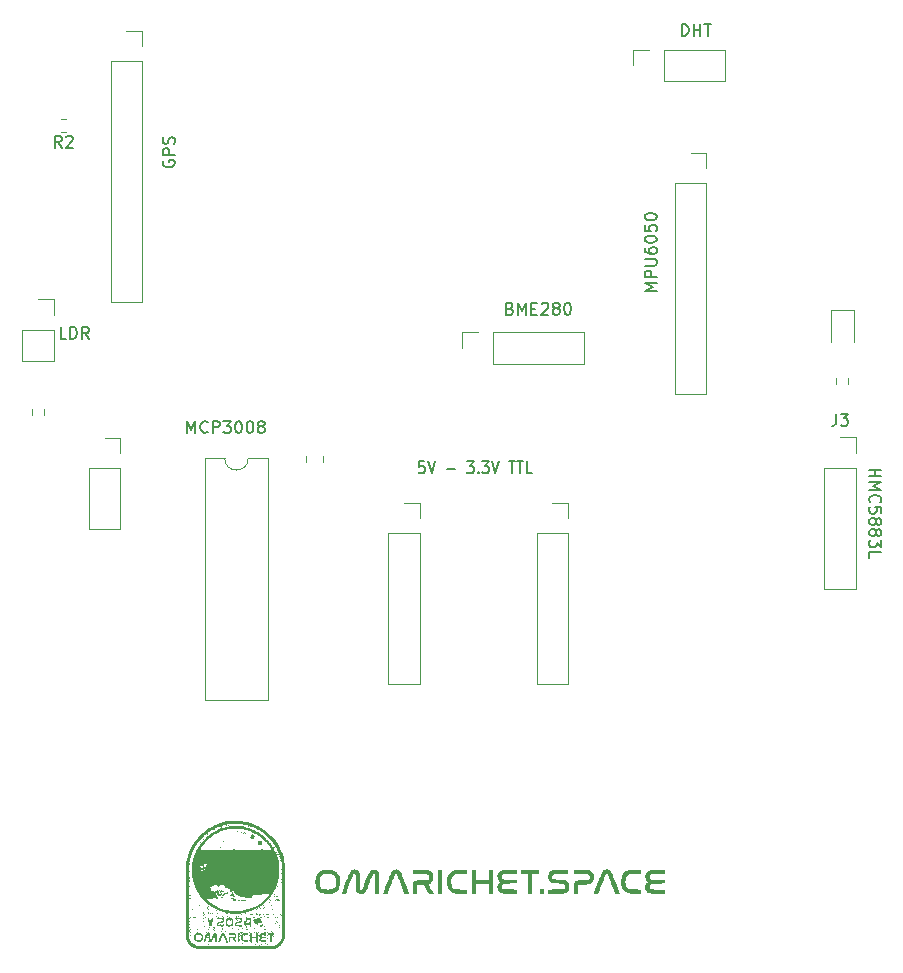
<source format=gbr>
%TF.GenerationSoftware,KiCad,Pcbnew,(6.0.7)*%
%TF.CreationDate,2023-02-22T21:26:53+03:00*%
%TF.ProjectId,Omarichet Sensor Shield 1.3,4f6d6172-6963-4686-9574-2053656e736f,rev?*%
%TF.SameCoordinates,Original*%
%TF.FileFunction,Legend,Top*%
%TF.FilePolarity,Positive*%
%FSLAX46Y46*%
G04 Gerber Fmt 4.6, Leading zero omitted, Abs format (unit mm)*
G04 Created by KiCad (PCBNEW (6.0.7)) date 2023-02-22 21:26:53*
%MOMM*%
%LPD*%
G01*
G04 APERTURE LIST*
%ADD10C,0.150000*%
%ADD11C,0.120000*%
G04 APERTURE END LIST*
D10*
X109021904Y-102982380D02*
X109021904Y-101982380D01*
X109355238Y-102696666D01*
X109688571Y-101982380D01*
X109688571Y-102982380D01*
X110736190Y-102887142D02*
X110688571Y-102934761D01*
X110545714Y-102982380D01*
X110450476Y-102982380D01*
X110307619Y-102934761D01*
X110212380Y-102839523D01*
X110164761Y-102744285D01*
X110117142Y-102553809D01*
X110117142Y-102410952D01*
X110164761Y-102220476D01*
X110212380Y-102125238D01*
X110307619Y-102030000D01*
X110450476Y-101982380D01*
X110545714Y-101982380D01*
X110688571Y-102030000D01*
X110736190Y-102077619D01*
X111164761Y-102982380D02*
X111164761Y-101982380D01*
X111545714Y-101982380D01*
X111640952Y-102030000D01*
X111688571Y-102077619D01*
X111736190Y-102172857D01*
X111736190Y-102315714D01*
X111688571Y-102410952D01*
X111640952Y-102458571D01*
X111545714Y-102506190D01*
X111164761Y-102506190D01*
X112069523Y-101982380D02*
X112688571Y-101982380D01*
X112355238Y-102363333D01*
X112498095Y-102363333D01*
X112593333Y-102410952D01*
X112640952Y-102458571D01*
X112688571Y-102553809D01*
X112688571Y-102791904D01*
X112640952Y-102887142D01*
X112593333Y-102934761D01*
X112498095Y-102982380D01*
X112212380Y-102982380D01*
X112117142Y-102934761D01*
X112069523Y-102887142D01*
X113307619Y-101982380D02*
X113402857Y-101982380D01*
X113498095Y-102030000D01*
X113545714Y-102077619D01*
X113593333Y-102172857D01*
X113640952Y-102363333D01*
X113640952Y-102601428D01*
X113593333Y-102791904D01*
X113545714Y-102887142D01*
X113498095Y-102934761D01*
X113402857Y-102982380D01*
X113307619Y-102982380D01*
X113212380Y-102934761D01*
X113164761Y-102887142D01*
X113117142Y-102791904D01*
X113069523Y-102601428D01*
X113069523Y-102363333D01*
X113117142Y-102172857D01*
X113164761Y-102077619D01*
X113212380Y-102030000D01*
X113307619Y-101982380D01*
X114260000Y-101982380D02*
X114355238Y-101982380D01*
X114450476Y-102030000D01*
X114498095Y-102077619D01*
X114545714Y-102172857D01*
X114593333Y-102363333D01*
X114593333Y-102601428D01*
X114545714Y-102791904D01*
X114498095Y-102887142D01*
X114450476Y-102934761D01*
X114355238Y-102982380D01*
X114260000Y-102982380D01*
X114164761Y-102934761D01*
X114117142Y-102887142D01*
X114069523Y-102791904D01*
X114021904Y-102601428D01*
X114021904Y-102363333D01*
X114069523Y-102172857D01*
X114117142Y-102077619D01*
X114164761Y-102030000D01*
X114260000Y-101982380D01*
X115164761Y-102410952D02*
X115069523Y-102363333D01*
X115021904Y-102315714D01*
X114974285Y-102220476D01*
X114974285Y-102172857D01*
X115021904Y-102077619D01*
X115069523Y-102030000D01*
X115164761Y-101982380D01*
X115355238Y-101982380D01*
X115450476Y-102030000D01*
X115498095Y-102077619D01*
X115545714Y-102172857D01*
X115545714Y-102220476D01*
X115498095Y-102315714D01*
X115450476Y-102363333D01*
X115355238Y-102410952D01*
X115164761Y-102410952D01*
X115069523Y-102458571D01*
X115021904Y-102506190D01*
X114974285Y-102601428D01*
X114974285Y-102791904D01*
X115021904Y-102887142D01*
X115069523Y-102934761D01*
X115164761Y-102982380D01*
X115355238Y-102982380D01*
X115450476Y-102934761D01*
X115498095Y-102887142D01*
X115545714Y-102791904D01*
X115545714Y-102601428D01*
X115498095Y-102506190D01*
X115450476Y-102458571D01*
X115355238Y-102410952D01*
X148752380Y-90951904D02*
X147752380Y-90951904D01*
X148466666Y-90618571D01*
X147752380Y-90285238D01*
X148752380Y-90285238D01*
X148752380Y-89809047D02*
X147752380Y-89809047D01*
X147752380Y-89428095D01*
X147800000Y-89332857D01*
X147847619Y-89285238D01*
X147942857Y-89237619D01*
X148085714Y-89237619D01*
X148180952Y-89285238D01*
X148228571Y-89332857D01*
X148276190Y-89428095D01*
X148276190Y-89809047D01*
X147752380Y-88809047D02*
X148561904Y-88809047D01*
X148657142Y-88761428D01*
X148704761Y-88713809D01*
X148752380Y-88618571D01*
X148752380Y-88428095D01*
X148704761Y-88332857D01*
X148657142Y-88285238D01*
X148561904Y-88237619D01*
X147752380Y-88237619D01*
X147752380Y-87332857D02*
X147752380Y-87523333D01*
X147800000Y-87618571D01*
X147847619Y-87666190D01*
X147990476Y-87761428D01*
X148180952Y-87809047D01*
X148561904Y-87809047D01*
X148657142Y-87761428D01*
X148704761Y-87713809D01*
X148752380Y-87618571D01*
X148752380Y-87428095D01*
X148704761Y-87332857D01*
X148657142Y-87285238D01*
X148561904Y-87237619D01*
X148323809Y-87237619D01*
X148228571Y-87285238D01*
X148180952Y-87332857D01*
X148133333Y-87428095D01*
X148133333Y-87618571D01*
X148180952Y-87713809D01*
X148228571Y-87761428D01*
X148323809Y-87809047D01*
X147752380Y-86618571D02*
X147752380Y-86523333D01*
X147800000Y-86428095D01*
X147847619Y-86380476D01*
X147942857Y-86332857D01*
X148133333Y-86285238D01*
X148371428Y-86285238D01*
X148561904Y-86332857D01*
X148657142Y-86380476D01*
X148704761Y-86428095D01*
X148752380Y-86523333D01*
X148752380Y-86618571D01*
X148704761Y-86713809D01*
X148657142Y-86761428D01*
X148561904Y-86809047D01*
X148371428Y-86856666D01*
X148133333Y-86856666D01*
X147942857Y-86809047D01*
X147847619Y-86761428D01*
X147800000Y-86713809D01*
X147752380Y-86618571D01*
X147752380Y-85380476D02*
X147752380Y-85856666D01*
X148228571Y-85904285D01*
X148180952Y-85856666D01*
X148133333Y-85761428D01*
X148133333Y-85523333D01*
X148180952Y-85428095D01*
X148228571Y-85380476D01*
X148323809Y-85332857D01*
X148561904Y-85332857D01*
X148657142Y-85380476D01*
X148704761Y-85428095D01*
X148752380Y-85523333D01*
X148752380Y-85761428D01*
X148704761Y-85856666D01*
X148657142Y-85904285D01*
X147752380Y-84713809D02*
X147752380Y-84618571D01*
X147800000Y-84523333D01*
X147847619Y-84475714D01*
X147942857Y-84428095D01*
X148133333Y-84380476D01*
X148371428Y-84380476D01*
X148561904Y-84428095D01*
X148657142Y-84475714D01*
X148704761Y-84523333D01*
X148752380Y-84618571D01*
X148752380Y-84713809D01*
X148704761Y-84809047D01*
X148657142Y-84856666D01*
X148561904Y-84904285D01*
X148371428Y-84951904D01*
X148133333Y-84951904D01*
X147942857Y-84904285D01*
X147847619Y-84856666D01*
X147800000Y-84809047D01*
X147752380Y-84713809D01*
X98759523Y-94992380D02*
X98283333Y-94992380D01*
X98283333Y-93992380D01*
X99092857Y-94992380D02*
X99092857Y-93992380D01*
X99330952Y-93992380D01*
X99473809Y-94040000D01*
X99569047Y-94135238D01*
X99616666Y-94230476D01*
X99664285Y-94420952D01*
X99664285Y-94563809D01*
X99616666Y-94754285D01*
X99569047Y-94849523D01*
X99473809Y-94944761D01*
X99330952Y-94992380D01*
X99092857Y-94992380D01*
X100664285Y-94992380D02*
X100330952Y-94516190D01*
X100092857Y-94992380D02*
X100092857Y-93992380D01*
X100473809Y-93992380D01*
X100569047Y-94040000D01*
X100616666Y-94087619D01*
X100664285Y-94182857D01*
X100664285Y-94325714D01*
X100616666Y-94420952D01*
X100569047Y-94468571D01*
X100473809Y-94516190D01*
X100092857Y-94516190D01*
X166747619Y-106083333D02*
X167747619Y-106083333D01*
X167271428Y-106083333D02*
X167271428Y-106654761D01*
X166747619Y-106654761D02*
X167747619Y-106654761D01*
X166747619Y-107130952D02*
X167747619Y-107130952D01*
X167033333Y-107464285D01*
X167747619Y-107797619D01*
X166747619Y-107797619D01*
X166842857Y-108845238D02*
X166795238Y-108797619D01*
X166747619Y-108654761D01*
X166747619Y-108559523D01*
X166795238Y-108416666D01*
X166890476Y-108321428D01*
X166985714Y-108273809D01*
X167176190Y-108226190D01*
X167319047Y-108226190D01*
X167509523Y-108273809D01*
X167604761Y-108321428D01*
X167700000Y-108416666D01*
X167747619Y-108559523D01*
X167747619Y-108654761D01*
X167700000Y-108797619D01*
X167652380Y-108845238D01*
X167747619Y-109750000D02*
X167747619Y-109273809D01*
X167271428Y-109226190D01*
X167319047Y-109273809D01*
X167366666Y-109369047D01*
X167366666Y-109607142D01*
X167319047Y-109702380D01*
X167271428Y-109750000D01*
X167176190Y-109797619D01*
X166938095Y-109797619D01*
X166842857Y-109750000D01*
X166795238Y-109702380D01*
X166747619Y-109607142D01*
X166747619Y-109369047D01*
X166795238Y-109273809D01*
X166842857Y-109226190D01*
X167319047Y-110369047D02*
X167366666Y-110273809D01*
X167414285Y-110226190D01*
X167509523Y-110178571D01*
X167557142Y-110178571D01*
X167652380Y-110226190D01*
X167700000Y-110273809D01*
X167747619Y-110369047D01*
X167747619Y-110559523D01*
X167700000Y-110654761D01*
X167652380Y-110702380D01*
X167557142Y-110750000D01*
X167509523Y-110750000D01*
X167414285Y-110702380D01*
X167366666Y-110654761D01*
X167319047Y-110559523D01*
X167319047Y-110369047D01*
X167271428Y-110273809D01*
X167223809Y-110226190D01*
X167128571Y-110178571D01*
X166938095Y-110178571D01*
X166842857Y-110226190D01*
X166795238Y-110273809D01*
X166747619Y-110369047D01*
X166747619Y-110559523D01*
X166795238Y-110654761D01*
X166842857Y-110702380D01*
X166938095Y-110750000D01*
X167128571Y-110750000D01*
X167223809Y-110702380D01*
X167271428Y-110654761D01*
X167319047Y-110559523D01*
X167319047Y-111321428D02*
X167366666Y-111226190D01*
X167414285Y-111178571D01*
X167509523Y-111130952D01*
X167557142Y-111130952D01*
X167652380Y-111178571D01*
X167700000Y-111226190D01*
X167747619Y-111321428D01*
X167747619Y-111511904D01*
X167700000Y-111607142D01*
X167652380Y-111654761D01*
X167557142Y-111702380D01*
X167509523Y-111702380D01*
X167414285Y-111654761D01*
X167366666Y-111607142D01*
X167319047Y-111511904D01*
X167319047Y-111321428D01*
X167271428Y-111226190D01*
X167223809Y-111178571D01*
X167128571Y-111130952D01*
X166938095Y-111130952D01*
X166842857Y-111178571D01*
X166795238Y-111226190D01*
X166747619Y-111321428D01*
X166747619Y-111511904D01*
X166795238Y-111607142D01*
X166842857Y-111654761D01*
X166938095Y-111702380D01*
X167128571Y-111702380D01*
X167223809Y-111654761D01*
X167271428Y-111607142D01*
X167319047Y-111511904D01*
X167747619Y-112035714D02*
X167747619Y-112654761D01*
X167366666Y-112321428D01*
X167366666Y-112464285D01*
X167319047Y-112559523D01*
X167271428Y-112607142D01*
X167176190Y-112654761D01*
X166938095Y-112654761D01*
X166842857Y-112607142D01*
X166795238Y-112559523D01*
X166747619Y-112464285D01*
X166747619Y-112178571D01*
X166795238Y-112083333D01*
X166842857Y-112035714D01*
X166747619Y-113559523D02*
X166747619Y-113083333D01*
X167747619Y-113083333D01*
X106975000Y-79914285D02*
X106927380Y-80009523D01*
X106927380Y-80152380D01*
X106975000Y-80295238D01*
X107070238Y-80390476D01*
X107165476Y-80438095D01*
X107355952Y-80485714D01*
X107498809Y-80485714D01*
X107689285Y-80438095D01*
X107784523Y-80390476D01*
X107879761Y-80295238D01*
X107927380Y-80152380D01*
X107927380Y-80057142D01*
X107879761Y-79914285D01*
X107832142Y-79866666D01*
X107498809Y-79866666D01*
X107498809Y-80057142D01*
X107927380Y-79438095D02*
X106927380Y-79438095D01*
X106927380Y-79057142D01*
X106975000Y-78961904D01*
X107022619Y-78914285D01*
X107117857Y-78866666D01*
X107260714Y-78866666D01*
X107355952Y-78914285D01*
X107403571Y-78961904D01*
X107451190Y-79057142D01*
X107451190Y-79438095D01*
X107879761Y-78485714D02*
X107927380Y-78342857D01*
X107927380Y-78104761D01*
X107879761Y-78009523D01*
X107832142Y-77961904D01*
X107736904Y-77914285D01*
X107641666Y-77914285D01*
X107546428Y-77961904D01*
X107498809Y-78009523D01*
X107451190Y-78104761D01*
X107403571Y-78295238D01*
X107355952Y-78390476D01*
X107308333Y-78438095D01*
X107213095Y-78485714D01*
X107117857Y-78485714D01*
X107022619Y-78438095D01*
X106975000Y-78390476D01*
X106927380Y-78295238D01*
X106927380Y-78057142D01*
X106975000Y-77914285D01*
X129085714Y-105370380D02*
X128657142Y-105370380D01*
X128614285Y-105846571D01*
X128657142Y-105798952D01*
X128742857Y-105751333D01*
X128957142Y-105751333D01*
X129042857Y-105798952D01*
X129085714Y-105846571D01*
X129128571Y-105941809D01*
X129128571Y-106179904D01*
X129085714Y-106275142D01*
X129042857Y-106322761D01*
X128957142Y-106370380D01*
X128742857Y-106370380D01*
X128657142Y-106322761D01*
X128614285Y-106275142D01*
X129385714Y-105370380D02*
X129685714Y-106370380D01*
X129985714Y-105370380D01*
X130971428Y-105989428D02*
X131657142Y-105989428D01*
X132685714Y-105370380D02*
X133242857Y-105370380D01*
X132942857Y-105751333D01*
X133071428Y-105751333D01*
X133157142Y-105798952D01*
X133200000Y-105846571D01*
X133242857Y-105941809D01*
X133242857Y-106179904D01*
X133200000Y-106275142D01*
X133157142Y-106322761D01*
X133071428Y-106370380D01*
X132814285Y-106370380D01*
X132728571Y-106322761D01*
X132685714Y-106275142D01*
X133628571Y-106275142D02*
X133671428Y-106322761D01*
X133628571Y-106370380D01*
X133585714Y-106322761D01*
X133628571Y-106275142D01*
X133628571Y-106370380D01*
X133971428Y-105370380D02*
X134528571Y-105370380D01*
X134228571Y-105751333D01*
X134357142Y-105751333D01*
X134442857Y-105798952D01*
X134485714Y-105846571D01*
X134528571Y-105941809D01*
X134528571Y-106179904D01*
X134485714Y-106275142D01*
X134442857Y-106322761D01*
X134357142Y-106370380D01*
X134100000Y-106370380D01*
X134014285Y-106322761D01*
X133971428Y-106275142D01*
X134785714Y-105370380D02*
X135085714Y-106370380D01*
X135385714Y-105370380D01*
X136242857Y-105370380D02*
X136757142Y-105370380D01*
X136500000Y-106370380D02*
X136500000Y-105370380D01*
X136928571Y-105370380D02*
X137442857Y-105370380D01*
X137185714Y-106370380D02*
X137185714Y-105370380D01*
X138171428Y-106370380D02*
X137742857Y-106370380D01*
X137742857Y-105370380D01*
X150878333Y-69367380D02*
X150878333Y-68367380D01*
X151116428Y-68367380D01*
X151259285Y-68415000D01*
X151354523Y-68510238D01*
X151402142Y-68605476D01*
X151449761Y-68795952D01*
X151449761Y-68938809D01*
X151402142Y-69129285D01*
X151354523Y-69224523D01*
X151259285Y-69319761D01*
X151116428Y-69367380D01*
X150878333Y-69367380D01*
X151878333Y-69367380D02*
X151878333Y-68367380D01*
X151878333Y-68843571D02*
X152449761Y-68843571D01*
X152449761Y-69367380D02*
X152449761Y-68367380D01*
X152783095Y-68367380D02*
X153354523Y-68367380D01*
X153068809Y-69367380D02*
X153068809Y-68367380D01*
X136329047Y-92438571D02*
X136471904Y-92486190D01*
X136519523Y-92533809D01*
X136567142Y-92629047D01*
X136567142Y-92771904D01*
X136519523Y-92867142D01*
X136471904Y-92914761D01*
X136376666Y-92962380D01*
X135995714Y-92962380D01*
X135995714Y-91962380D01*
X136329047Y-91962380D01*
X136424285Y-92010000D01*
X136471904Y-92057619D01*
X136519523Y-92152857D01*
X136519523Y-92248095D01*
X136471904Y-92343333D01*
X136424285Y-92390952D01*
X136329047Y-92438571D01*
X135995714Y-92438571D01*
X136995714Y-92962380D02*
X136995714Y-91962380D01*
X137329047Y-92676666D01*
X137662380Y-91962380D01*
X137662380Y-92962380D01*
X138138571Y-92438571D02*
X138471904Y-92438571D01*
X138614761Y-92962380D02*
X138138571Y-92962380D01*
X138138571Y-91962380D01*
X138614761Y-91962380D01*
X138995714Y-92057619D02*
X139043333Y-92010000D01*
X139138571Y-91962380D01*
X139376666Y-91962380D01*
X139471904Y-92010000D01*
X139519523Y-92057619D01*
X139567142Y-92152857D01*
X139567142Y-92248095D01*
X139519523Y-92390952D01*
X138948095Y-92962380D01*
X139567142Y-92962380D01*
X140138571Y-92390952D02*
X140043333Y-92343333D01*
X139995714Y-92295714D01*
X139948095Y-92200476D01*
X139948095Y-92152857D01*
X139995714Y-92057619D01*
X140043333Y-92010000D01*
X140138571Y-91962380D01*
X140329047Y-91962380D01*
X140424285Y-92010000D01*
X140471904Y-92057619D01*
X140519523Y-92152857D01*
X140519523Y-92200476D01*
X140471904Y-92295714D01*
X140424285Y-92343333D01*
X140329047Y-92390952D01*
X140138571Y-92390952D01*
X140043333Y-92438571D01*
X139995714Y-92486190D01*
X139948095Y-92581428D01*
X139948095Y-92771904D01*
X139995714Y-92867142D01*
X140043333Y-92914761D01*
X140138571Y-92962380D01*
X140329047Y-92962380D01*
X140424285Y-92914761D01*
X140471904Y-92867142D01*
X140519523Y-92771904D01*
X140519523Y-92581428D01*
X140471904Y-92486190D01*
X140424285Y-92438571D01*
X140329047Y-92390952D01*
X141138571Y-91962380D02*
X141233809Y-91962380D01*
X141329047Y-92010000D01*
X141376666Y-92057619D01*
X141424285Y-92152857D01*
X141471904Y-92343333D01*
X141471904Y-92581428D01*
X141424285Y-92771904D01*
X141376666Y-92867142D01*
X141329047Y-92914761D01*
X141233809Y-92962380D01*
X141138571Y-92962380D01*
X141043333Y-92914761D01*
X140995714Y-92867142D01*
X140948095Y-92771904D01*
X140900476Y-92581428D01*
X140900476Y-92343333D01*
X140948095Y-92152857D01*
X140995714Y-92057619D01*
X141043333Y-92010000D01*
X141138571Y-91962380D01*
%TO.C,R2*%
X98363333Y-78812380D02*
X98030000Y-78336190D01*
X97791904Y-78812380D02*
X97791904Y-77812380D01*
X98172857Y-77812380D01*
X98268095Y-77860000D01*
X98315714Y-77907619D01*
X98363333Y-78002857D01*
X98363333Y-78145714D01*
X98315714Y-78240952D01*
X98268095Y-78288571D01*
X98172857Y-78336190D01*
X97791904Y-78336190D01*
X98744285Y-77907619D02*
X98791904Y-77860000D01*
X98887142Y-77812380D01*
X99125238Y-77812380D01*
X99220476Y-77860000D01*
X99268095Y-77907619D01*
X99315714Y-78002857D01*
X99315714Y-78098095D01*
X99268095Y-78240952D01*
X98696666Y-78812380D01*
X99315714Y-78812380D01*
%TO.C,J3*%
X163941666Y-101362380D02*
X163941666Y-102076666D01*
X163894047Y-102219523D01*
X163798809Y-102314761D01*
X163655952Y-102362380D01*
X163560714Y-102362380D01*
X164322619Y-101362380D02*
X164941666Y-101362380D01*
X164608333Y-101743333D01*
X164751190Y-101743333D01*
X164846428Y-101790952D01*
X164894047Y-101838571D01*
X164941666Y-101933809D01*
X164941666Y-102171904D01*
X164894047Y-102267142D01*
X164846428Y-102314761D01*
X164751190Y-102362380D01*
X164465476Y-102362380D01*
X164370238Y-102314761D01*
X164322619Y-102267142D01*
D11*
%TO.C,U1*%
X115816000Y-105111000D02*
X114166000Y-105111000D01*
X110516000Y-105111000D02*
X110516000Y-125551000D01*
X115816000Y-125551000D02*
X115816000Y-105111000D01*
X110516000Y-125551000D02*
X115816000Y-125551000D01*
X112166000Y-105111000D02*
X110516000Y-105111000D01*
X112166000Y-105111000D02*
G75*
G03*
X114166000Y-105111000I1000000J0D01*
G01*
%TO.C,D1*%
X165430000Y-95257500D02*
X165430000Y-92572500D01*
X163510000Y-92572500D02*
X163510000Y-95257500D01*
X165430000Y-92572500D02*
X163510000Y-92572500D01*
%TO.C,R2*%
X98767258Y-76407500D02*
X98292742Y-76407500D01*
X98767258Y-77452500D02*
X98292742Y-77452500D01*
%TO.C,G\u002A\u002A\u002A*%
G36*
X109189755Y-140422709D02*
G01*
X109188318Y-140433610D01*
X109181863Y-140442433D01*
X109174202Y-140433563D01*
X109169901Y-140416307D01*
X109172056Y-140411674D01*
X109183644Y-140409750D01*
X109189755Y-140422709D01*
G37*
G36*
X110227104Y-143625782D02*
G01*
X110228145Y-143631897D01*
X110218902Y-143649497D01*
X110213493Y-143652410D01*
X110201729Y-143646970D01*
X110198842Y-143631897D01*
X110204242Y-143613307D01*
X110213493Y-143611385D01*
X110227104Y-143625782D01*
G37*
G36*
X116282183Y-144821607D02*
G01*
X116276322Y-144827467D01*
X116270461Y-144821607D01*
X116276322Y-144815746D01*
X116282183Y-144821607D01*
G37*
G36*
X112729734Y-145935663D02*
G01*
X112730637Y-145939605D01*
X112722083Y-145956175D01*
X112718915Y-145958570D01*
X112708097Y-145958034D01*
X112707194Y-145954093D01*
X112715748Y-145937523D01*
X112718915Y-145935128D01*
X112729734Y-145935663D01*
G37*
G36*
X111554931Y-145361153D02*
G01*
X111548243Y-145369772D01*
X111538387Y-145377179D01*
X111540847Y-145365434D01*
X111541681Y-145363210D01*
X111550967Y-145348857D01*
X111556246Y-145348754D01*
X111554931Y-145361153D01*
G37*
G36*
X114594722Y-143667393D02*
G01*
X114595450Y-143668490D01*
X114605254Y-143691689D01*
X114596312Y-143701653D01*
X114589713Y-143702225D01*
X114571533Y-143692787D01*
X114566782Y-143685018D01*
X114567256Y-143666229D01*
X114579704Y-143658546D01*
X114594722Y-143667393D01*
G37*
G36*
X112494889Y-143664834D02*
G01*
X112496211Y-143672922D01*
X112489882Y-143688520D01*
X112484490Y-143690504D01*
X112474091Y-143681010D01*
X112472769Y-143672922D01*
X112479098Y-143657323D01*
X112484490Y-143655340D01*
X112494889Y-143664834D01*
G37*
G36*
X115938359Y-145464323D02*
G01*
X115936750Y-145471291D01*
X115930544Y-145472137D01*
X115920897Y-145467849D01*
X115922730Y-145464323D01*
X115936641Y-145462920D01*
X115938359Y-145464323D01*
G37*
G36*
X115649234Y-144692673D02*
G01*
X115643373Y-144698533D01*
X115637513Y-144692673D01*
X115643373Y-144686812D01*
X115649234Y-144692673D01*
G37*
G36*
X111640081Y-141647789D02*
G01*
X111640558Y-141651002D01*
X111636559Y-141662419D01*
X111635389Y-141662723D01*
X111625382Y-141654510D01*
X111622976Y-141651002D01*
X111623906Y-141640201D01*
X111628145Y-141639281D01*
X111640081Y-141647789D01*
G37*
G36*
X112965062Y-144423083D02*
G01*
X112959202Y-144428944D01*
X112953341Y-144423083D01*
X112959202Y-144417223D01*
X112965062Y-144423083D01*
G37*
G36*
X111417854Y-143461939D02*
G01*
X111411993Y-143467800D01*
X111406133Y-143461939D01*
X111411993Y-143456078D01*
X111417854Y-143461939D01*
G37*
G36*
X109366631Y-142911039D02*
G01*
X109360771Y-142916900D01*
X109354910Y-142911039D01*
X109360771Y-142905178D01*
X109366631Y-142911039D01*
G37*
G36*
X116774476Y-141680305D02*
G01*
X116768616Y-141686166D01*
X116762755Y-141680305D01*
X116768616Y-141674445D01*
X116774476Y-141680305D01*
G37*
G36*
X116657455Y-142594683D02*
G01*
X116664216Y-142608730D01*
X116662623Y-142612956D01*
X116651308Y-142623350D01*
X116645771Y-142611512D01*
X116645542Y-142605594D01*
X116651309Y-142593522D01*
X116657455Y-142594683D01*
G37*
G36*
X115930544Y-144997426D02*
G01*
X115924684Y-145003286D01*
X115918823Y-144997426D01*
X115924684Y-144991565D01*
X115930544Y-144997426D01*
G37*
G36*
X109214874Y-141117684D02*
G01*
X109205794Y-141129758D01*
X109195942Y-141133455D01*
X109181566Y-141130557D01*
X109181648Y-141121734D01*
X109193316Y-141108424D01*
X109208155Y-141107310D01*
X109214874Y-141117684D01*
G37*
G36*
X113844023Y-146278253D02*
G01*
X113844158Y-146280905D01*
X113835147Y-146292176D01*
X113831745Y-146292626D01*
X113824744Y-146285446D01*
X113826576Y-146280905D01*
X113837109Y-146269723D01*
X113838989Y-146269184D01*
X113844023Y-146278253D01*
G37*
G36*
X110743727Y-143870820D02*
G01*
X110758114Y-143881393D01*
X110772212Y-143900319D01*
X110767921Y-143906584D01*
X110748184Y-143897244D01*
X110744718Y-143894789D01*
X110730447Y-143879336D01*
X110730364Y-143870072D01*
X110743727Y-143870820D01*
G37*
G36*
X114242681Y-143964303D02*
G01*
X114246352Y-143978760D01*
X114249796Y-143988438D01*
X114250338Y-144004099D01*
X114245189Y-144006978D01*
X114231187Y-143997636D01*
X114226865Y-143989772D01*
X114226990Y-143970911D01*
X114231472Y-143965637D01*
X114242057Y-143962853D01*
X114242681Y-143964303D01*
G37*
G36*
X116728819Y-138715582D02*
G01*
X116739080Y-138730354D01*
X116731023Y-138742436D01*
X116722098Y-138744126D01*
X116710268Y-138736348D01*
X116711605Y-138726612D01*
X116722639Y-138714709D01*
X116728819Y-138715582D01*
G37*
G36*
X109472123Y-144059724D02*
G01*
X109466262Y-144065584D01*
X109460401Y-144059724D01*
X109466262Y-144053863D01*
X109472123Y-144059724D01*
G37*
G36*
X116795885Y-143992564D02*
G01*
X116797919Y-144000426D01*
X116791430Y-144019611D01*
X116777582Y-144026132D01*
X116770250Y-144022288D01*
X116762632Y-144003653D01*
X116769637Y-143987366D01*
X116780337Y-143983536D01*
X116795885Y-143992564D01*
G37*
G36*
X111511624Y-144411362D02*
G01*
X111505764Y-144417223D01*
X111499903Y-144411362D01*
X111505764Y-144405501D01*
X111511624Y-144411362D01*
G37*
G36*
X114113747Y-145009147D02*
G01*
X114107886Y-145015008D01*
X114102026Y-145009147D01*
X114107886Y-145003286D01*
X114113747Y-145009147D01*
G37*
G36*
X116911224Y-139849833D02*
G01*
X116909615Y-139856801D01*
X116903410Y-139857647D01*
X116893762Y-139853359D01*
X116895596Y-139849833D01*
X116909506Y-139848430D01*
X116911224Y-139849833D01*
G37*
G36*
X114532035Y-144037992D02*
G01*
X114529852Y-144042142D01*
X114518808Y-144053336D01*
X114516747Y-144053863D01*
X114515948Y-144046292D01*
X114518131Y-144042142D01*
X114529175Y-144030948D01*
X114531236Y-144030421D01*
X114532035Y-144037992D01*
G37*
G36*
X112613424Y-144973983D02*
G01*
X112607563Y-144979844D01*
X112601703Y-144973983D01*
X112607563Y-144968123D01*
X112613424Y-144973983D01*
G37*
G36*
X113140881Y-144915377D02*
G01*
X113135021Y-144921237D01*
X113129160Y-144915377D01*
X113135021Y-144909516D01*
X113140881Y-144915377D01*
G37*
G36*
X116153249Y-143942511D02*
G01*
X116147388Y-143948372D01*
X116141527Y-143942511D01*
X116147388Y-143936650D01*
X116153249Y-143942511D01*
G37*
G36*
X111472553Y-145288504D02*
G01*
X111470944Y-145295472D01*
X111464739Y-145296318D01*
X111455091Y-145292030D01*
X111456925Y-145288504D01*
X111470835Y-145287101D01*
X111472553Y-145288504D01*
G37*
G36*
X112171169Y-145171417D02*
G01*
X112171559Y-145175265D01*
X112153209Y-145176837D01*
X112150434Y-145176820D01*
X112132255Y-145175130D01*
X112133990Y-145171563D01*
X112136005Y-145170983D01*
X112161538Y-145169267D01*
X112171169Y-145171417D01*
G37*
G36*
X113984813Y-146134389D02*
G01*
X113978952Y-146140250D01*
X113973092Y-146134389D01*
X113978952Y-146128529D01*
X113984813Y-146134389D01*
G37*
G36*
X110690658Y-144085814D02*
G01*
X110691135Y-144089027D01*
X110687136Y-144100444D01*
X110685966Y-144100748D01*
X110675959Y-144092535D01*
X110673553Y-144089027D01*
X110674483Y-144078226D01*
X110678722Y-144077306D01*
X110690658Y-144085814D01*
G37*
G36*
X111710409Y-143605242D02*
G01*
X111710886Y-143608455D01*
X111706887Y-143619871D01*
X111705717Y-143620176D01*
X111695710Y-143611963D01*
X111693304Y-143608455D01*
X111694233Y-143597654D01*
X111698473Y-143596734D01*
X111710409Y-143605242D01*
G37*
G36*
X116306397Y-145197722D02*
G01*
X116306962Y-145199618D01*
X116310982Y-145230167D01*
X116313582Y-145257226D01*
X116313971Y-145272085D01*
X116313603Y-145272876D01*
X116306442Y-145264306D01*
X116296723Y-145249592D01*
X116284642Y-145221992D01*
X116283524Y-145199957D01*
X116293723Y-145190828D01*
X116293904Y-145190827D01*
X116306397Y-145197722D01*
G37*
G36*
X116692427Y-143813577D02*
G01*
X116686567Y-143819438D01*
X116680706Y-143813577D01*
X116686567Y-143807716D01*
X116692427Y-143813577D01*
G37*
G36*
X111338621Y-145538197D02*
G01*
X111342309Y-145552533D01*
X111337225Y-145559170D01*
X111324650Y-145556156D01*
X111319819Y-145548258D01*
X111319281Y-145533190D01*
X111323760Y-145530744D01*
X111338621Y-145538197D01*
G37*
G36*
X109522315Y-142165065D02*
G01*
X109530729Y-142178092D01*
X109522245Y-142188585D01*
X109504573Y-142188492D01*
X109489379Y-142177928D01*
X109489223Y-142177680D01*
X109486237Y-142161712D01*
X109488025Y-142158650D01*
X109503695Y-142156353D01*
X109522315Y-142165065D01*
G37*
G36*
X114746696Y-143368169D02*
G01*
X114740835Y-143374029D01*
X114734975Y-143368169D01*
X114740835Y-143362308D01*
X114746696Y-143368169D01*
G37*
G36*
X110593458Y-143377936D02*
G01*
X110591849Y-143384905D01*
X110585644Y-143385751D01*
X110575996Y-143381462D01*
X110577829Y-143377936D01*
X110591740Y-143376534D01*
X110593458Y-143377936D01*
G37*
G36*
X109458165Y-143309821D02*
G01*
X109460401Y-143315423D01*
X109451989Y-143326809D01*
X109449372Y-143327144D01*
X109433497Y-143318624D01*
X109431098Y-143315423D01*
X109433755Y-143305388D01*
X109442128Y-143303702D01*
X109458165Y-143309821D01*
G37*
G36*
X110476245Y-144678998D02*
G01*
X110477648Y-144692908D01*
X110476245Y-144694626D01*
X110469277Y-144693017D01*
X110468431Y-144686812D01*
X110472720Y-144677164D01*
X110476245Y-144678998D01*
G37*
G36*
X110902561Y-143687948D02*
G01*
X110906357Y-143696364D01*
X110906600Y-143711457D01*
X110901750Y-143713946D01*
X110891676Y-143704447D01*
X110890397Y-143696364D01*
X110892905Y-143680726D01*
X110895003Y-143678782D01*
X110902561Y-143687948D01*
G37*
G36*
X116418931Y-144632113D02*
G01*
X116420334Y-144646023D01*
X116418931Y-144647741D01*
X116411963Y-144646132D01*
X116411117Y-144639927D01*
X116415405Y-144630279D01*
X116418931Y-144632113D01*
G37*
G36*
X112718915Y-145817915D02*
G01*
X112713055Y-145823776D01*
X112707194Y-145817915D01*
X112713055Y-145812054D01*
X112718915Y-145817915D01*
G37*
G36*
X116809640Y-138925806D02*
G01*
X116803779Y-138931667D01*
X116797919Y-138925806D01*
X116803779Y-138919945D01*
X116809640Y-138925806D01*
G37*
G36*
X111148265Y-144469968D02*
G01*
X111142404Y-144475829D01*
X111136544Y-144469968D01*
X111142404Y-144464108D01*
X111148265Y-144469968D01*
G37*
G36*
X116090735Y-142369907D02*
G01*
X116092138Y-142383817D01*
X116090735Y-142385535D01*
X116083767Y-142383926D01*
X116082921Y-142377721D01*
X116087210Y-142368073D01*
X116090735Y-142369907D01*
G37*
G36*
X113808994Y-144891934D02*
G01*
X113803133Y-144897795D01*
X113797273Y-144891934D01*
X113803133Y-144886074D01*
X113808994Y-144891934D01*
G37*
G36*
X114906367Y-145306962D02*
G01*
X114909415Y-145307426D01*
X114934604Y-145312722D01*
X114947382Y-145322400D01*
X114952377Y-145343256D01*
X114953886Y-145372726D01*
X114954931Y-145416759D01*
X114955665Y-145477079D01*
X114956054Y-145546534D01*
X114956060Y-145617971D01*
X114955647Y-145684235D01*
X114955528Y-145694842D01*
X114955604Y-145728426D01*
X114956307Y-145778074D01*
X114957514Y-145836419D01*
X114958704Y-145882515D01*
X114959477Y-145937391D01*
X114958687Y-145984212D01*
X114956516Y-146017673D01*
X114953547Y-146031962D01*
X114935831Y-146043394D01*
X114916939Y-146046480D01*
X114893151Y-146051995D01*
X114883393Y-146061131D01*
X114877960Y-146068777D01*
X114876555Y-146061947D01*
X114865784Y-146049673D01*
X114849257Y-146044365D01*
X114826068Y-146031529D01*
X114818772Y-146011316D01*
X114810673Y-145985491D01*
X114801190Y-145973222D01*
X114794265Y-145962533D01*
X114801982Y-145955189D01*
X114810161Y-145937208D01*
X114814775Y-145896373D01*
X114815865Y-145843837D01*
X114815486Y-145741727D01*
X114451871Y-145741727D01*
X114453903Y-145785681D01*
X114454701Y-145817523D01*
X114455073Y-145864451D01*
X114454969Y-145918113D01*
X114454800Y-145938058D01*
X114453664Y-146046480D01*
X114324730Y-146046480D01*
X114324730Y-145308039D01*
X114453664Y-145308039D01*
X114455014Y-145439904D01*
X114455380Y-145494963D01*
X114455335Y-145542704D01*
X114454905Y-145577431D01*
X114454277Y-145592280D01*
X114455811Y-145602318D01*
X114465836Y-145608454D01*
X114488728Y-145611613D01*
X114528868Y-145612718D01*
X114551461Y-145612793D01*
X114599531Y-145612431D01*
X114628470Y-145610621D01*
X114642589Y-145606280D01*
X114646196Y-145598322D01*
X114644601Y-145589350D01*
X114644869Y-145570571D01*
X114651559Y-145565908D01*
X114662187Y-145575711D01*
X114664647Y-145589350D01*
X114666997Y-145601982D01*
X114677483Y-145609054D01*
X114701262Y-145612134D01*
X114741672Y-145612793D01*
X114782203Y-145612291D01*
X114803092Y-145609990D01*
X114808134Y-145604698D01*
X114801122Y-145595223D01*
X114800279Y-145594373D01*
X114784907Y-145573505D01*
X114783655Y-145559361D01*
X114796652Y-145557466D01*
X114799442Y-145558425D01*
X114811094Y-145557839D01*
X114816237Y-145541233D01*
X114817023Y-145519631D01*
X114813557Y-145488565D01*
X114804859Y-145469813D01*
X114802372Y-145468179D01*
X114793734Y-145462883D01*
X114802372Y-145461341D01*
X114811639Y-145450414D01*
X114816317Y-145418306D01*
X114817023Y-145389711D01*
X114818094Y-145349403D01*
X114822588Y-145326329D01*
X114832434Y-145314325D01*
X114842018Y-145309759D01*
X114870556Y-145305321D01*
X114906367Y-145306962D01*
G37*
G36*
X116270461Y-146368815D02*
G01*
X116264601Y-146374675D01*
X116258740Y-146368815D01*
X116264601Y-146362954D01*
X116270461Y-146368815D01*
G37*
G36*
X112187551Y-143905394D02*
G01*
X112185942Y-143912362D01*
X112179737Y-143913208D01*
X112170089Y-143908919D01*
X112171923Y-143905394D01*
X112185833Y-143903991D01*
X112187551Y-143905394D01*
G37*
G36*
X112941620Y-145923406D02*
G01*
X112935759Y-145929267D01*
X112929898Y-145923406D01*
X112935759Y-145917546D01*
X112941620Y-145923406D01*
G37*
G36*
X116196227Y-144491457D02*
G01*
X116194618Y-144498426D01*
X116188412Y-144499272D01*
X116178765Y-144494983D01*
X116180598Y-144491457D01*
X116194509Y-144490055D01*
X116196227Y-144491457D01*
G37*
G36*
X109577203Y-145188756D02*
G01*
X109581735Y-145196379D01*
X109582229Y-145214802D01*
X109578330Y-145219687D01*
X109566303Y-145216340D01*
X109561772Y-145208717D01*
X109561278Y-145190294D01*
X109565177Y-145185409D01*
X109577203Y-145188756D01*
G37*
G36*
X109683106Y-146157832D02*
G01*
X109677245Y-146163692D01*
X109671384Y-146157832D01*
X109677245Y-146151971D01*
X109683106Y-146157832D01*
G37*
G36*
X116468482Y-143735172D02*
G01*
X116469723Y-143743249D01*
X116462525Y-143759415D01*
X116446342Y-143756518D01*
X116442692Y-143753336D01*
X116440322Y-143738725D01*
X116452202Y-143726878D01*
X116458694Y-143725668D01*
X116468482Y-143735172D01*
G37*
G36*
X115129962Y-143540603D02*
G01*
X115133498Y-143550540D01*
X115126123Y-143560859D01*
X115111294Y-143557191D01*
X115103713Y-143549069D01*
X115100547Y-143533284D01*
X115102241Y-143530313D01*
X115115950Y-143529429D01*
X115129962Y-143540603D01*
G37*
G36*
X113070554Y-146181274D02*
G01*
X113064693Y-146187135D01*
X113058832Y-146181274D01*
X113064693Y-146175414D01*
X113070554Y-146181274D01*
G37*
G36*
X113584479Y-143847622D02*
G01*
X113597062Y-143859424D01*
X113594481Y-143866209D01*
X113592842Y-143866323D01*
X113582928Y-143857997D01*
X113579310Y-143852791D01*
X113577928Y-143844770D01*
X113584479Y-143847622D01*
G37*
G36*
X112976443Y-144297208D02*
G01*
X112976783Y-144300010D01*
X112967864Y-144311391D01*
X112965062Y-144311731D01*
X112953682Y-144302812D01*
X112953341Y-144300010D01*
X112962261Y-144288629D01*
X112965062Y-144288289D01*
X112976443Y-144297208D01*
G37*
G36*
X114371615Y-143848741D02*
G01*
X114365754Y-143854602D01*
X114359894Y-143848741D01*
X114365754Y-143842880D01*
X114371615Y-143848741D01*
G37*
G36*
X116446045Y-145149519D02*
G01*
X116453604Y-145164257D01*
X116448407Y-145167384D01*
X116431228Y-145158758D01*
X116428217Y-145154883D01*
X116423829Y-145139624D01*
X116432925Y-145138372D01*
X116446045Y-145149519D01*
G37*
G36*
X116997180Y-143649479D02*
G01*
X116991320Y-143655340D01*
X116985459Y-143649479D01*
X116991320Y-143643619D01*
X116997180Y-143649479D01*
G37*
G36*
X116416977Y-143676561D02*
G01*
X116444928Y-143680895D01*
X116451758Y-143684697D01*
X116439666Y-143689817D01*
X116434559Y-143691341D01*
X116389676Y-143700430D01*
X116363572Y-143696099D01*
X116358871Y-143691314D01*
X116357944Y-143678407D01*
X116376979Y-143673590D01*
X116416977Y-143676561D01*
G37*
G36*
X113715224Y-146028898D02*
G01*
X113709363Y-146034758D01*
X113703502Y-146028898D01*
X113709363Y-146023037D01*
X113715224Y-146028898D01*
G37*
G36*
X109190471Y-141566152D02*
G01*
X109190812Y-141568953D01*
X109181892Y-141580334D01*
X109179091Y-141580674D01*
X109167710Y-141571755D01*
X109167370Y-141568953D01*
X109176289Y-141557573D01*
X109179091Y-141557232D01*
X109190471Y-141566152D01*
G37*
G36*
X109636220Y-144786443D02*
G01*
X109630360Y-144792303D01*
X109624499Y-144786443D01*
X109630360Y-144780582D01*
X109636220Y-144786443D01*
G37*
G36*
X111379013Y-144225532D02*
G01*
X111376830Y-144229682D01*
X111365786Y-144240876D01*
X111363725Y-144241404D01*
X111362925Y-144233832D01*
X111365108Y-144229682D01*
X111376152Y-144218488D01*
X111378213Y-144217961D01*
X111379013Y-144225532D01*
G37*
G36*
X113762109Y-145759309D02*
G01*
X113756248Y-145765169D01*
X113750388Y-145759309D01*
X113756248Y-145753448D01*
X113762109Y-145759309D01*
G37*
G36*
X114487925Y-144798700D02*
G01*
X114488828Y-144802641D01*
X114480274Y-144819211D01*
X114477107Y-144821607D01*
X114466288Y-144821071D01*
X114465385Y-144817129D01*
X114473939Y-144800559D01*
X114477107Y-144798164D01*
X114487925Y-144798700D01*
G37*
G36*
X109188402Y-141191694D02*
G01*
X109199184Y-141213965D01*
X109209136Y-141239429D01*
X109214174Y-141258549D01*
X109214255Y-141260089D01*
X109205289Y-141263950D01*
X109188199Y-141263202D01*
X109177689Y-141258547D01*
X109177626Y-141258339D01*
X109174902Y-141235718D01*
X109175042Y-141208921D01*
X109177617Y-141187980D01*
X109180874Y-141182151D01*
X109188402Y-141191694D01*
G37*
G36*
X113354013Y-145035911D02*
G01*
X113362969Y-145050830D01*
X113361827Y-145055837D01*
X113349581Y-145055474D01*
X113347957Y-145054079D01*
X113340229Y-145036034D01*
X113340143Y-145034152D01*
X113346090Y-145029794D01*
X113354013Y-145035911D01*
G37*
G36*
X113174723Y-143711719D02*
G01*
X113176045Y-143719807D01*
X113169716Y-143735405D01*
X113164324Y-143737389D01*
X113153925Y-143727895D01*
X113152603Y-143719807D01*
X113158932Y-143704209D01*
X113164324Y-143702225D01*
X113174723Y-143711719D01*
G37*
G36*
X111816377Y-143848741D02*
G01*
X111810517Y-143854602D01*
X111804656Y-143848741D01*
X111810517Y-143842880D01*
X111816377Y-143848741D01*
G37*
G36*
X109987859Y-146099225D02*
G01*
X109981998Y-146105086D01*
X109976137Y-146099225D01*
X109981998Y-146093365D01*
X109987859Y-146099225D01*
G37*
G36*
X116575080Y-144449734D02*
G01*
X116575214Y-144452387D01*
X116566204Y-144463657D01*
X116562801Y-144464108D01*
X116555801Y-144456927D01*
X116557633Y-144452387D01*
X116568165Y-144441205D01*
X116570046Y-144440665D01*
X116575080Y-144449734D01*
G37*
G36*
X111295883Y-144082988D02*
G01*
X111294781Y-144089027D01*
X111279796Y-144100301D01*
X111276507Y-144100748D01*
X111265793Y-144091808D01*
X111265478Y-144089027D01*
X111275018Y-144078740D01*
X111283751Y-144077306D01*
X111295883Y-144082988D01*
G37*
G36*
X111019331Y-143133743D02*
G01*
X111013470Y-143139604D01*
X111007610Y-143133743D01*
X111013470Y-143127883D01*
X111019331Y-143133743D01*
G37*
G36*
X110663785Y-146331697D02*
G01*
X110665188Y-146345608D01*
X110663785Y-146347326D01*
X110656817Y-146345717D01*
X110655971Y-146339512D01*
X110660260Y-146329864D01*
X110663785Y-146331697D01*
G37*
G36*
X111710886Y-145407670D02*
G01*
X111705025Y-145413531D01*
X111699165Y-145407670D01*
X111705025Y-145401810D01*
X111710886Y-145407670D01*
G37*
G36*
X112408315Y-146197109D02*
G01*
X112409992Y-146216430D01*
X112403638Y-146235527D01*
X112391797Y-146246303D01*
X112381512Y-146244602D01*
X112378999Y-146234712D01*
X112387529Y-146218866D01*
X112390911Y-146216320D01*
X112397673Y-146202273D01*
X112396080Y-146198046D01*
X112397066Y-146187810D01*
X112400509Y-146187135D01*
X112408315Y-146197109D01*
G37*
G36*
X114230960Y-143848741D02*
G01*
X114225099Y-143854602D01*
X114219238Y-143848741D01*
X114225099Y-143842880D01*
X114230960Y-143848741D01*
G37*
G36*
X109468216Y-144315638D02*
G01*
X109469618Y-144329549D01*
X109468216Y-144331267D01*
X109461247Y-144329658D01*
X109460401Y-144323452D01*
X109464690Y-144313805D01*
X109468216Y-144315638D01*
G37*
G36*
X115856310Y-144761047D02*
G01*
X115854701Y-144768015D01*
X115848496Y-144768861D01*
X115838848Y-144764572D01*
X115840681Y-144761047D01*
X115854592Y-144759644D01*
X115856310Y-144761047D01*
G37*
G36*
X116536144Y-145921453D02*
G01*
X116537546Y-145935363D01*
X116536144Y-145937081D01*
X116529175Y-145935472D01*
X116528329Y-145929267D01*
X116532618Y-145919619D01*
X116536144Y-145921453D01*
G37*
G36*
X110581737Y-145405717D02*
G01*
X110583139Y-145419627D01*
X110581737Y-145421345D01*
X110574768Y-145419736D01*
X110573922Y-145413531D01*
X110578211Y-145403883D01*
X110581737Y-145405717D01*
G37*
G36*
X114262216Y-144268753D02*
G01*
X114263619Y-144282664D01*
X114262216Y-144284382D01*
X114255248Y-144282773D01*
X114254402Y-144276567D01*
X114258691Y-144266919D01*
X114262216Y-144268753D01*
G37*
G36*
X111382213Y-144648435D02*
G01*
X111382690Y-144651648D01*
X111378691Y-144663065D01*
X111377521Y-144663369D01*
X111367514Y-144655156D01*
X111365108Y-144651648D01*
X111366038Y-144640847D01*
X111370277Y-144639927D01*
X111382213Y-144648435D01*
G37*
G36*
X111789028Y-146343419D02*
G01*
X111787419Y-146350387D01*
X111781214Y-146351233D01*
X111771566Y-146346944D01*
X111773399Y-146343419D01*
X111787310Y-146342016D01*
X111789028Y-146343419D01*
G37*
G36*
X110304697Y-142409823D02*
G01*
X110302206Y-142407024D01*
X110960724Y-142407024D01*
X110966585Y-142412885D01*
X110972446Y-142407024D01*
X110966585Y-142401164D01*
X110960724Y-142407024D01*
X110302206Y-142407024D01*
X110254970Y-142353950D01*
X110218390Y-142309879D01*
X110216424Y-142307344D01*
X110180820Y-142263164D01*
X110147325Y-142225135D01*
X110120076Y-142197756D01*
X110105071Y-142186293D01*
X110084252Y-142169156D01*
X110079004Y-142152526D01*
X110073963Y-142136039D01*
X110057870Y-142104635D01*
X110033131Y-142062595D01*
X110002148Y-142014198D01*
X109996992Y-142006479D01*
X109963543Y-141955860D01*
X109933963Y-141909579D01*
X109911287Y-141872488D01*
X109898549Y-141849437D01*
X109897981Y-141848189D01*
X109879824Y-141824015D01*
X109862780Y-141820134D01*
X109851526Y-141820783D01*
X109855994Y-141818419D01*
X109869518Y-141812078D01*
X109870646Y-141810638D01*
X109865615Y-141799811D01*
X109851750Y-141771794D01*
X109830894Y-141730265D01*
X109804891Y-141678903D01*
X109790353Y-141650330D01*
X109760055Y-141589890D01*
X109731911Y-141531962D01*
X109708517Y-141482013D01*
X109692470Y-141445513D01*
X109689130Y-141437089D01*
X109671715Y-141400669D01*
X109654551Y-141382571D01*
X109649280Y-141381233D01*
X109637391Y-141378856D01*
X109646092Y-141371083D01*
X109655710Y-141357086D01*
X109649376Y-141339029D01*
X109640286Y-141318415D01*
X109625872Y-141280732D01*
X109607954Y-141231238D01*
X109588353Y-141175191D01*
X109576790Y-141141127D01*
X112484490Y-141141127D01*
X112490351Y-141146987D01*
X112496211Y-141141127D01*
X112490351Y-141135266D01*
X112484490Y-141141127D01*
X109576790Y-141141127D01*
X109568889Y-141117850D01*
X109551384Y-141064472D01*
X109542498Y-141035885D01*
X112380702Y-141035885D01*
X112383158Y-141046920D01*
X112394434Y-141063780D01*
X112406817Y-141075668D01*
X112409836Y-141076660D01*
X112408119Y-141068333D01*
X112400054Y-141053750D01*
X112387178Y-141037924D01*
X112380702Y-141035885D01*
X109542498Y-141035885D01*
X109537658Y-141020316D01*
X109531527Y-140998677D01*
X109521124Y-140967706D01*
X109509442Y-140955368D01*
X109497036Y-140955666D01*
X109475085Y-140951937D01*
X109467830Y-140941725D01*
X109468650Y-140930144D01*
X109495565Y-140930144D01*
X109501426Y-140936004D01*
X109507286Y-140930144D01*
X109501426Y-140924283D01*
X109495565Y-140930144D01*
X109468650Y-140930144D01*
X109469115Y-140923573D01*
X109483796Y-140915971D01*
X109483890Y-140915922D01*
X112357445Y-140915922D01*
X112360297Y-140922472D01*
X112372099Y-140935055D01*
X112378884Y-140932474D01*
X112378999Y-140930836D01*
X112370673Y-140920921D01*
X112367076Y-140918422D01*
X112390720Y-140918422D01*
X112396580Y-140924283D01*
X112402441Y-140918422D01*
X112399941Y-140915922D01*
X112568428Y-140915922D01*
X112571280Y-140922472D01*
X112583082Y-140935055D01*
X112589867Y-140932474D01*
X112589981Y-140930836D01*
X112581656Y-140920921D01*
X112576449Y-140917303D01*
X112568428Y-140915922D01*
X112399941Y-140915922D01*
X112396580Y-140912562D01*
X112390720Y-140918422D01*
X112367076Y-140918422D01*
X112365466Y-140917303D01*
X112357445Y-140915922D01*
X109483890Y-140915922D01*
X109504846Y-140905056D01*
X109502957Y-140889326D01*
X109498645Y-140884385D01*
X109492671Y-140876346D01*
X109489185Y-140862697D01*
X109488393Y-140854340D01*
X112602997Y-140854340D01*
X112608000Y-140862600D01*
X112612494Y-140868607D01*
X112631398Y-140886756D01*
X112648618Y-140883176D01*
X112661804Y-140869618D01*
X112671434Y-140856412D01*
X112664224Y-140857598D01*
X112653314Y-140863209D01*
X112628841Y-140870225D01*
X112612855Y-140862198D01*
X112602997Y-140854340D01*
X109488393Y-140854340D01*
X109486648Y-140835938D01*
X109485629Y-140821030D01*
X109479807Y-140802219D01*
X109470312Y-140802329D01*
X109462323Y-140803748D01*
X109465442Y-140796676D01*
X109467414Y-140779542D01*
X109464782Y-140747316D01*
X109458727Y-140706106D01*
X109450432Y-140662017D01*
X109441078Y-140621157D01*
X109431847Y-140589633D01*
X109423921Y-140573549D01*
X109422082Y-140572645D01*
X109418323Y-140565724D01*
X109424005Y-140556549D01*
X109432142Y-140533591D01*
X109430517Y-140522610D01*
X109421836Y-140487858D01*
X109414018Y-140433303D01*
X109407186Y-140362573D01*
X109401461Y-140279295D01*
X109396964Y-140187098D01*
X109393817Y-140089609D01*
X109392142Y-139990457D01*
X109392061Y-139893268D01*
X109393695Y-139801672D01*
X109397167Y-139719295D01*
X109398336Y-139703585D01*
X110102990Y-139703585D01*
X110114776Y-139722281D01*
X110132462Y-139732363D01*
X110148216Y-139727765D01*
X110160989Y-139723662D01*
X110167848Y-139734395D01*
X110169082Y-139747143D01*
X110163544Y-139746212D01*
X110156459Y-139752114D01*
X110152514Y-139777928D01*
X110151957Y-139797981D01*
X110153179Y-139832849D01*
X110157917Y-139848914D01*
X110167774Y-139850737D01*
X110170212Y-139849906D01*
X110182780Y-139835854D01*
X110182131Y-139826388D01*
X110185328Y-139808482D01*
X110192438Y-139803488D01*
X110203602Y-139788800D01*
X110202522Y-139777559D01*
X110205691Y-139774240D01*
X110220710Y-139786014D01*
X110237607Y-139803179D01*
X110266736Y-139839985D01*
X110277436Y-139866442D01*
X110269631Y-139881278D01*
X110243249Y-139883222D01*
X110242263Y-139883082D01*
X110218456Y-139882100D01*
X110211484Y-139891131D01*
X110212345Y-139899132D01*
X110221744Y-139918383D01*
X110235151Y-139925189D01*
X110244725Y-139917102D01*
X110245727Y-139909553D01*
X110247375Y-139895944D01*
X110256315Y-139899152D01*
X110267190Y-139908602D01*
X110286149Y-139920568D01*
X110296493Y-139920186D01*
X110302937Y-139922806D01*
X110304333Y-139933317D01*
X110301338Y-139947330D01*
X110288845Y-139941408D01*
X110286900Y-139939820D01*
X110267662Y-139931874D01*
X110248423Y-139933629D01*
X110238038Y-139942920D01*
X110239815Y-139951335D01*
X110240608Y-139961338D01*
X110222378Y-139958350D01*
X110204702Y-139951417D01*
X110181260Y-139941344D01*
X110204702Y-139940147D01*
X110220851Y-139937872D01*
X110216259Y-139930142D01*
X110207815Y-139923513D01*
X110194761Y-139908447D01*
X110195117Y-139900443D01*
X110192437Y-139894097D01*
X110182522Y-139892811D01*
X110168935Y-139898041D01*
X110169538Y-139904532D01*
X110169391Y-139915367D01*
X110165736Y-139916254D01*
X110155358Y-139926226D01*
X110149394Y-139943954D01*
X110148856Y-139964129D01*
X110161823Y-139968236D01*
X110168540Y-139967267D01*
X110181948Y-139966400D01*
X110178256Y-139969870D01*
X110169170Y-139982881D01*
X110170901Y-139988786D01*
X110176579Y-140006550D01*
X110184390Y-140042402D01*
X110193483Y-140091175D01*
X110203004Y-140147705D01*
X110212099Y-140206828D01*
X110219914Y-140263378D01*
X110225598Y-140312191D01*
X110227153Y-140329261D01*
X110230080Y-140371298D01*
X110229157Y-140396366D01*
X110222500Y-140410858D01*
X110208227Y-140421165D01*
X110198583Y-140426263D01*
X110174829Y-140441618D01*
X110163778Y-140454813D01*
X110163678Y-140455733D01*
X110171139Y-140466353D01*
X110185966Y-140462954D01*
X110192981Y-140455432D01*
X110209244Y-140446142D01*
X110227066Y-140443711D01*
X110241218Y-140442302D01*
X110248890Y-140434624D01*
X110251592Y-140415499D01*
X110250836Y-140379749D01*
X110250275Y-140367523D01*
X110257448Y-140367523D01*
X110263309Y-140373383D01*
X110269169Y-140367523D01*
X110263309Y-140361662D01*
X110257448Y-140367523D01*
X110250275Y-140367523D01*
X110250140Y-140364592D01*
X110247711Y-140313251D01*
X110244786Y-140250932D01*
X110241947Y-140190076D01*
X110241615Y-140182913D01*
X110240433Y-140137208D01*
X110241309Y-140101991D01*
X110244028Y-140082547D01*
X110245756Y-140080351D01*
X110250966Y-140091107D01*
X110258047Y-140119831D01*
X110266150Y-140161206D01*
X110274420Y-140209917D01*
X110282007Y-140260648D01*
X110288059Y-140308082D01*
X110291723Y-140346904D01*
X110292250Y-140370480D01*
X110290095Y-140427618D01*
X110293005Y-140464708D01*
X110301565Y-140484713D01*
X110316054Y-140490596D01*
X110335074Y-140484239D01*
X110339497Y-140475358D01*
X110332079Y-140452864D01*
X110329056Y-140448985D01*
X110324858Y-140433874D01*
X110320314Y-140399760D01*
X110315868Y-140351070D01*
X110311962Y-140292231D01*
X110310519Y-140264038D01*
X110307520Y-140197121D01*
X110305990Y-140150367D01*
X110306215Y-140120523D01*
X110308485Y-140104339D01*
X110313087Y-140098563D01*
X110320309Y-140099945D01*
X110324854Y-140102231D01*
X110351017Y-140121012D01*
X110362408Y-140132457D01*
X110382443Y-140149316D01*
X110394210Y-140145099D01*
X110394569Y-140121198D01*
X110394005Y-140118446D01*
X110388382Y-140095200D01*
X110378045Y-140054732D01*
X110364395Y-140002450D01*
X110348832Y-139943764D01*
X110346503Y-139935058D01*
X110330239Y-139873315D01*
X110319815Y-139829864D01*
X110314700Y-139800440D01*
X110314360Y-139780774D01*
X110318266Y-139766599D01*
X110324202Y-139756171D01*
X110336995Y-139715851D01*
X110335031Y-139691734D01*
X110332818Y-139662165D01*
X110337734Y-139642188D01*
X110337835Y-139642056D01*
X110345290Y-139623343D01*
X110352564Y-139590787D01*
X110355294Y-139572975D01*
X110356081Y-139532584D01*
X110354526Y-139528787D01*
X110387012Y-139528787D01*
X110389434Y-139588231D01*
X110397930Y-139665880D01*
X110412295Y-139759573D01*
X110421907Y-139813339D01*
X110433268Y-139878648D01*
X110439249Y-139925630D01*
X110440195Y-139958688D01*
X110436445Y-139982228D01*
X110435295Y-139985802D01*
X110429053Y-140012421D01*
X110436960Y-140029935D01*
X110451065Y-140041832D01*
X110461369Y-140050367D01*
X110468836Y-140060636D01*
X110473989Y-140076320D01*
X110477350Y-140101098D01*
X110479441Y-140138652D01*
X110480786Y-140192662D01*
X110481787Y-140258207D01*
X110482246Y-140341813D01*
X110480925Y-140403508D01*
X110477749Y-140444764D01*
X110472640Y-140467050D01*
X110470710Y-140470268D01*
X110463336Y-140490003D01*
X110476702Y-140501267D01*
X110486712Y-140502317D01*
X110493878Y-140494389D01*
X110498768Y-140469104D01*
X110501680Y-140424215D01*
X110502686Y-140380892D01*
X110504469Y-140325148D01*
X110507962Y-140274006D01*
X110512583Y-140234709D01*
X110515662Y-140219802D01*
X110522782Y-140182621D01*
X110526745Y-140137938D01*
X110527037Y-140124384D01*
X110528543Y-140098289D01*
X110541790Y-140098289D01*
X110544137Y-140103014D01*
X110555314Y-140115132D01*
X110557370Y-140106586D01*
X110554525Y-140097428D01*
X110545895Y-140084663D01*
X110541997Y-140084927D01*
X110541790Y-140098289D01*
X110528543Y-140098289D01*
X110529106Y-140088537D01*
X110536209Y-140071567D01*
X110544619Y-140068630D01*
X110560220Y-140062496D01*
X110562201Y-140057277D01*
X110553636Y-140050763D01*
X110544958Y-140052540D01*
X110534434Y-140052151D01*
X110529979Y-140037259D01*
X110530113Y-140005287D01*
X110533994Y-139970391D01*
X110540198Y-139953558D01*
X110546371Y-139956193D01*
X110550155Y-139979702D01*
X110550480Y-139993134D01*
X110553269Y-140019909D01*
X110560693Y-140028249D01*
X110562269Y-140027564D01*
X110565154Y-140036429D01*
X110567063Y-140064228D01*
X110568061Y-140106477D01*
X110568209Y-140158690D01*
X110567570Y-140216382D01*
X110566208Y-140275068D01*
X110564186Y-140330263D01*
X110561565Y-140377482D01*
X110558410Y-140412239D01*
X110556720Y-140423199D01*
X110561128Y-140440383D01*
X110574328Y-140443711D01*
X110596308Y-140449353D01*
X110603226Y-140455432D01*
X110620080Y-140465974D01*
X110628795Y-140467153D01*
X110640682Y-140464107D01*
X110633981Y-140451350D01*
X110632294Y-140449288D01*
X110617718Y-140437256D01*
X110611505Y-140437385D01*
X110600942Y-140434322D01*
X110591524Y-140424174D01*
X110583612Y-140398477D01*
X110581716Y-140353928D01*
X110585649Y-140294280D01*
X110586837Y-140285474D01*
X110822354Y-140285474D01*
X110823621Y-140305492D01*
X110827290Y-140307254D01*
X110827758Y-140306209D01*
X110830076Y-140282940D01*
X110828192Y-140271045D01*
X110824461Y-140266265D01*
X110822431Y-140281834D01*
X110822354Y-140285474D01*
X110586837Y-140285474D01*
X110595227Y-140223288D01*
X110600931Y-140191704D01*
X110811304Y-140191704D01*
X110812247Y-140215827D01*
X110814903Y-140222053D01*
X110816401Y-140218213D01*
X110818585Y-140190065D01*
X110816638Y-140171328D01*
X110813550Y-140164832D01*
X110811608Y-140178920D01*
X110811304Y-140191704D01*
X110600931Y-140191704D01*
X110603804Y-140175798D01*
X110614383Y-140118461D01*
X110619322Y-140078964D01*
X110618594Y-140052386D01*
X110612169Y-140033806D01*
X110602895Y-140021379D01*
X110592464Y-140002622D01*
X110602690Y-140002622D01*
X110612145Y-140018521D01*
X110615949Y-140022852D01*
X110631759Y-140039559D01*
X110638207Y-140045188D01*
X110639597Y-140034617D01*
X110639618Y-140034195D01*
X110786763Y-140034195D01*
X110787131Y-140040105D01*
X110789881Y-140049077D01*
X110795807Y-140077613D01*
X110798383Y-140101822D01*
X110800139Y-140133097D01*
X110804993Y-140101163D01*
X110803968Y-140069493D01*
X110796491Y-140048417D01*
X110786763Y-140034195D01*
X110639618Y-140034195D01*
X110640956Y-140007499D01*
X110641634Y-139984465D01*
X110640947Y-139939131D01*
X110636452Y-139916223D01*
X110628364Y-139915986D01*
X110616893Y-139938662D01*
X110612483Y-139950975D01*
X110602948Y-139983126D01*
X110602690Y-140002622D01*
X110592464Y-140002622D01*
X110589724Y-139997696D01*
X110578495Y-139962462D01*
X110575943Y-139950129D01*
X110567791Y-139917050D01*
X110557050Y-139903023D01*
X110546971Y-139902116D01*
X110530115Y-139899304D01*
X110527037Y-139893325D01*
X110536762Y-139882286D01*
X110547550Y-139879730D01*
X110561869Y-139878079D01*
X110553481Y-139874592D01*
X110547406Y-139872982D01*
X110533032Y-139864096D01*
X110532946Y-139857570D01*
X110530944Y-139843329D01*
X110527228Y-139840183D01*
X110519236Y-139825698D01*
X110515672Y-139801485D01*
X110516830Y-139777671D01*
X110523006Y-139764383D01*
X110525007Y-139763877D01*
X110530330Y-139773998D01*
X110530403Y-139798694D01*
X110530037Y-139801971D01*
X110528739Y-139825503D01*
X110533603Y-139827637D01*
X110536741Y-139823712D01*
X110546669Y-139814764D01*
X110553195Y-139827302D01*
X110553794Y-139829573D01*
X110556855Y-139830771D01*
X110559391Y-139812492D01*
X110560841Y-139779106D01*
X110564625Y-139715415D01*
X110572818Y-139659468D01*
X110584393Y-139615735D01*
X110598322Y-139588685D01*
X110605984Y-139582761D01*
X110627018Y-139584952D01*
X110641517Y-139603446D01*
X110643891Y-139617361D01*
X110639142Y-139619463D01*
X110632837Y-139611598D01*
X110619976Y-139600690D01*
X110608041Y-139607857D01*
X110600841Y-139623068D01*
X110603228Y-139649078D01*
X110609890Y-139674404D01*
X110620559Y-139704229D01*
X110630185Y-139720781D01*
X110633817Y-139722056D01*
X110638393Y-139710123D01*
X110663067Y-139710123D01*
X110663144Y-139710324D01*
X110675590Y-139723316D01*
X110693952Y-139728524D01*
X110708926Y-139725232D01*
X110710456Y-139719083D01*
X110738020Y-139719083D01*
X110746652Y-139726017D01*
X110756561Y-139724107D01*
X110778892Y-139717782D01*
X110785864Y-139716992D01*
X110795215Y-139708337D01*
X110795123Y-139690660D01*
X110785850Y-139676552D01*
X110770590Y-139678672D01*
X110752191Y-139693055D01*
X110739510Y-139711821D01*
X110738020Y-139719083D01*
X110710456Y-139719083D01*
X110711706Y-139714062D01*
X110697486Y-139700760D01*
X110681484Y-139695672D01*
X110663249Y-139696755D01*
X110663067Y-139710123D01*
X110638393Y-139710123D01*
X110639148Y-139708154D01*
X110644276Y-139677271D01*
X110648717Y-139635868D01*
X110651987Y-139590403D01*
X110653604Y-139547338D01*
X110653085Y-139513132D01*
X110650712Y-139496184D01*
X110632328Y-139474527D01*
X110600113Y-139463627D01*
X110573900Y-139457897D01*
X110568479Y-139453076D01*
X110581450Y-139446665D01*
X110583192Y-139446016D01*
X110600668Y-139434515D01*
X110607663Y-139413607D01*
X110727572Y-139413607D01*
X110729992Y-139426584D01*
X110730434Y-139427849D01*
X110737906Y-139456798D01*
X110739616Y-139468874D01*
X110742418Y-139474373D01*
X110746469Y-139460702D01*
X110745090Y-139433902D01*
X110737287Y-139419678D01*
X110727572Y-139413607D01*
X110607663Y-139413607D01*
X110608049Y-139412454D01*
X110609086Y-139389444D01*
X110605453Y-139354436D01*
X110591629Y-139332345D01*
X110579303Y-139322937D01*
X110551924Y-139310270D01*
X110526348Y-139314121D01*
X110520980Y-139316425D01*
X110505306Y-139325746D01*
X110496898Y-139339776D01*
X110493739Y-139364933D01*
X110493727Y-139403067D01*
X110494384Y-139458517D01*
X110493629Y-139493121D01*
X110490869Y-139509462D01*
X110485510Y-139510125D01*
X110476960Y-139497690D01*
X110473448Y-139491357D01*
X110451058Y-139465915D01*
X110425298Y-139458000D01*
X110402683Y-139467743D01*
X110390873Y-139489709D01*
X110387012Y-139528787D01*
X110354526Y-139528787D01*
X110346734Y-139509755D01*
X110328684Y-139506354D01*
X110311896Y-139516317D01*
X110294861Y-139523648D01*
X110288603Y-139521536D01*
X110283174Y-139525803D01*
X110280891Y-139546860D01*
X110280891Y-139547087D01*
X110274125Y-139579756D01*
X110261492Y-139601787D01*
X110250950Y-139617649D01*
X110253678Y-139623222D01*
X110264143Y-139632633D01*
X110265262Y-139639662D01*
X110261072Y-139649881D01*
X110244652Y-139646535D01*
X110236583Y-139643036D01*
X110220050Y-139632403D01*
X110220493Y-139629082D01*
X110234005Y-139629082D01*
X110239866Y-139634943D01*
X110245727Y-139629082D01*
X110239866Y-139623222D01*
X110234005Y-139629082D01*
X110220493Y-139629082D01*
X110220955Y-139625618D01*
X110234537Y-139616629D01*
X110228611Y-139608277D01*
X110206956Y-139603891D01*
X110196307Y-139603912D01*
X110170087Y-139602605D01*
X110159780Y-139591885D01*
X110158213Y-139576337D01*
X110162527Y-139554901D01*
X110176425Y-139554901D01*
X110184679Y-139567086D01*
X110193954Y-139583047D01*
X110185548Y-139591374D01*
X110184679Y-139591723D01*
X110184029Y-139595201D01*
X110202192Y-139595975D01*
X110206491Y-139595794D01*
X110230047Y-139591959D01*
X110237919Y-139585130D01*
X110237576Y-139584389D01*
X110240174Y-139569724D01*
X110253369Y-139550552D01*
X110275030Y-139526245D01*
X110236592Y-139545909D01*
X110207666Y-139556731D01*
X110186134Y-139557965D01*
X110183846Y-139556984D01*
X110176425Y-139554901D01*
X110162527Y-139554901D01*
X110162694Y-139554069D01*
X110181517Y-139546316D01*
X110188304Y-139545875D01*
X110221365Y-139540593D01*
X110239388Y-139529411D01*
X110239448Y-139517055D01*
X110242323Y-139511455D01*
X110252437Y-139513818D01*
X110264903Y-139517299D01*
X110264066Y-139510046D01*
X110252337Y-139491217D01*
X110239727Y-139466470D01*
X110241402Y-139453263D01*
X110468431Y-139453263D01*
X110474292Y-139459124D01*
X110480152Y-139453263D01*
X110474292Y-139447403D01*
X110468431Y-139453263D01*
X110241402Y-139453263D01*
X110242224Y-139446781D01*
X110247863Y-139436617D01*
X110256938Y-139410597D01*
X110250320Y-139391686D01*
X110233686Y-139377507D01*
X110209906Y-139368598D01*
X110187698Y-139366749D01*
X110175781Y-139373751D01*
X110175399Y-139376296D01*
X110166622Y-139386015D01*
X110161026Y-139385866D01*
X110147070Y-139391912D01*
X110140858Y-139412626D01*
X110141655Y-139440822D01*
X110148726Y-139469311D01*
X110161337Y-139490908D01*
X110172477Y-139497931D01*
X110179443Y-139502088D01*
X110163828Y-139504534D01*
X110161439Y-139504649D01*
X110137850Y-139508208D01*
X110123807Y-139519585D01*
X110116862Y-139543609D01*
X110114565Y-139585109D01*
X110114438Y-139597293D01*
X110112525Y-139637615D01*
X110108048Y-139670195D01*
X110104061Y-139683283D01*
X110102990Y-139703585D01*
X109398336Y-139703585D01*
X109401580Y-139660000D01*
X109406793Y-139598124D01*
X109408597Y-139555507D01*
X109406940Y-139528209D01*
X109401772Y-139512288D01*
X109399650Y-139509285D01*
X109391574Y-139492229D01*
X109403149Y-139478368D01*
X109414336Y-139458580D01*
X109426010Y-139415427D01*
X109438180Y-139348877D01*
X109441931Y-139324329D01*
X109450797Y-139267434D01*
X109454144Y-139248141D01*
X110715450Y-139248141D01*
X110717162Y-139294012D01*
X110722173Y-139339938D01*
X110723498Y-139347772D01*
X110728302Y-139372186D01*
X110731248Y-139378890D01*
X110733241Y-139366083D01*
X110735189Y-139331966D01*
X110735588Y-139323766D01*
X110735583Y-139280305D01*
X110731978Y-139242410D01*
X110727540Y-139224135D01*
X110720584Y-139209394D01*
X110717038Y-139212287D01*
X110715651Y-139235293D01*
X110715450Y-139248141D01*
X109454144Y-139248141D01*
X109459477Y-139217393D01*
X109466959Y-139179721D01*
X109472103Y-139160231D01*
X109479256Y-139138449D01*
X109490100Y-139100806D01*
X109502676Y-139054192D01*
X109507093Y-139037158D01*
X109521559Y-138984361D01*
X109540934Y-138918604D01*
X109562451Y-138849076D01*
X109579364Y-138796872D01*
X109597349Y-138741882D01*
X109612481Y-138694015D01*
X109623247Y-138658171D01*
X109628134Y-138639253D01*
X109628223Y-138638635D01*
X109629708Y-138634094D01*
X116555801Y-138634094D01*
X116557633Y-138638635D01*
X116568165Y-138649817D01*
X116570046Y-138650356D01*
X116575080Y-138641287D01*
X116575214Y-138638635D01*
X116566204Y-138627364D01*
X116562801Y-138626914D01*
X116555801Y-138634094D01*
X109629708Y-138634094D01*
X109634567Y-138619241D01*
X109637906Y-138615192D01*
X109644917Y-138602978D01*
X109657624Y-138575870D01*
X109673073Y-138540761D01*
X109688313Y-138504546D01*
X109700389Y-138474121D01*
X109706350Y-138456377D01*
X109706548Y-138454934D01*
X109696972Y-138451518D01*
X109688966Y-138451094D01*
X109673359Y-138445348D01*
X109671384Y-138440470D01*
X109680660Y-138434279D01*
X109693638Y-138435666D01*
X109705329Y-138434879D01*
X109718002Y-138424122D01*
X109733957Y-138400188D01*
X109734939Y-138398349D01*
X112050803Y-138398349D01*
X112056663Y-138404209D01*
X112062524Y-138398349D01*
X112056663Y-138392488D01*
X112050803Y-138398349D01*
X109734939Y-138398349D01*
X109753724Y-138363185D01*
X112027360Y-138363185D01*
X112033221Y-138369045D01*
X112039082Y-138363185D01*
X112033221Y-138357324D01*
X112027360Y-138363185D01*
X109753724Y-138363185D01*
X109755494Y-138359872D01*
X109765477Y-138339742D01*
X116164970Y-138339742D01*
X116170831Y-138345603D01*
X116176691Y-138339742D01*
X116170831Y-138333882D01*
X116164970Y-138339742D01*
X109765477Y-138339742D01*
X109771289Y-138328021D01*
X110093350Y-138328021D01*
X110099211Y-138333882D01*
X110105071Y-138328021D01*
X116188412Y-138328021D01*
X116194273Y-138333882D01*
X116200134Y-138328021D01*
X116194273Y-138322160D01*
X116188412Y-138328021D01*
X110105071Y-138328021D01*
X110099211Y-138322160D01*
X110093350Y-138328021D01*
X109771289Y-138328021D01*
X109772218Y-138326147D01*
X109776907Y-138316300D01*
X116153249Y-138316300D01*
X116159109Y-138322160D01*
X116164970Y-138316300D01*
X116159109Y-138310439D01*
X116153249Y-138316300D01*
X109776907Y-138316300D01*
X109785280Y-138298718D01*
X110128514Y-138298718D01*
X110132803Y-138308366D01*
X110136328Y-138306532D01*
X110137731Y-138292622D01*
X110136328Y-138290904D01*
X110129360Y-138292513D01*
X110128514Y-138298718D01*
X109785280Y-138298718D01*
X109785977Y-138297254D01*
X110096396Y-138297254D01*
X110104982Y-138291637D01*
X110106526Y-138290122D01*
X110115784Y-138274754D01*
X110114529Y-138269104D01*
X110105810Y-138272622D01*
X110099964Y-138283561D01*
X110096396Y-138297254D01*
X109785977Y-138297254D01*
X109793457Y-138281548D01*
X110065135Y-138281548D01*
X110068554Y-138286997D01*
X110081227Y-138277599D01*
X110086511Y-138267737D01*
X110090774Y-138249963D01*
X110108065Y-138249963D01*
X110114982Y-138247091D01*
X110126629Y-138248585D01*
X110129439Y-138259932D01*
X110132190Y-138272008D01*
X110136619Y-138265459D01*
X110135321Y-138244076D01*
X110131156Y-138238065D01*
X110116750Y-138234116D01*
X110110444Y-138240901D01*
X110108065Y-138249963D01*
X110090774Y-138249963D01*
X110091253Y-138247965D01*
X110084832Y-138247754D01*
X110072295Y-138264087D01*
X110065135Y-138281548D01*
X109793457Y-138281548D01*
X109794818Y-138278691D01*
X109812634Y-138239015D01*
X109820638Y-138219211D01*
X110093350Y-138219211D01*
X110103122Y-138224636D01*
X110122378Y-138223585D01*
X110143641Y-138222331D01*
X110150293Y-138226286D01*
X110150568Y-138243136D01*
X110162230Y-138244282D01*
X110195882Y-138245380D01*
X110250072Y-138246421D01*
X110323347Y-138247396D01*
X110414257Y-138248296D01*
X110521348Y-138249112D01*
X110643169Y-138249834D01*
X110778267Y-138250455D01*
X110925189Y-138250964D01*
X111082485Y-138251353D01*
X111248701Y-138251612D01*
X111422386Y-138251733D01*
X111524374Y-138251736D01*
X111734578Y-138251667D01*
X111922573Y-138251542D01*
X112089592Y-138251343D01*
X112236867Y-138251057D01*
X112365633Y-138250665D01*
X112477121Y-138250152D01*
X112572566Y-138249502D01*
X112653199Y-138248698D01*
X112720255Y-138247725D01*
X112774967Y-138246566D01*
X112818567Y-138245204D01*
X112852288Y-138243625D01*
X112877365Y-138241812D01*
X112895029Y-138239748D01*
X112906514Y-138237417D01*
X112913053Y-138234803D01*
X112914740Y-138233501D01*
X112931699Y-138222053D01*
X112939745Y-138222609D01*
X112937911Y-138233653D01*
X112931039Y-138239407D01*
X112929108Y-138245762D01*
X112949075Y-138248113D01*
X112957751Y-138248016D01*
X112984941Y-138244485D01*
X112999405Y-138237829D01*
X112997933Y-138231360D01*
X112977313Y-138228391D01*
X112976783Y-138228390D01*
X112959240Y-138222465D01*
X112953447Y-138200875D01*
X112953341Y-138195185D01*
X112957114Y-138170893D01*
X112971214Y-138163559D01*
X112976545Y-138163690D01*
X112998519Y-138167717D01*
X113009098Y-138180152D01*
X113013576Y-138208028D01*
X113014010Y-138213467D01*
X113017884Y-138237805D01*
X113026977Y-138243274D01*
X113037816Y-138238813D01*
X113055583Y-138233852D01*
X113058832Y-138239991D01*
X113067752Y-138242246D01*
X113094866Y-138244202D01*
X113140707Y-138245864D01*
X113205808Y-138247236D01*
X113290703Y-138248324D01*
X113395925Y-138249130D01*
X113522005Y-138249659D01*
X113669478Y-138249916D01*
X113838877Y-138249905D01*
X114030734Y-138249629D01*
X114210448Y-138249195D01*
X114400549Y-138248645D01*
X114568562Y-138248107D01*
X114715844Y-138247552D01*
X114843749Y-138246952D01*
X114953631Y-138246279D01*
X115046847Y-138245507D01*
X115124752Y-138244606D01*
X115188700Y-138243549D01*
X115240048Y-138242308D01*
X115280149Y-138240856D01*
X115310359Y-138239164D01*
X115332034Y-138237205D01*
X115346528Y-138234951D01*
X115355197Y-138232375D01*
X115359396Y-138229447D01*
X115360480Y-138226141D01*
X115360456Y-138225586D01*
X115364058Y-138211761D01*
X115370046Y-138212120D01*
X115376697Y-138227425D01*
X115375193Y-138234806D01*
X115376993Y-138239400D01*
X115387754Y-138243070D01*
X115409652Y-138245922D01*
X115444867Y-138248060D01*
X115495576Y-138249591D01*
X115563957Y-138250618D01*
X115652190Y-138251247D01*
X115721042Y-138251491D01*
X115826377Y-138251406D01*
X115914151Y-138250579D01*
X115983145Y-138249047D01*
X116032144Y-138246847D01*
X116059932Y-138244013D01*
X116066018Y-138241211D01*
X116067086Y-138225846D01*
X116070199Y-138223148D01*
X116085190Y-138224886D01*
X116089783Y-138230010D01*
X116091339Y-138238193D01*
X116081802Y-138234183D01*
X116072126Y-138230626D01*
X116075099Y-138235302D01*
X116091552Y-138242944D01*
X116116655Y-138246393D01*
X116140445Y-138245313D01*
X116152959Y-138239370D01*
X116153249Y-138237933D01*
X116143290Y-138228419D01*
X116119583Y-138226261D01*
X116116279Y-138226627D01*
X116103827Y-138219366D01*
X116092836Y-138207503D01*
X116082987Y-138193920D01*
X116089188Y-138196946D01*
X116096529Y-138202586D01*
X116116085Y-138210949D01*
X116123594Y-138205517D01*
X116122136Y-138194362D01*
X116116823Y-138193226D01*
X116107924Y-138189018D01*
X116109567Y-138186115D01*
X116108321Y-138171593D01*
X116094014Y-138141509D01*
X116068473Y-138098413D01*
X116033526Y-138044850D01*
X115991002Y-137983367D01*
X115942727Y-137916511D01*
X115890530Y-137846829D01*
X115836238Y-137776868D01*
X115781680Y-137709175D01*
X115728682Y-137646297D01*
X115694082Y-137607163D01*
X115506806Y-137417166D01*
X115301865Y-137240538D01*
X115081837Y-137078834D01*
X114849303Y-136933606D01*
X114606844Y-136806408D01*
X114357041Y-136698794D01*
X114102473Y-136612318D01*
X113990674Y-136581633D01*
X113764206Y-136532212D01*
X113529927Y-136496499D01*
X113296443Y-136475586D01*
X113113870Y-136470247D01*
X113044827Y-136471744D01*
X112961470Y-136475844D01*
X112870077Y-136482023D01*
X112776925Y-136489762D01*
X112688288Y-136498536D01*
X112610446Y-136507824D01*
X112549673Y-136517105D01*
X112548957Y-136517235D01*
X112461570Y-136533415D01*
X112390903Y-136547223D01*
X112330555Y-136560173D01*
X112274130Y-136573782D01*
X112215228Y-136589565D01*
X112147450Y-136609037D01*
X112091827Y-136625517D01*
X111837510Y-136713383D01*
X111588977Y-136822998D01*
X111348212Y-136952977D01*
X111117200Y-137101938D01*
X110897925Y-137268496D01*
X110692370Y-137451267D01*
X110502521Y-137648868D01*
X110339740Y-137847449D01*
X110306574Y-137892504D01*
X110269406Y-137944937D01*
X110230600Y-138001183D01*
X110192516Y-138057682D01*
X110157514Y-138110870D01*
X110127957Y-138157185D01*
X110106205Y-138193064D01*
X110094619Y-138214946D01*
X110093350Y-138219211D01*
X109820638Y-138219211D01*
X109823638Y-138211788D01*
X109826153Y-138202017D01*
X109832151Y-138193328D01*
X109833619Y-138193226D01*
X109843958Y-138183703D01*
X109860730Y-138158998D01*
X109876346Y-138131690D01*
X109894903Y-138099578D01*
X109923850Y-138052644D01*
X109960286Y-137995375D01*
X110001308Y-137932257D01*
X110044015Y-137867778D01*
X110085503Y-137806426D01*
X110105071Y-137778053D01*
X110157345Y-137707775D01*
X110223695Y-137626344D01*
X110300468Y-137537947D01*
X110384011Y-137446767D01*
X110470670Y-137356990D01*
X110486280Y-137341340D01*
X110552653Y-137274085D01*
X110602622Y-137221090D01*
X110635881Y-137182705D01*
X110652125Y-137159276D01*
X110653141Y-137151891D01*
X110645677Y-137135555D01*
X110657753Y-137125200D01*
X110685706Y-137123440D01*
X110691890Y-137124201D01*
X110716722Y-137126154D01*
X110724147Y-137119416D01*
X110721360Y-137106053D01*
X110721826Y-137083278D01*
X110731053Y-137075891D01*
X110748034Y-137076034D01*
X110752042Y-137080746D01*
X110761825Y-137077455D01*
X110786257Y-137063024D01*
X110821204Y-137040342D01*
X110862531Y-137012295D01*
X110906105Y-136981771D01*
X110947791Y-136951656D01*
X110983454Y-136924837D01*
X111008960Y-136904202D01*
X111019209Y-136894173D01*
X111032886Y-136883335D01*
X111056783Y-136868722D01*
X111080756Y-136855008D01*
X111118440Y-136833040D01*
X111163412Y-136806571D01*
X111185717Y-136793360D01*
X111234681Y-136765381D01*
X111296910Y-136731400D01*
X111364569Y-136695623D01*
X111429821Y-136662256D01*
X111432506Y-136660913D01*
X111495004Y-136628912D01*
X111538580Y-136604551D01*
X111565818Y-136586142D01*
X111579305Y-136571999D01*
X111581952Y-136563387D01*
X111587354Y-136543369D01*
X111602425Y-136544357D01*
X111614040Y-136553861D01*
X111627219Y-136558258D01*
X111652276Y-136554073D01*
X111692736Y-136540488D01*
X111722910Y-136528683D01*
X111768873Y-136509528D01*
X111796773Y-136495532D01*
X111810566Y-136483799D01*
X111814205Y-136471436D01*
X111813177Y-136462604D01*
X111814107Y-136440202D01*
X111823795Y-136436339D01*
X111834756Y-136452728D01*
X111836129Y-136457352D01*
X111844522Y-136472421D01*
X111862756Y-136472667D01*
X111873126Y-136469676D01*
X111897105Y-136462268D01*
X111937355Y-136450124D01*
X111987655Y-136435110D01*
X112027360Y-136423349D01*
X112079236Y-136407849D01*
X112123803Y-136394190D01*
X112155595Y-136384068D01*
X112168016Y-136379716D01*
X112192629Y-136372921D01*
X112218751Y-136368629D01*
X112243577Y-136363545D01*
X112266324Y-136355607D01*
X112281026Y-136347610D01*
X112281716Y-136342345D01*
X112276437Y-136341622D01*
X112262809Y-136333861D01*
X112261786Y-136329544D01*
X112270731Y-136319905D01*
X112289707Y-136318518D01*
X112306918Y-136325071D01*
X112311059Y-136330849D01*
X112314093Y-136335344D01*
X112321588Y-136337793D01*
X112336547Y-136337867D01*
X112361971Y-136335236D01*
X112400862Y-136329571D01*
X112456221Y-136320544D01*
X112531050Y-136307823D01*
X112548957Y-136304749D01*
X112590118Y-136297782D01*
X112623995Y-136292238D01*
X112639558Y-136289853D01*
X112661021Y-136283658D01*
X112667077Y-136279798D01*
X112682802Y-136277088D01*
X112692681Y-136279598D01*
X112704945Y-136280555D01*
X112703065Y-136273739D01*
X112703041Y-136257343D01*
X112707086Y-136253423D01*
X112720562Y-136255947D01*
X112726345Y-136264939D01*
X112737922Y-136277523D01*
X112762197Y-136277443D01*
X112769802Y-136275919D01*
X112799349Y-136272168D01*
X112843265Y-136269733D01*
X112892492Y-136269099D01*
X112896749Y-136269145D01*
X112940694Y-136268321D01*
X112974966Y-136265078D01*
X112993336Y-136260069D01*
X112994576Y-136258876D01*
X113009745Y-136253642D01*
X113021450Y-136257544D01*
X113039897Y-136261321D01*
X113076963Y-136264754D01*
X113127820Y-136267530D01*
X113187645Y-136269338D01*
X113209073Y-136269676D01*
X113274843Y-136270249D01*
X113320425Y-136269880D01*
X113349068Y-136268217D01*
X113364018Y-136264908D01*
X113368524Y-136259600D01*
X113366219Y-136252617D01*
X113360337Y-136229702D01*
X113361635Y-136203045D01*
X113368742Y-136182549D01*
X113376673Y-136177167D01*
X113383180Y-136187364D01*
X113387983Y-136211862D01*
X113389819Y-136241527D01*
X113388416Y-136262147D01*
X113395973Y-136272015D01*
X113398749Y-136272696D01*
X113427088Y-136275006D01*
X113439199Y-136269324D01*
X113441239Y-136262147D01*
X113443811Y-136237190D01*
X113444169Y-136233820D01*
X113449712Y-136225359D01*
X113452377Y-136226888D01*
X113467249Y-136228798D01*
X113492791Y-136223975D01*
X113523110Y-136220569D01*
X113540229Y-136230906D01*
X113547788Y-136242721D01*
X113541782Y-136248713D01*
X113517981Y-136251450D01*
X113505315Y-136252085D01*
X113481879Y-136257851D01*
X113472639Y-136266404D01*
X113479392Y-136276078D01*
X113501276Y-136283445D01*
X113530013Y-136287467D01*
X113557325Y-136287107D01*
X113574936Y-136281325D01*
X113576557Y-136279442D01*
X113588836Y-136273633D01*
X113606086Y-136284621D01*
X113630569Y-136297716D01*
X113666711Y-136308391D01*
X113680887Y-136310931D01*
X113734460Y-136318628D01*
X113731063Y-136275498D01*
X113730235Y-136239121D01*
X113736722Y-136221553D01*
X113752844Y-136218700D01*
X113762120Y-136220659D01*
X113779996Y-136231910D01*
X113785198Y-136247367D01*
X113776149Y-136258172D01*
X113768983Y-136259216D01*
X113758248Y-136265354D01*
X113759866Y-136286863D01*
X113761035Y-136291450D01*
X113774005Y-136317054D01*
X113791275Y-136327014D01*
X113806690Y-136319402D01*
X113812043Y-136307427D01*
X113822961Y-136290564D01*
X113844351Y-136291034D01*
X113870579Y-136297893D01*
X113844324Y-136317697D01*
X113831261Y-136328531D01*
X113829939Y-136335760D01*
X113843715Y-136341792D01*
X113875943Y-136349035D01*
X113892651Y-136352391D01*
X113951926Y-136365836D01*
X114026641Y-136385191D01*
X114110141Y-136408534D01*
X114195770Y-136433947D01*
X114276872Y-136459508D01*
X114346791Y-136483299D01*
X114348172Y-136483795D01*
X114401658Y-136502781D01*
X114454812Y-136521251D01*
X114498030Y-136535876D01*
X114506410Y-136538623D01*
X114540592Y-136550769D01*
X114564488Y-136561228D01*
X114570877Y-136565523D01*
X114583969Y-136574100D01*
X114612110Y-136588460D01*
X114643060Y-136602733D01*
X114709384Y-136632057D01*
X114716318Y-136606804D01*
X114723224Y-136590202D01*
X114731637Y-136594821D01*
X114734304Y-136598740D01*
X114738317Y-136621793D01*
X114733871Y-136629767D01*
X114734819Y-136639904D01*
X114752316Y-136655099D01*
X114788257Y-136676722D01*
X114827377Y-136697430D01*
X114880090Y-136722925D01*
X114916449Y-136737122D01*
X114934978Y-136739481D01*
X114936935Y-136737552D01*
X114949744Y-136729494D01*
X114961114Y-136731375D01*
X114974720Y-136745460D01*
X114974264Y-136755741D01*
X114976366Y-136775174D01*
X114997408Y-136786861D01*
X115030296Y-136788806D01*
X115053112Y-136790287D01*
X115056869Y-136800967D01*
X115056196Y-136802930D01*
X115062165Y-136816421D01*
X115082606Y-136837135D01*
X115111644Y-136860652D01*
X115143405Y-136882554D01*
X115172014Y-136898420D01*
X115190387Y-136903886D01*
X115203120Y-136911302D01*
X115203825Y-136914777D01*
X115212535Y-136925468D01*
X115234194Y-136943935D01*
X115262094Y-136965182D01*
X115289527Y-136984209D01*
X115309788Y-136996019D01*
X115315042Y-136997656D01*
X115325643Y-137004816D01*
X115346999Y-137022847D01*
X115357488Y-137032270D01*
X115382215Y-137052176D01*
X115400080Y-137061746D01*
X115403869Y-137061640D01*
X115414589Y-137065888D01*
X115419073Y-137073912D01*
X115434756Y-137089462D01*
X115443744Y-137091427D01*
X115457917Y-137096791D01*
X115458763Y-137101842D01*
X115465995Y-137112908D01*
X115487867Y-137136496D01*
X115521423Y-137169637D01*
X115563705Y-137209364D01*
X115587364Y-137230923D01*
X115654272Y-137292068D01*
X115710136Y-137345271D01*
X115761969Y-137397538D01*
X115816785Y-137455876D01*
X115860217Y-137503559D01*
X115880301Y-137526690D01*
X115910261Y-137562265D01*
X115945244Y-137604492D01*
X115965708Y-137629484D01*
X116008866Y-137680034D01*
X116040249Y-137711129D01*
X116060468Y-137723220D01*
X116070131Y-137716757D01*
X116071200Y-137707485D01*
X116078418Y-137687521D01*
X116093994Y-137681264D01*
X116107495Y-137690640D01*
X116117197Y-137713231D01*
X116108129Y-137723272D01*
X116096596Y-137724375D01*
X116070683Y-137730102D01*
X116065122Y-137747367D01*
X116067117Y-137754084D01*
X116081222Y-137764718D01*
X116089099Y-137763656D01*
X116101850Y-137766704D01*
X116103542Y-137779048D01*
X116109195Y-137797003D01*
X116125688Y-137829337D01*
X116150380Y-137871247D01*
X116176580Y-137911916D01*
X116214171Y-137970073D01*
X116256706Y-138039038D01*
X116298158Y-138108901D01*
X116323800Y-138153929D01*
X116351906Y-138205926D01*
X116382884Y-138265657D01*
X116414910Y-138329323D01*
X116446162Y-138393124D01*
X116474816Y-138453262D01*
X116499049Y-138505939D01*
X116517039Y-138547354D01*
X116526962Y-138573710D01*
X116528329Y-138580130D01*
X116538393Y-138588748D01*
X116558732Y-138591750D01*
X116576492Y-138593006D01*
X116584413Y-138600741D01*
X116584765Y-138620908D01*
X116581082Y-138650305D01*
X116577583Y-138686989D01*
X116580631Y-138706847D01*
X116590963Y-138715742D01*
X116603289Y-138729840D01*
X116602563Y-138739132D01*
X116602660Y-138760588D01*
X116610574Y-138794717D01*
X116623494Y-138833302D01*
X116638605Y-138868124D01*
X116653095Y-138890963D01*
X116655230Y-138893009D01*
X116666012Y-138913651D01*
X116664788Y-138925697D01*
X116664693Y-138944329D01*
X116670086Y-138979336D01*
X116679574Y-139025206D01*
X116691762Y-139076431D01*
X116705256Y-139127500D01*
X116718661Y-139172904D01*
X116730586Y-139207133D01*
X116739634Y-139224677D01*
X116740645Y-139225522D01*
X116746742Y-139234344D01*
X116739500Y-139238311D01*
X116731557Y-139247631D01*
X116733185Y-139270542D01*
X116737751Y-139289545D01*
X116748947Y-139341794D01*
X116760101Y-139412782D01*
X116770710Y-139497813D01*
X116780270Y-139592187D01*
X116788278Y-139691207D01*
X116794230Y-139790175D01*
X116796132Y-139834205D01*
X116799099Y-140033001D01*
X116792241Y-140220182D01*
X116775165Y-140405593D01*
X116772668Y-140426129D01*
X116766390Y-140480609D01*
X116761532Y-140530403D01*
X116758763Y-140568252D01*
X116758372Y-140581436D01*
X116755961Y-140607367D01*
X116749712Y-140619422D01*
X116748983Y-140619530D01*
X116740653Y-140629173D01*
X116739312Y-140639065D01*
X116742851Y-140651933D01*
X116747025Y-140650888D01*
X116760523Y-140650709D01*
X116776992Y-140662254D01*
X116786091Y-140677951D01*
X116786197Y-140679572D01*
X116776683Y-140688704D01*
X116768616Y-140689858D01*
X116753038Y-140682294D01*
X116751034Y-140675792D01*
X116748637Y-140663599D01*
X116742279Y-140671003D01*
X116733206Y-140694744D01*
X116722664Y-140731563D01*
X116711934Y-140778035D01*
X116701156Y-140830757D01*
X116695300Y-140865185D01*
X116694607Y-140885996D01*
X116699323Y-140897867D01*
X116709690Y-140905476D01*
X116718800Y-140909977D01*
X116736433Y-140919243D01*
X116733049Y-140922642D01*
X116713631Y-140923490D01*
X116690675Y-140927616D01*
X116675480Y-140935877D01*
X116672695Y-140944003D01*
X116686970Y-140947725D01*
X116687241Y-140947726D01*
X116701179Y-140953923D01*
X116701524Y-140975722D01*
X116701294Y-140976954D01*
X116702847Y-141005037D01*
X116711649Y-141019414D01*
X116726547Y-141038293D01*
X116719315Y-141050126D01*
X116698581Y-141053217D01*
X116678822Y-141050553D01*
X116673682Y-141037811D01*
X116676604Y-141018053D01*
X116678310Y-140992624D01*
X116671754Y-140982890D01*
X116662943Y-140993019D01*
X116653603Y-141017434D01*
X116646239Y-141047174D01*
X116643357Y-141073281D01*
X116644188Y-141081446D01*
X116638665Y-141097010D01*
X116636145Y-141099028D01*
X116626573Y-141113498D01*
X116612404Y-141144479D01*
X116595704Y-141186212D01*
X116578538Y-141232936D01*
X116562972Y-141278893D01*
X116551071Y-141318322D01*
X116544901Y-141345463D01*
X116544857Y-141353589D01*
X116541737Y-141372227D01*
X116535244Y-141378172D01*
X116523931Y-141392432D01*
X116506672Y-141422997D01*
X116486389Y-141464471D01*
X116476335Y-141486904D01*
X116450546Y-141543537D01*
X116418776Y-141609515D01*
X116386439Y-141673700D01*
X116374348Y-141696771D01*
X116343689Y-141758014D01*
X116326320Y-141801738D01*
X116321701Y-141829357D01*
X116322336Y-141833384D01*
X116323952Y-141852486D01*
X116312117Y-141855234D01*
X116307949Y-141854268D01*
X116286924Y-141858972D01*
X116270374Y-141881752D01*
X116257154Y-141904429D01*
X116233827Y-141940986D01*
X116203820Y-141986159D01*
X116174225Y-142029414D01*
X116138040Y-142082153D01*
X116114044Y-142119087D01*
X116100644Y-142143374D01*
X116096248Y-142158171D01*
X116099260Y-142166636D01*
X116103433Y-142169701D01*
X116103351Y-142172251D01*
X116098291Y-142171321D01*
X116086134Y-142178723D01*
X116062750Y-142201312D01*
X116031296Y-142235765D01*
X115994932Y-142278760D01*
X115987806Y-142287525D01*
X115939499Y-142347124D01*
X115902804Y-142391806D01*
X115874742Y-142425004D01*
X115852338Y-142450151D01*
X115832614Y-142470679D01*
X115812591Y-142490021D01*
X115810401Y-142492075D01*
X115789067Y-142517596D01*
X115778436Y-142541185D01*
X115778168Y-142544270D01*
X115771444Y-142560944D01*
X115762414Y-142562845D01*
X115748294Y-142569198D01*
X115722045Y-142588642D01*
X115687788Y-142617374D01*
X115649646Y-142651592D01*
X115611742Y-142687493D01*
X115578198Y-142721273D01*
X115553137Y-142749130D01*
X115540681Y-142767262D01*
X115540606Y-142767453D01*
X115540125Y-142784680D01*
X115549971Y-142787966D01*
X115565335Y-142794214D01*
X115567185Y-142799319D01*
X115558549Y-142805657D01*
X115549008Y-142803697D01*
X115536732Y-142802939D01*
X115536373Y-142818094D01*
X115538236Y-142826229D01*
X115539808Y-142850809D01*
X115533936Y-142862970D01*
X115526606Y-142858266D01*
X115525156Y-142834106D01*
X115525493Y-142829085D01*
X115524157Y-142798436D01*
X115514242Y-142787966D01*
X115492561Y-142798014D01*
X115475985Y-142821590D01*
X115471318Y-142848842D01*
X115471479Y-142849893D01*
X115470776Y-142865993D01*
X115456563Y-142867982D01*
X115445903Y-142865651D01*
X115428282Y-142864737D01*
X115407099Y-142872220D01*
X115378007Y-142890417D01*
X115336660Y-142921646D01*
X115327873Y-142928598D01*
X115289352Y-142958745D01*
X115257973Y-142982434D01*
X115238019Y-142996478D01*
X115233333Y-142998949D01*
X115218061Y-143005998D01*
X115191843Y-143023790D01*
X115161075Y-143047294D01*
X115132152Y-143071478D01*
X115111469Y-143091308D01*
X115105426Y-143099596D01*
X115093301Y-143111167D01*
X115085581Y-143109663D01*
X115068294Y-143110522D01*
X115043476Y-143123311D01*
X115040971Y-143125110D01*
X115012317Y-143143788D01*
X114973206Y-143166281D01*
X114947881Y-143179653D01*
X114912352Y-143200433D01*
X114895158Y-143216944D01*
X114894701Y-143224062D01*
X114894756Y-143232440D01*
X114883413Y-143229873D01*
X114867040Y-143229457D01*
X114863909Y-143235695D01*
X114859691Y-143243848D01*
X114857239Y-143242333D01*
X114845376Y-143245049D01*
X114817513Y-143256139D01*
X114778516Y-143273293D01*
X114733251Y-143294202D01*
X114686586Y-143316556D01*
X114643386Y-143338045D01*
X114608518Y-143356360D01*
X114586849Y-143369191D01*
X114582598Y-143372682D01*
X114566795Y-143380112D01*
X114565016Y-143380242D01*
X114544746Y-143384609D01*
X114514106Y-143394969D01*
X114480371Y-143408345D01*
X114450814Y-143421762D01*
X114432709Y-143432244D01*
X114430221Y-143435387D01*
X114420250Y-143442339D01*
X114403262Y-143444357D01*
X114375708Y-143450147D01*
X114362238Y-143458422D01*
X114350420Y-143466282D01*
X114348172Y-143463871D01*
X114339626Y-143461863D01*
X114324184Y-143468092D01*
X114301229Y-143477448D01*
X114263451Y-143489960D01*
X114218754Y-143503023D01*
X114215762Y-143503839D01*
X114162350Y-143518506D01*
X114107114Y-143533950D01*
X114066862Y-143545431D01*
X113995071Y-143564742D01*
X113914980Y-143583220D01*
X113821703Y-143601907D01*
X113710357Y-143621844D01*
X113701101Y-143623425D01*
X113640035Y-143634052D01*
X113598305Y-143642313D01*
X113572107Y-143649582D01*
X113557633Y-143657234D01*
X113551079Y-143666642D01*
X113548724Y-143678441D01*
X113545265Y-143708086D01*
X113525435Y-143680078D01*
X113509433Y-143662512D01*
X113489487Y-143656322D01*
X113456297Y-143658684D01*
X113455359Y-143658810D01*
X113423690Y-143665574D01*
X113403739Y-143674575D01*
X113400955Y-143678026D01*
X113389045Y-143688771D01*
X113372382Y-143689019D01*
X113363595Y-143678703D01*
X113363586Y-143678216D01*
X113352887Y-143671414D01*
X113322204Y-143672606D01*
X113313770Y-143673834D01*
X113280313Y-143676888D01*
X113228453Y-143678885D01*
X113163208Y-143679832D01*
X113089592Y-143679733D01*
X113012622Y-143678594D01*
X112937315Y-143676418D01*
X112871663Y-143673384D01*
X112826389Y-143671902D01*
X112802471Y-143673772D01*
X112800819Y-143678919D01*
X112801335Y-143679260D01*
X112810243Y-143687562D01*
X112797977Y-143690244D01*
X112793427Y-143690324D01*
X112770693Y-143684047D01*
X112762316Y-143674887D01*
X112747104Y-143663249D01*
X112719132Y-143657647D01*
X112688093Y-143658249D01*
X112663676Y-143665221D01*
X112656020Y-143673053D01*
X112643633Y-143688579D01*
X112631047Y-143687831D01*
X112627356Y-143672179D01*
X112628074Y-143668848D01*
X112628253Y-143658943D01*
X112620347Y-143651149D01*
X112600632Y-143644177D01*
X112565380Y-143636741D01*
X112510866Y-143627553D01*
X112506527Y-143626858D01*
X112450797Y-143619154D01*
X112400234Y-143614326D01*
X112361369Y-143612880D01*
X112343994Y-143614281D01*
X112317762Y-143616875D01*
X112308770Y-143608231D01*
X112308671Y-143606349D01*
X112297245Y-143595198D01*
X112263962Y-143582515D01*
X112211970Y-143569240D01*
X112155615Y-143555847D01*
X112097606Y-143540599D01*
X112049717Y-143526604D01*
X112046233Y-143525489D01*
X111977196Y-143503158D01*
X111953772Y-143529433D01*
X111930348Y-143555709D01*
X111937723Y-143524790D01*
X111940147Y-143505820D01*
X111932698Y-143493499D01*
X111910437Y-143482840D01*
X111888889Y-143475486D01*
X111852225Y-143463288D01*
X111822814Y-143453147D01*
X111813833Y-143449868D01*
X111795754Y-143451910D01*
X111789459Y-143464009D01*
X111785144Y-143476072D01*
X111782987Y-143466013D01*
X111782573Y-143459232D01*
X111771067Y-143437552D01*
X111744498Y-143422441D01*
X111711113Y-143417933D01*
X111700919Y-143419268D01*
X111690171Y-143416862D01*
X111691166Y-143412652D01*
X111684883Y-143403212D01*
X111662173Y-143389766D01*
X111642527Y-143381113D01*
X111605199Y-143365121D01*
X111556615Y-143342721D01*
X111506310Y-143318329D01*
X111498488Y-143314409D01*
X111457242Y-143294861D01*
X111424168Y-143281479D01*
X111404524Y-143276299D01*
X111401666Y-143276911D01*
X111389515Y-143275399D01*
X111379639Y-143266213D01*
X111370812Y-143257245D01*
X111355919Y-143246210D01*
X111331843Y-143231242D01*
X111295467Y-143210478D01*
X111243677Y-143182053D01*
X111195159Y-143155831D01*
X111167621Y-143140376D01*
X111150174Y-143129426D01*
X111148274Y-143127883D01*
X111135367Y-143118204D01*
X111109035Y-143100260D01*
X111074749Y-143077595D01*
X111037979Y-143053758D01*
X111004197Y-143032294D01*
X110978873Y-143016749D01*
X110967480Y-143010671D01*
X110967449Y-143010670D01*
X110956402Y-143003490D01*
X110934695Y-142985380D01*
X110923672Y-142975506D01*
X110898429Y-142954168D01*
X110880022Y-142941685D01*
X110876063Y-142940342D01*
X110861927Y-142932862D01*
X110843512Y-142916900D01*
X110822520Y-142899690D01*
X110808348Y-142893457D01*
X110798014Y-142901689D01*
X110798412Y-142918207D01*
X110808994Y-142930747D01*
X110810029Y-142931135D01*
X110817084Y-142940772D01*
X110808728Y-142963074D01*
X110808613Y-142963289D01*
X110796641Y-142981236D01*
X110787826Y-142979350D01*
X110783833Y-142973174D01*
X110779980Y-142949697D01*
X110784775Y-142917370D01*
X110785048Y-142916400D01*
X110791784Y-142890246D01*
X110793743Y-142876869D01*
X110793496Y-142876471D01*
X110783821Y-142868949D01*
X110761129Y-142850178D01*
X110730180Y-142824191D01*
X110695737Y-142795018D01*
X110662560Y-142766691D01*
X110635411Y-142743241D01*
X110619761Y-142729359D01*
X110560349Y-142673130D01*
X110495399Y-142609152D01*
X110428649Y-142541335D01*
X110363836Y-142473588D01*
X110322591Y-142429117D01*
X110665467Y-142429117D01*
X110670025Y-142432473D01*
X110670623Y-142432634D01*
X110688009Y-142442663D01*
X110691135Y-142449600D01*
X110683290Y-142455651D01*
X110676484Y-142453363D01*
X110678073Y-142457480D01*
X110693328Y-142474381D01*
X110718884Y-142500734D01*
X110751379Y-142533210D01*
X110787449Y-142568478D01*
X110823733Y-142603209D01*
X110856868Y-142634072D01*
X110878730Y-142653638D01*
X111067411Y-142803602D01*
X111273897Y-142941695D01*
X111495017Y-143066511D01*
X111727597Y-143176644D01*
X111968466Y-143270685D01*
X112214450Y-143347227D01*
X112462377Y-143404864D01*
X112636867Y-143433408D01*
X112786281Y-143449229D01*
X112948060Y-143458886D01*
X113114961Y-143462341D01*
X113279745Y-143459556D01*
X113435171Y-143450491D01*
X113551126Y-143438270D01*
X113837975Y-143389146D01*
X114115959Y-143318796D01*
X114384318Y-143227588D01*
X114642288Y-143115886D01*
X114889109Y-142984057D01*
X115124019Y-142832465D01*
X115346255Y-142661476D01*
X115544693Y-142481652D01*
X115613258Y-142412894D01*
X115679554Y-142343465D01*
X115741713Y-142275591D01*
X115797869Y-142211499D01*
X115846156Y-142153413D01*
X115884708Y-142103561D01*
X115911657Y-142064169D01*
X115925139Y-142037462D01*
X115925511Y-142027421D01*
X115927055Y-142012131D01*
X115932164Y-142007500D01*
X115940274Y-142005823D01*
X115935966Y-142015481D01*
X115931034Y-142025867D01*
X115940118Y-142020459D01*
X115945747Y-142015964D01*
X115959113Y-141999558D01*
X115959646Y-141990592D01*
X115961030Y-141977455D01*
X115962705Y-141976259D01*
X115961872Y-141974385D01*
X115953987Y-141976211D01*
X115933895Y-141979179D01*
X115898117Y-141982259D01*
X115854394Y-141984786D01*
X115854356Y-141984788D01*
X115799208Y-141987659D01*
X115735557Y-141991605D01*
X115667578Y-141996292D01*
X115599445Y-142001389D01*
X115535333Y-142006563D01*
X115479415Y-142011482D01*
X115435868Y-142015814D01*
X115408864Y-142019227D01*
X115402187Y-142020778D01*
X115390754Y-142017192D01*
X115387432Y-142011504D01*
X115382256Y-142007233D01*
X115380570Y-142017292D01*
X115374405Y-142034713D01*
X115368291Y-142037804D01*
X115362144Y-142028937D01*
X115364307Y-142017292D01*
X115366106Y-142006390D01*
X115356329Y-142011309D01*
X115342672Y-142023153D01*
X115318602Y-142041352D01*
X115299817Y-142049495D01*
X115299079Y-142049525D01*
X115289136Y-142054988D01*
X115290183Y-142058735D01*
X115285821Y-142067251D01*
X115276223Y-142069521D01*
X115255661Y-142073527D01*
X115220177Y-142082571D01*
X115177237Y-142094743D01*
X115174776Y-142095475D01*
X115130931Y-142106233D01*
X115083885Y-142114113D01*
X115038588Y-142118817D01*
X114999990Y-142120050D01*
X114973040Y-142117514D01*
X114962690Y-142110913D01*
X114963539Y-142108132D01*
X114959491Y-142099622D01*
X114939031Y-142095915D01*
X114916036Y-142097354D01*
X114902415Y-142092381D01*
X114883803Y-142081604D01*
X114853258Y-142071098D01*
X114805716Y-142066197D01*
X114783667Y-142066009D01*
X114744327Y-142065297D01*
X114715380Y-142062352D01*
X114703856Y-142058316D01*
X114689397Y-142051906D01*
X114665346Y-142049525D01*
X114635280Y-142057256D01*
X114606854Y-142083080D01*
X114601568Y-142089772D01*
X114569588Y-142120938D01*
X114538912Y-142133726D01*
X114509139Y-142145661D01*
X114490243Y-142168757D01*
X114486165Y-142195752D01*
X114495236Y-142214228D01*
X114509071Y-142234166D01*
X114512270Y-142244167D01*
X114503756Y-142262669D01*
X114482943Y-142287450D01*
X114456921Y-142311618D01*
X114432783Y-142328282D01*
X114422091Y-142331813D01*
X114392980Y-142333899D01*
X114373265Y-142335809D01*
X114343682Y-142329678D01*
X114324229Y-142315877D01*
X114303653Y-142300741D01*
X114276404Y-142298032D01*
X114258112Y-142300425D01*
X114223311Y-142305171D01*
X114195849Y-142307100D01*
X114192866Y-142307050D01*
X114125401Y-142305411D01*
X114075993Y-142307249D01*
X114049280Y-142310695D01*
X114018638Y-142310909D01*
X113974631Y-142305130D01*
X113926019Y-142295118D01*
X113881560Y-142282634D01*
X113853412Y-142271310D01*
X113826366Y-142266112D01*
X113813395Y-142268551D01*
X113799834Y-142270279D01*
X113800695Y-142264454D01*
X113796271Y-142256002D01*
X113773830Y-142252694D01*
X113751143Y-142254802D01*
X113744141Y-142259880D01*
X113744185Y-142259955D01*
X113735587Y-142263276D01*
X113708771Y-142265685D01*
X113668954Y-142266779D01*
X113655760Y-142266792D01*
X113612438Y-142267853D01*
X113579893Y-142271045D01*
X113563695Y-142275745D01*
X113562847Y-142277203D01*
X113555602Y-142278045D01*
X113538009Y-142265399D01*
X113536474Y-142264020D01*
X113510238Y-142246715D01*
X113502193Y-142242926D01*
X113656617Y-142242926D01*
X113662478Y-142248787D01*
X113668339Y-142242926D01*
X113662478Y-142237066D01*
X113656617Y-142242926D01*
X113502193Y-142242926D01*
X113471894Y-142228655D01*
X113447014Y-142219495D01*
X113381496Y-142187833D01*
X113362669Y-142172599D01*
X114383336Y-142172599D01*
X114389197Y-142178459D01*
X114395058Y-142172599D01*
X114389197Y-142166738D01*
X114383336Y-142172599D01*
X113362669Y-142172599D01*
X113324539Y-142141746D01*
X113288756Y-142110919D01*
X113253413Y-142086428D01*
X113227753Y-142074177D01*
X113184563Y-142055386D01*
X114441943Y-142055386D01*
X114447803Y-142061247D01*
X114453664Y-142055386D01*
X114447803Y-142049525D01*
X114441943Y-142055386D01*
X113184563Y-142055386D01*
X113170283Y-142049173D01*
X113109125Y-142006905D01*
X113072731Y-141973337D01*
X115403087Y-141973337D01*
X115408948Y-141979198D01*
X115414808Y-141973337D01*
X115426530Y-141973337D01*
X115432390Y-141979198D01*
X115438251Y-141973337D01*
X115432390Y-141967476D01*
X115426530Y-141973337D01*
X115414808Y-141973337D01*
X115408948Y-141967476D01*
X115403087Y-141973337D01*
X113072731Y-141973337D01*
X113063378Y-141964710D01*
X115455468Y-141964710D01*
X115456740Y-141982300D01*
X115460797Y-141999710D01*
X115465816Y-142003438D01*
X115469137Y-141992585D01*
X115468810Y-141985398D01*
X115464803Y-141973337D01*
X115907102Y-141973337D01*
X115912963Y-141979198D01*
X115918823Y-141973337D01*
X115912963Y-141967476D01*
X115907102Y-141973337D01*
X115464803Y-141973337D01*
X115462092Y-141965176D01*
X115459005Y-141960881D01*
X115455468Y-141964710D01*
X113063378Y-141964710D01*
X113049414Y-141951831D01*
X113047792Y-141949895D01*
X115426530Y-141949895D01*
X115432390Y-141955755D01*
X115435055Y-141953090D01*
X115478237Y-141953090D01*
X115479776Y-141956565D01*
X115489397Y-141966801D01*
X115490895Y-141961616D01*
X115883659Y-141961616D01*
X115889520Y-141967476D01*
X115895381Y-141961616D01*
X115930544Y-141961616D01*
X115936405Y-141967476D01*
X115942266Y-141961616D01*
X115936405Y-141955755D01*
X115930544Y-141961616D01*
X115895381Y-141961616D01*
X115889520Y-141955755D01*
X115883659Y-141961616D01*
X115490895Y-141961616D01*
X115492881Y-141954741D01*
X115492950Y-141950410D01*
X115487778Y-141938655D01*
X115482991Y-141939499D01*
X115478237Y-141953090D01*
X115435055Y-141953090D01*
X115438251Y-141949895D01*
X115432390Y-141944034D01*
X115426530Y-141949895D01*
X113047792Y-141949895D01*
X113023823Y-141921283D01*
X115871938Y-141921283D01*
X115881442Y-141931072D01*
X115889520Y-141932313D01*
X115905113Y-141939008D01*
X115907102Y-141944726D01*
X115914441Y-141951364D01*
X115918131Y-141949895D01*
X115977430Y-141949895D01*
X115983290Y-141955755D01*
X115989151Y-141949895D01*
X115983290Y-141944034D01*
X115977430Y-141949895D01*
X115918131Y-141949895D01*
X115920075Y-141949121D01*
X115925424Y-141938540D01*
X115917144Y-141931027D01*
X115909175Y-141922361D01*
X115912963Y-141920591D01*
X115915173Y-141915559D01*
X115907662Y-141909464D01*
X115885790Y-141903664D01*
X115872896Y-141914611D01*
X115871938Y-141921283D01*
X113023823Y-141921283D01*
X113008514Y-141903009D01*
X115496857Y-141903009D01*
X115502718Y-141908870D01*
X115508579Y-141903009D01*
X115502718Y-141897149D01*
X115496857Y-141903009D01*
X113008514Y-141903009D01*
X113002966Y-141896386D01*
X115523174Y-141896386D01*
X115524777Y-141897149D01*
X115527558Y-141895004D01*
X115562650Y-141895004D01*
X115566121Y-141903729D01*
X115573561Y-141904963D01*
X115588870Y-141903164D01*
X115590628Y-141901748D01*
X115581897Y-141892599D01*
X115566886Y-141891761D01*
X115562650Y-141895004D01*
X115527558Y-141895004D01*
X115532375Y-141891288D01*
X115625791Y-141891288D01*
X115631652Y-141897149D01*
X115637513Y-141891288D01*
X115635560Y-141889335D01*
X115676584Y-141889335D01*
X115678192Y-141896303D01*
X115684398Y-141897149D01*
X115694046Y-141892860D01*
X115692212Y-141889335D01*
X115678301Y-141887932D01*
X115676584Y-141889335D01*
X115635560Y-141889335D01*
X115631652Y-141885428D01*
X115625791Y-141891288D01*
X115532375Y-141891288D01*
X115535474Y-141888897D01*
X115537882Y-141885428D01*
X115539479Y-141879567D01*
X115590628Y-141879567D01*
X115596488Y-141885428D01*
X115602349Y-141879567D01*
X115596488Y-141873706D01*
X115590628Y-141879567D01*
X115539479Y-141879567D01*
X115540869Y-141874469D01*
X115539265Y-141873706D01*
X115528569Y-141881958D01*
X115526160Y-141885428D01*
X115523174Y-141896386D01*
X113002966Y-141896386D01*
X112996282Y-141888407D01*
X112981948Y-141866946D01*
X115555464Y-141866946D01*
X115565058Y-141867368D01*
X115573875Y-141864957D01*
X115616590Y-141864957D01*
X115626299Y-141871346D01*
X115631652Y-141873706D01*
X115653788Y-141882782D01*
X115659679Y-141882500D01*
X115659037Y-141881268D01*
X115724467Y-141881268D01*
X115737860Y-141880359D01*
X115747683Y-141878214D01*
X115770420Y-141874804D01*
X115774690Y-141880714D01*
X115772244Y-141885529D01*
X115769235Y-141895410D01*
X115773986Y-141893873D01*
X115792333Y-141893341D01*
X115802170Y-141897743D01*
X115821390Y-141908056D01*
X115823074Y-141904829D01*
X115812153Y-141894544D01*
X115842950Y-141894544D01*
X115843842Y-141899102D01*
X115853455Y-141908712D01*
X115854356Y-141908870D01*
X115863715Y-141900854D01*
X115864870Y-141899102D01*
X115861378Y-141890471D01*
X115854356Y-141889335D01*
X115842950Y-141894544D01*
X115812153Y-141894544D01*
X115807311Y-141889984D01*
X115801610Y-141885428D01*
X115774743Y-141867846D01*
X115825053Y-141867846D01*
X115830914Y-141873706D01*
X115836774Y-141867846D01*
X115830914Y-141861985D01*
X115825053Y-141867846D01*
X115774743Y-141867846D01*
X115773035Y-141866728D01*
X115751298Y-141864270D01*
X115731283Y-141874242D01*
X115724467Y-141881268D01*
X115659037Y-141881268D01*
X115655095Y-141873706D01*
X115638432Y-141863860D01*
X115628030Y-141862809D01*
X115616590Y-141864957D01*
X115573875Y-141864957D01*
X115588437Y-141860975D01*
X115591226Y-141860020D01*
X115614185Y-141850279D01*
X115622433Y-141843165D01*
X115622155Y-141842720D01*
X115609287Y-141842943D01*
X115586635Y-141849688D01*
X115565071Y-141859004D01*
X115555464Y-141866944D01*
X115555464Y-141866946D01*
X112981948Y-141866946D01*
X112972092Y-141852189D01*
X112965218Y-141841759D01*
X115663477Y-141841759D01*
X115665496Y-141845397D01*
X115677847Y-141855478D01*
X115698757Y-141870849D01*
X115707027Y-141872197D01*
X115707840Y-141868258D01*
X115698634Y-141859669D01*
X115692320Y-141856124D01*
X115801610Y-141856124D01*
X115807471Y-141861985D01*
X115813332Y-141856124D01*
X115807471Y-141850264D01*
X115801610Y-141856124D01*
X115692320Y-141856124D01*
X115681467Y-141850030D01*
X115663477Y-141841759D01*
X112965218Y-141841759D01*
X112950223Y-141819007D01*
X115676584Y-141819007D01*
X115678192Y-141825975D01*
X115684398Y-141826821D01*
X115694046Y-141822533D01*
X115692212Y-141819007D01*
X115678301Y-141817604D01*
X115676584Y-141819007D01*
X112950223Y-141819007D01*
X112948431Y-141816288D01*
X115711161Y-141816288D01*
X115713620Y-141828033D01*
X115714454Y-141830257D01*
X115723740Y-141844610D01*
X115729019Y-141844713D01*
X115727704Y-141832314D01*
X115726049Y-141830181D01*
X115756615Y-141830181D01*
X115759467Y-141836731D01*
X115771269Y-141849315D01*
X115778054Y-141846733D01*
X115778168Y-141845095D01*
X115769843Y-141835181D01*
X115764636Y-141831563D01*
X115756615Y-141830181D01*
X115726049Y-141830181D01*
X115721016Y-141823696D01*
X115711161Y-141816288D01*
X112948431Y-141816288D01*
X112948331Y-141816136D01*
X112926736Y-141788617D01*
X112911965Y-141775563D01*
X112911915Y-141775543D01*
X112899687Y-141761371D01*
X112901578Y-141739169D01*
X112903159Y-141715961D01*
X112896005Y-141709608D01*
X112884628Y-141719305D01*
X112882270Y-141730121D01*
X112879383Y-141739377D01*
X112871445Y-141726933D01*
X112868964Y-141721330D01*
X112856400Y-141692027D01*
X112848928Y-141720220D01*
X112834449Y-141747542D01*
X112819518Y-141761245D01*
X112793716Y-141780684D01*
X112765122Y-141808416D01*
X112739473Y-141838030D01*
X112722507Y-141863116D01*
X112718860Y-141873706D01*
X112715611Y-141883384D01*
X112704949Y-141873751D01*
X112701834Y-141869730D01*
X112678485Y-141853684D01*
X112638042Y-141847506D01*
X112632424Y-141847370D01*
X112594528Y-141843994D01*
X112576741Y-141832493D01*
X112576044Y-141808583D01*
X112584920Y-141779936D01*
X112594554Y-141757170D01*
X112600259Y-141750504D01*
X112600811Y-141752466D01*
X112610128Y-141760050D01*
X112628677Y-141758970D01*
X112644848Y-141751286D01*
X112648588Y-141743988D01*
X112639702Y-141730774D01*
X112628076Y-141722269D01*
X112615269Y-141712666D01*
X112616354Y-141709965D01*
X112615553Y-141702764D01*
X112601420Y-141685885D01*
X112600939Y-141685402D01*
X112583171Y-141657001D01*
X112583804Y-141629002D01*
X112585872Y-141608284D01*
X112577397Y-141594035D01*
X112553503Y-141580057D01*
X112540613Y-141574090D01*
X112510840Y-141557193D01*
X112492814Y-141540328D01*
X112490351Y-141533789D01*
X112480276Y-141519938D01*
X112456637Y-141508989D01*
X112429311Y-141504058D01*
X112408591Y-141507995D01*
X112385467Y-141512594D01*
X112354202Y-141509245D01*
X112328033Y-141499621D01*
X112325000Y-141497445D01*
X112304975Y-141491885D01*
X112277870Y-141493650D01*
X112254003Y-141495763D01*
X112241062Y-141485522D01*
X112232237Y-141461460D01*
X112216522Y-141430466D01*
X112194537Y-141410933D01*
X112194388Y-141410867D01*
X112175538Y-141397020D01*
X112167741Y-141381108D01*
X112173679Y-141370663D01*
X112179737Y-141369692D01*
X112191118Y-141360772D01*
X112191458Y-141357970D01*
X112182046Y-141347389D01*
X112174974Y-141346249D01*
X112163456Y-141337634D01*
X112164619Y-141322806D01*
X112164459Y-141304832D01*
X112147217Y-141299118D01*
X112143010Y-141298991D01*
X112111226Y-141292108D01*
X112087873Y-141275824D01*
X112079427Y-141255319D01*
X112080750Y-141249166D01*
X112077465Y-141232494D01*
X112057440Y-141221762D01*
X112027106Y-141219373D01*
X112008932Y-141222341D01*
X111987673Y-141224490D01*
X111980475Y-141220029D01*
X111970041Y-141213766D01*
X111943888Y-141209402D01*
X111932084Y-141208645D01*
X111894567Y-141211114D01*
X111869801Y-141224413D01*
X111862147Y-141232528D01*
X111846478Y-141246988D01*
X111840217Y-141243017D01*
X111840210Y-141242789D01*
X111833619Y-141240706D01*
X111817573Y-141254155D01*
X111810443Y-141262150D01*
X111793002Y-141288454D01*
X111786649Y-141309827D01*
X111787287Y-141313274D01*
X111781169Y-141328809D01*
X111751750Y-141346487D01*
X111741160Y-141351072D01*
X111708895Y-141367237D01*
X111686808Y-141383592D01*
X111682129Y-141390078D01*
X111674061Y-141401310D01*
X111659975Y-141394646D01*
X111656095Y-141391524D01*
X111639735Y-141381894D01*
X111631818Y-141390194D01*
X111631815Y-141390204D01*
X111617450Y-141402893D01*
X111606762Y-141404855D01*
X111580834Y-141412341D01*
X111570210Y-141419507D01*
X111559826Y-141427928D01*
X111564457Y-141420124D01*
X111569301Y-141413646D01*
X111578513Y-141392103D01*
X111571768Y-141377404D01*
X111564637Y-141360010D01*
X111567063Y-141353324D01*
X111566121Y-141341249D01*
X111558170Y-141334070D01*
X111534890Y-141323671D01*
X111525466Y-141329295D01*
X111527584Y-141340388D01*
X111529233Y-141355501D01*
X111525908Y-141357879D01*
X111514722Y-141348075D01*
X111502906Y-141325820D01*
X111494934Y-141301541D01*
X111495060Y-141285996D01*
X111491446Y-141277335D01*
X111483013Y-141275921D01*
X111468629Y-141269245D01*
X111467669Y-141262706D01*
X111461519Y-141249770D01*
X111440008Y-141244717D01*
X111409804Y-141247406D01*
X111377573Y-141257698D01*
X111364008Y-141264880D01*
X111322477Y-141282729D01*
X111295350Y-141282972D01*
X111255623Y-141281721D01*
X111227731Y-141300499D01*
X111217985Y-141318544D01*
X111200772Y-141340817D01*
X111184175Y-141346249D01*
X111158711Y-141354444D01*
X111139630Y-141369079D01*
X111117561Y-141384410D01*
X111101080Y-141380979D01*
X111075895Y-141372520D01*
X111043896Y-141370269D01*
X111015330Y-141374085D01*
X111001162Y-141382363D01*
X110985112Y-141389648D01*
X110966120Y-141388204D01*
X110931357Y-141386774D01*
X110900574Y-141397314D01*
X110881458Y-141416327D01*
X110878675Y-141428008D01*
X110884166Y-141447201D01*
X110891952Y-141451740D01*
X110908808Y-141459834D01*
X110926494Y-141476259D01*
X110945896Y-141491677D01*
X110960185Y-141493098D01*
X110974129Y-141495245D01*
X110979561Y-141503529D01*
X110989097Y-141515224D01*
X111007466Y-141510580D01*
X111011711Y-141508427D01*
X111028868Y-141500120D01*
X111028171Y-141504675D01*
X111016375Y-141518383D01*
X111003989Y-141538256D01*
X111004314Y-141550029D01*
X111003500Y-141562265D01*
X110995549Y-141569591D01*
X110985701Y-141582842D01*
X110990028Y-141589465D01*
X111015549Y-141613556D01*
X111020542Y-141636070D01*
X111005420Y-141663200D01*
X110995724Y-141674629D01*
X110976509Y-141700696D01*
X110963999Y-141725948D01*
X110959710Y-141745097D01*
X110965158Y-141752850D01*
X110974257Y-141749514D01*
X110982362Y-141748134D01*
X110980079Y-141753625D01*
X110975468Y-141776882D01*
X110988006Y-141792327D01*
X111011511Y-141792417D01*
X111042920Y-141788849D01*
X111063286Y-141792863D01*
X111097005Y-141796408D01*
X111119394Y-141791493D01*
X111144061Y-141786851D01*
X111170433Y-141794793D01*
X111192652Y-141807490D01*
X111228997Y-141827132D01*
X111264386Y-141841507D01*
X111271285Y-141843473D01*
X111314218Y-141862027D01*
X111360330Y-141897909D01*
X111410897Y-141952429D01*
X111467194Y-142026900D01*
X111506687Y-142085431D01*
X111560012Y-142171281D01*
X111600369Y-142244912D01*
X111627370Y-142305230D01*
X111640625Y-142351143D01*
X111639747Y-142381560D01*
X111624348Y-142395389D01*
X111617116Y-142396140D01*
X111597675Y-142391023D01*
X111592849Y-142384000D01*
X111588604Y-142383114D01*
X111581952Y-142395303D01*
X111573991Y-142408075D01*
X111571054Y-142404384D01*
X111564379Y-142395911D01*
X111543035Y-142400401D01*
X111539182Y-142401827D01*
X111518440Y-142408758D01*
X111516132Y-142404812D01*
X111524531Y-142393757D01*
X111534402Y-142380342D01*
X111527664Y-142381188D01*
X111515404Y-142387481D01*
X111483123Y-142395504D01*
X111457592Y-142385000D01*
X111448431Y-142370954D01*
X111435201Y-142355982D01*
X111428689Y-142354279D01*
X111420538Y-142362790D01*
X111422093Y-142371860D01*
X111421077Y-142384573D01*
X111402034Y-142389252D01*
X111393352Y-142389442D01*
X111370779Y-142386425D01*
X111364302Y-142379104D01*
X111364608Y-142378531D01*
X111363138Y-142363477D01*
X111359439Y-142360257D01*
X111348501Y-142361007D01*
X111347526Y-142365308D01*
X111336845Y-142372618D01*
X111308847Y-142377010D01*
X111288149Y-142377721D01*
X111248254Y-142380293D01*
X111214755Y-142386816D01*
X111204076Y-142390938D01*
X111177608Y-142399657D01*
X111139566Y-142406270D01*
X111122359Y-142407870D01*
X111082640Y-142411900D01*
X111048992Y-142417731D01*
X111039405Y-142420341D01*
X111009849Y-142426248D01*
X110993418Y-142426194D01*
X110966950Y-142429160D01*
X110950175Y-142435700D01*
X110927360Y-142441780D01*
X110919601Y-142436168D01*
X110907406Y-142428148D01*
X110904238Y-142429087D01*
X110887994Y-142433261D01*
X110857350Y-142437083D01*
X110818553Y-142440228D01*
X110777849Y-142442369D01*
X110741485Y-142443182D01*
X110715706Y-142442342D01*
X110706760Y-142439523D01*
X110706840Y-142439365D01*
X110701473Y-142431931D01*
X110681499Y-142428401D01*
X110665467Y-142429117D01*
X110322591Y-142429117D01*
X110313737Y-142419570D01*
X111007610Y-142419570D01*
X111016224Y-142419491D01*
X111031052Y-142412885D01*
X111049473Y-142400780D01*
X111054495Y-142394478D01*
X111045880Y-142394558D01*
X111031052Y-142401164D01*
X111012631Y-142413268D01*
X111007610Y-142419570D01*
X110313737Y-142419570D01*
X110304697Y-142409823D01*
G37*
G36*
X113523776Y-145370553D02*
G01*
X113525179Y-145384463D01*
X113523776Y-145386181D01*
X113516808Y-145384572D01*
X113515962Y-145378367D01*
X113520251Y-145368719D01*
X113523776Y-145370553D01*
G37*
G36*
X115227268Y-138222530D02*
G01*
X115221407Y-138228390D01*
X115215547Y-138222530D01*
X115221407Y-138216669D01*
X115227268Y-138222530D01*
G37*
G36*
X116116274Y-142663773D02*
G01*
X116128758Y-142674669D01*
X116129806Y-142677305D01*
X116124243Y-142682123D01*
X116112662Y-142671328D01*
X116111105Y-142668942D01*
X116109723Y-142660921D01*
X116116274Y-142663773D01*
G37*
G36*
X110210563Y-137331713D02*
G01*
X110204702Y-137337573D01*
X110198842Y-137331713D01*
X110204702Y-137325852D01*
X110210563Y-137331713D01*
G37*
G36*
X112128945Y-143917115D02*
G01*
X112127336Y-143924083D01*
X112121131Y-143924929D01*
X112111483Y-143920641D01*
X112113316Y-143917115D01*
X112127227Y-143915712D01*
X112128945Y-143917115D01*
G37*
G36*
X109460401Y-143907347D02*
G01*
X109454541Y-143913208D01*
X109448680Y-143907347D01*
X109454541Y-143901487D01*
X109460401Y-143907347D01*
G37*
G36*
X109759211Y-143385885D02*
G01*
X109746674Y-143395601D01*
X109733239Y-143397232D01*
X109729991Y-143392865D01*
X109739185Y-143385337D01*
X109748181Y-143381278D01*
X109760281Y-143380459D01*
X109759211Y-143385885D01*
G37*
G36*
X116053618Y-142338319D02*
G01*
X116069128Y-142349824D01*
X116071200Y-142355533D01*
X116063344Y-142365415D01*
X116047412Y-142361219D01*
X116043850Y-142358186D01*
X116036036Y-142342605D01*
X116045615Y-142336415D01*
X116053618Y-142338319D01*
G37*
G36*
X116118085Y-142535958D02*
G01*
X116112224Y-142541819D01*
X116106364Y-142535958D01*
X116112224Y-142530098D01*
X116118085Y-142535958D01*
G37*
G36*
X112232807Y-144790069D02*
G01*
X112230018Y-144804025D01*
X112220565Y-144823030D01*
X112213121Y-144827467D01*
X112209365Y-144819016D01*
X112214901Y-144804025D01*
X112226399Y-144785640D01*
X112231798Y-144780582D01*
X112232807Y-144790069D01*
G37*
G36*
X109776876Y-145196687D02*
G01*
X109788058Y-145207220D01*
X109788597Y-145209100D01*
X109779528Y-145214135D01*
X109776876Y-145214269D01*
X109765605Y-145205259D01*
X109765154Y-145201856D01*
X109772335Y-145194856D01*
X109776876Y-145196687D01*
G37*
G36*
X116586936Y-142735220D02*
G01*
X116598118Y-142745753D01*
X116598657Y-142747633D01*
X116589588Y-142752667D01*
X116586936Y-142752802D01*
X116575665Y-142743791D01*
X116575214Y-142740389D01*
X116582395Y-142733388D01*
X116586936Y-142735220D01*
G37*
G36*
X110316054Y-144188658D02*
G01*
X110310194Y-144194518D01*
X110304333Y-144188658D01*
X110310194Y-144182797D01*
X110316054Y-144188658D01*
G37*
G36*
X116786197Y-142231205D02*
G01*
X116780337Y-142237066D01*
X116774476Y-142231205D01*
X116780337Y-142225345D01*
X116786197Y-142231205D01*
G37*
G36*
X115550135Y-144738140D02*
G01*
X115563127Y-144747545D01*
X115555612Y-144762821D01*
X115555349Y-144763139D01*
X115534375Y-144779405D01*
X115517269Y-144772677D01*
X115513808Y-144767840D01*
X115512928Y-144750180D01*
X115527428Y-144737985D01*
X115549274Y-144737823D01*
X115550135Y-144738140D01*
G37*
G36*
X109515101Y-142240973D02*
G01*
X109513492Y-142247941D01*
X109507286Y-142248787D01*
X109497639Y-142244498D01*
X109499472Y-142240973D01*
X109513383Y-142239570D01*
X109515101Y-142240973D01*
G37*
G36*
X111664444Y-144332618D02*
G01*
X111668240Y-144341034D01*
X111668483Y-144356127D01*
X111663633Y-144358616D01*
X111653559Y-144349117D01*
X111652280Y-144341034D01*
X111654787Y-144325396D01*
X111656886Y-144323452D01*
X111664444Y-144332618D01*
G37*
G36*
X111566324Y-143964000D02*
G01*
X111564715Y-143970968D01*
X111558509Y-143971814D01*
X111548861Y-143967526D01*
X111550695Y-143964000D01*
X111564606Y-143962597D01*
X111566324Y-143964000D01*
G37*
G36*
X112484149Y-145656876D02*
G01*
X112484490Y-145659678D01*
X112475570Y-145671058D01*
X112472769Y-145671399D01*
X112461388Y-145662479D01*
X112461047Y-145659678D01*
X112469967Y-145648297D01*
X112472769Y-145647956D01*
X112484149Y-145656876D01*
G37*
G36*
X109190198Y-142230563D02*
G01*
X109190812Y-142235804D01*
X109197261Y-142244921D01*
X109201723Y-142243427D01*
X109216777Y-142244897D01*
X109219997Y-142248596D01*
X109217583Y-142258898D01*
X109209778Y-142260508D01*
X109189204Y-142253143D01*
X109184469Y-142248007D01*
X109181815Y-142231704D01*
X109183778Y-142228472D01*
X109190198Y-142230563D01*
G37*
G36*
X114512270Y-143415054D02*
G01*
X114523452Y-143425587D01*
X114523992Y-143427467D01*
X114514923Y-143432501D01*
X114512270Y-143432636D01*
X114500999Y-143423625D01*
X114500549Y-143420223D01*
X114507730Y-143413222D01*
X114512270Y-143415054D01*
G37*
G36*
X111236485Y-144337437D02*
G01*
X111232967Y-144346157D01*
X111222028Y-144352002D01*
X111208335Y-144355571D01*
X111213952Y-144346984D01*
X111215467Y-144345441D01*
X111230835Y-144336182D01*
X111236485Y-144337437D01*
G37*
G36*
X112377631Y-143967651D02*
G01*
X112391317Y-143972628D01*
X112386930Y-143981001D01*
X112372179Y-143988142D01*
X112347780Y-143994524D01*
X112327904Y-143988165D01*
X112320392Y-143983536D01*
X112308382Y-143973665D01*
X112308671Y-143971246D01*
X112349030Y-143966910D01*
X112377631Y-143967651D01*
G37*
G36*
X110538759Y-139476706D02*
G01*
X110550033Y-139491691D01*
X110550480Y-139494980D01*
X110541540Y-139505693D01*
X110538759Y-139506009D01*
X110528472Y-139496468D01*
X110527037Y-139487735D01*
X110532720Y-139475603D01*
X110538759Y-139476706D01*
G37*
G36*
X109913624Y-143764738D02*
G01*
X109912015Y-143771707D01*
X109905810Y-143772553D01*
X109896162Y-143768264D01*
X109897996Y-143764738D01*
X109911906Y-143763336D01*
X109913624Y-143764738D01*
G37*
G36*
X114570877Y-136487781D02*
G01*
X114565016Y-136493642D01*
X114559155Y-136487781D01*
X114565016Y-136481920D01*
X114570877Y-136487781D01*
G37*
G36*
X109679527Y-143743617D02*
G01*
X109672839Y-143752236D01*
X109662984Y-143759643D01*
X109665443Y-143747898D01*
X109666277Y-143745674D01*
X109675563Y-143731321D01*
X109680842Y-143731218D01*
X109679527Y-143743617D01*
G37*
G36*
X112988505Y-144235543D02*
G01*
X112982644Y-144241404D01*
X112976783Y-144235543D01*
X112982644Y-144229682D01*
X112988505Y-144235543D01*
G37*
G36*
X110183213Y-144503179D02*
G01*
X110184616Y-144517089D01*
X110183213Y-144518807D01*
X110176245Y-144517198D01*
X110175399Y-144510993D01*
X110179688Y-144501345D01*
X110183213Y-144503179D01*
G37*
G36*
X114793581Y-145372506D02*
G01*
X114787720Y-145378367D01*
X114781860Y-145372506D01*
X114787720Y-145366646D01*
X114793581Y-145372506D01*
G37*
G36*
X114313009Y-143930790D02*
G01*
X114307148Y-143936650D01*
X114301287Y-143930790D01*
X114307148Y-143924929D01*
X114313009Y-143930790D01*
G37*
G36*
X109222069Y-143483428D02*
G01*
X109223472Y-143497338D01*
X109222069Y-143499056D01*
X109215101Y-143497447D01*
X109214255Y-143491242D01*
X109218543Y-143481594D01*
X109222069Y-143483428D01*
G37*
G36*
X115774261Y-143108347D02*
G01*
X115772652Y-143115315D01*
X115766447Y-143116161D01*
X115756799Y-143111873D01*
X115758632Y-143108347D01*
X115772543Y-143106944D01*
X115774261Y-143108347D01*
G37*
G36*
X113183859Y-143858509D02*
G01*
X113182250Y-143865477D01*
X113176045Y-143866323D01*
X113166397Y-143862034D01*
X113168231Y-143858509D01*
X113182141Y-143857106D01*
X113183859Y-143858509D01*
G37*
G36*
X109810096Y-142485720D02*
G01*
X109812040Y-142487819D01*
X109802874Y-142495377D01*
X109794458Y-142499173D01*
X109779365Y-142499416D01*
X109776876Y-142494566D01*
X109786375Y-142484492D01*
X109794458Y-142483213D01*
X109810096Y-142485720D01*
G37*
G36*
X115121777Y-143872183D02*
G01*
X115115916Y-143878044D01*
X115110055Y-143872183D01*
X115115916Y-143866323D01*
X115121777Y-143872183D01*
G37*
G36*
X113894508Y-144742251D02*
G01*
X113896903Y-144745418D01*
X113896368Y-144756237D01*
X113892426Y-144757140D01*
X113875856Y-144748586D01*
X113873461Y-144745418D01*
X113873997Y-144734600D01*
X113877938Y-144733697D01*
X113894508Y-144742251D01*
G37*
G36*
X109340693Y-139292754D02*
G01*
X109343189Y-139306056D01*
X109338406Y-139325475D01*
X109331467Y-139330190D01*
X109320954Y-139320746D01*
X109319746Y-139313300D01*
X109326890Y-139293344D01*
X109331467Y-139289165D01*
X109340693Y-139292754D01*
G37*
G36*
X109700998Y-143809980D02*
G01*
X109697480Y-143818699D01*
X109686541Y-143824545D01*
X109672848Y-143828113D01*
X109678465Y-143819527D01*
X109679980Y-143817983D01*
X109695348Y-143808725D01*
X109700998Y-143809980D01*
G37*
G36*
X116141050Y-142972293D02*
G01*
X116141527Y-142975506D01*
X116137528Y-142986923D01*
X116136358Y-142987227D01*
X116126351Y-142979014D01*
X116123945Y-142975506D01*
X116124875Y-142964705D01*
X116129114Y-142963785D01*
X116141050Y-142972293D01*
G37*
G36*
X109855018Y-144948587D02*
G01*
X109856420Y-144962497D01*
X109855018Y-144964215D01*
X109848049Y-144962606D01*
X109847203Y-144956401D01*
X109851492Y-144946753D01*
X109855018Y-144948587D01*
G37*
G36*
X110433267Y-142946203D02*
G01*
X110427406Y-142952063D01*
X110421546Y-142946203D01*
X110427406Y-142940342D01*
X110433267Y-142946203D01*
G37*
G36*
X109239846Y-144133373D02*
G01*
X109248802Y-144148292D01*
X109247660Y-144153299D01*
X109235414Y-144152936D01*
X109233790Y-144151540D01*
X109226062Y-144133496D01*
X109225976Y-144131614D01*
X109231923Y-144127256D01*
X109239846Y-144133373D01*
G37*
G36*
X112027360Y-146357093D02*
G01*
X112021500Y-146362954D01*
X112015639Y-146357093D01*
X112021500Y-146351233D01*
X112027360Y-146357093D01*
G37*
G36*
X112902549Y-144069492D02*
G01*
X112900940Y-144076460D01*
X112894735Y-144077306D01*
X112885087Y-144073017D01*
X112886920Y-144069492D01*
X112900831Y-144068089D01*
X112902549Y-144069492D01*
G37*
G36*
X111335805Y-145466277D02*
G01*
X111329945Y-145472137D01*
X111324084Y-145466277D01*
X111329945Y-145460416D01*
X111335805Y-145466277D01*
G37*
G36*
X115356202Y-146403979D02*
G01*
X115350341Y-146409839D01*
X115344481Y-146403979D01*
X115350341Y-146398118D01*
X115356202Y-146403979D01*
G37*
G36*
X109986583Y-143670685D02*
G01*
X109993403Y-143678271D01*
X110008683Y-143684791D01*
X110016825Y-143683150D01*
X110040430Y-143683006D01*
X110052671Y-143687650D01*
X110058549Y-143694442D01*
X110044392Y-143698144D01*
X110018220Y-143699293D01*
X109982497Y-143697456D01*
X109966284Y-143689862D01*
X109964416Y-143683584D01*
X109971700Y-143668699D01*
X109986583Y-143670685D01*
G37*
G36*
X114707625Y-144925145D02*
G01*
X114706016Y-144932113D01*
X114699811Y-144932959D01*
X114690163Y-144928670D01*
X114691997Y-144925145D01*
X114705907Y-144923742D01*
X114707625Y-144925145D01*
G37*
G36*
X109503379Y-141244665D02*
G01*
X109501770Y-141251633D01*
X109495565Y-141252479D01*
X109485917Y-141248190D01*
X109487751Y-141244665D01*
X109501661Y-141243262D01*
X109503379Y-141244665D01*
G37*
G36*
X114336111Y-144812944D02*
G01*
X114336451Y-144815746D01*
X114327532Y-144827127D01*
X114324730Y-144827467D01*
X114313349Y-144818548D01*
X114313009Y-144815746D01*
X114321928Y-144804365D01*
X114324730Y-144804025D01*
X114336111Y-144812944D01*
G37*
G36*
X115926637Y-143049741D02*
G01*
X115925028Y-143056709D01*
X115918823Y-143057555D01*
X115909175Y-143053266D01*
X115911009Y-143049741D01*
X115924919Y-143048338D01*
X115926637Y-143049741D01*
G37*
G36*
X109706548Y-138316300D02*
G01*
X109700687Y-138322160D01*
X109694827Y-138316300D01*
X109700687Y-138310439D01*
X109706548Y-138316300D01*
G37*
G36*
X109495565Y-142875875D02*
G01*
X109489705Y-142881736D01*
X109483844Y-142875875D01*
X109489705Y-142870015D01*
X109495565Y-142875875D01*
G37*
G36*
X111505847Y-143697940D02*
G01*
X111511445Y-143716877D01*
X111504141Y-143725276D01*
X111489494Y-143721351D01*
X111482321Y-143713946D01*
X111480803Y-143694361D01*
X111483094Y-143689252D01*
X111493971Y-143686170D01*
X111505847Y-143697940D01*
G37*
G36*
X114724063Y-143603095D02*
G01*
X114734456Y-143614410D01*
X114722619Y-143619947D01*
X114716701Y-143620176D01*
X114704628Y-143614409D01*
X114705790Y-143608264D01*
X114719837Y-143601502D01*
X114724063Y-143603095D01*
G37*
G36*
X113804965Y-144295470D02*
G01*
X113803133Y-144300010D01*
X113792600Y-144311192D01*
X113790720Y-144311731D01*
X113785686Y-144302663D01*
X113785551Y-144300010D01*
X113794562Y-144288739D01*
X113797964Y-144288289D01*
X113804965Y-144295470D01*
G37*
G36*
X113123905Y-145180892D02*
G01*
X113125161Y-145181131D01*
X113143159Y-145195623D01*
X113148729Y-145217314D01*
X113148986Y-145242611D01*
X113143486Y-145246490D01*
X113131117Y-145228776D01*
X113122773Y-145213250D01*
X113111276Y-145189279D01*
X113111517Y-145180327D01*
X113123905Y-145180892D01*
G37*
G36*
X110499688Y-143002856D02*
G01*
X110501090Y-143016766D01*
X110499688Y-143018484D01*
X110492719Y-143016875D01*
X110491873Y-143010670D01*
X110496162Y-143001022D01*
X110499688Y-143002856D01*
G37*
G36*
X113833604Y-145246522D02*
G01*
X113836057Y-145264057D01*
X113826944Y-145276972D01*
X113826806Y-145277026D01*
X113809329Y-145273827D01*
X113804911Y-145267421D01*
X113805193Y-145246498D01*
X113821415Y-145237712D01*
X113833604Y-145246522D01*
G37*
G36*
X116829175Y-142240973D02*
G01*
X116827566Y-142247941D01*
X116821361Y-142248787D01*
X116811713Y-142244498D01*
X116813547Y-142240973D01*
X116827457Y-142239570D01*
X116829175Y-142240973D01*
G37*
G36*
X116816965Y-144316640D02*
G01*
X116821361Y-144323452D01*
X116811544Y-144332976D01*
X116797919Y-144335174D01*
X116778872Y-144330265D01*
X116774476Y-144323452D01*
X116784293Y-144313929D01*
X116797919Y-144311731D01*
X116816965Y-144316640D01*
G37*
G36*
X112425678Y-143639133D02*
G01*
X112435036Y-143656655D01*
X112427812Y-143670994D01*
X112408305Y-143676094D01*
X112387564Y-143675753D01*
X112385664Y-143665954D01*
X112391155Y-143654526D01*
X112408346Y-143637094D01*
X112425678Y-143639133D01*
G37*
G36*
X113441605Y-145069074D02*
G01*
X113439774Y-145073614D01*
X113429241Y-145084796D01*
X113427361Y-145085335D01*
X113422326Y-145076267D01*
X113422192Y-145073614D01*
X113431203Y-145062343D01*
X113434605Y-145061893D01*
X113441605Y-145069074D01*
G37*
G36*
X116854829Y-145219652D02*
G01*
X116862386Y-145225991D01*
X116858236Y-145234682D01*
X116839635Y-145237712D01*
X116817278Y-145233784D01*
X116809640Y-145225991D01*
X116819426Y-145216373D01*
X116832391Y-145214269D01*
X116854829Y-145219652D01*
G37*
G36*
X113535498Y-146237927D02*
G01*
X113536900Y-146251838D01*
X113535498Y-146253556D01*
X113528529Y-146251947D01*
X113527683Y-146245741D01*
X113531972Y-146236093D01*
X113535498Y-146237927D01*
G37*
G36*
X109261140Y-140894980D02*
G01*
X109255279Y-140900841D01*
X109249418Y-140894980D01*
X109255279Y-140889119D01*
X109261140Y-140894980D01*
G37*
G36*
X109866739Y-142686381D02*
G01*
X109865130Y-142693350D01*
X109858925Y-142694195D01*
X109849277Y-142689907D01*
X109851111Y-142686381D01*
X109865021Y-142684978D01*
X109866739Y-142686381D01*
G37*
G36*
X115836774Y-142793826D02*
G01*
X115830914Y-142799687D01*
X115825053Y-142793826D01*
X115830914Y-142787966D01*
X115836774Y-142793826D01*
G37*
G36*
X109167029Y-143312621D02*
G01*
X109167370Y-143315423D01*
X109158450Y-143326804D01*
X109155648Y-143327144D01*
X109144268Y-143318225D01*
X109143927Y-143315423D01*
X109152847Y-143304042D01*
X109155648Y-143303702D01*
X109167029Y-143312621D01*
G37*
G36*
X116289997Y-145147849D02*
G01*
X116288388Y-145154817D01*
X116282183Y-145155663D01*
X116272535Y-145151374D01*
X116274368Y-145147849D01*
X116288279Y-145146446D01*
X116289997Y-145147849D01*
G37*
G36*
X114615784Y-144048104D02*
G01*
X114617762Y-144053171D01*
X114610006Y-144068477D01*
X114594973Y-144072143D01*
X114590093Y-144069173D01*
X114582963Y-144052158D01*
X114595509Y-144042482D01*
X114600180Y-144042142D01*
X114615784Y-144048104D01*
G37*
G36*
X111837915Y-136304676D02*
G01*
X111848883Y-136322980D01*
X111849636Y-136340223D01*
X111845681Y-136365833D01*
X111825168Y-136341694D01*
X111807628Y-136315096D01*
X111806027Y-136298625D01*
X111819161Y-136295783D01*
X111837915Y-136304676D01*
G37*
G36*
X116325161Y-137810331D02*
G01*
X116323552Y-137817300D01*
X116317346Y-137818146D01*
X116307699Y-137813857D01*
X116309532Y-137810331D01*
X116323443Y-137808929D01*
X116325161Y-137810331D01*
G37*
G36*
X115801133Y-137158542D02*
G01*
X115801610Y-137161754D01*
X115797611Y-137173171D01*
X115796442Y-137173476D01*
X115786434Y-137165262D01*
X115784029Y-137161754D01*
X115784958Y-137150953D01*
X115789197Y-137150033D01*
X115801133Y-137158542D01*
G37*
G36*
X111558509Y-145841357D02*
G01*
X111552649Y-145847218D01*
X111546788Y-145841357D01*
X111552649Y-145835497D01*
X111558509Y-145841357D01*
G37*
G36*
X114542433Y-144614285D02*
G01*
X114543527Y-144622345D01*
X114538237Y-144637958D01*
X114533759Y-144639927D01*
X114525086Y-144630405D01*
X114523992Y-144622345D01*
X114529281Y-144606732D01*
X114533759Y-144604763D01*
X114542433Y-144614285D01*
G37*
G36*
X109433784Y-141315725D02*
G01*
X109430289Y-141321052D01*
X109418400Y-141321881D01*
X109405893Y-141319019D01*
X109411319Y-141314799D01*
X109429637Y-141313402D01*
X109433784Y-141315725D01*
G37*
G36*
X115285874Y-144176937D02*
G01*
X115280014Y-144182797D01*
X115274153Y-144176937D01*
X115280014Y-144171076D01*
X115285874Y-144176937D01*
G37*
G36*
X115285874Y-146345372D02*
G01*
X115280014Y-146351233D01*
X115274153Y-146345372D01*
X115280014Y-146339512D01*
X115285874Y-146345372D01*
G37*
G36*
X116926853Y-140801210D02*
G01*
X116920992Y-140807070D01*
X116915131Y-140801210D01*
X116920992Y-140795349D01*
X116926853Y-140801210D01*
G37*
G36*
X109776876Y-144446526D02*
G01*
X109771015Y-144452387D01*
X109765154Y-144446526D01*
X109771015Y-144440665D01*
X109776876Y-144446526D01*
G37*
G36*
X113738666Y-144845049D02*
G01*
X113732806Y-144850910D01*
X113726945Y-144845049D01*
X113732806Y-144839189D01*
X113738666Y-144845049D01*
G37*
G36*
X116254833Y-142029990D02*
G01*
X116253224Y-142036958D01*
X116247019Y-142037804D01*
X116237371Y-142033516D01*
X116239205Y-142029990D01*
X116253115Y-142028587D01*
X116254833Y-142029990D01*
G37*
G36*
X109519008Y-145583489D02*
G01*
X109530190Y-145594022D01*
X109530729Y-145595902D01*
X109521660Y-145600937D01*
X109519008Y-145601071D01*
X109507737Y-145592061D01*
X109507286Y-145588658D01*
X109514467Y-145581658D01*
X109519008Y-145583489D01*
G37*
G36*
X116000872Y-143684643D02*
G01*
X115995011Y-143690504D01*
X115989151Y-143684643D01*
X115995011Y-143678782D01*
X116000872Y-143684643D01*
G37*
G36*
X116289997Y-143108347D02*
G01*
X116291400Y-143122258D01*
X116289997Y-143123975D01*
X116283029Y-143122367D01*
X116282183Y-143116161D01*
X116286471Y-143106513D01*
X116289997Y-143108347D01*
G37*
G36*
X112024183Y-145765767D02*
G01*
X112018496Y-145784537D01*
X112009050Y-145788612D01*
X111993914Y-145782836D01*
X111992196Y-145778326D01*
X112000162Y-145762664D01*
X112007329Y-145755481D01*
X112019713Y-145750686D01*
X112024183Y-145765767D01*
G37*
G36*
X112332113Y-143790135D02*
G01*
X112326253Y-143795995D01*
X112320392Y-143790135D01*
X112326253Y-143784274D01*
X112332113Y-143790135D01*
G37*
G36*
X116382561Y-145254367D02*
G01*
X116397816Y-145275317D01*
X116394010Y-145284555D01*
X116373945Y-145278823D01*
X116365660Y-145274007D01*
X116355741Y-145258601D01*
X116357617Y-145250654D01*
X116369691Y-145245034D01*
X116382561Y-145254367D01*
G37*
G36*
X116313439Y-146237927D02*
G01*
X116314842Y-146251838D01*
X116313439Y-146253556D01*
X116306471Y-146251947D01*
X116305625Y-146245741D01*
X116309914Y-146236093D01*
X116313439Y-146237927D01*
G37*
G36*
X111314902Y-136538378D02*
G01*
X111322257Y-136555374D01*
X111316263Y-136564757D01*
X111303534Y-136568957D01*
X111296061Y-136557219D01*
X111292832Y-136535647D01*
X111302103Y-136529890D01*
X111314902Y-136538378D01*
G37*
G36*
X111265478Y-146275045D02*
G01*
X111276659Y-146285577D01*
X111277199Y-146287458D01*
X111268130Y-146292492D01*
X111265478Y-146292626D01*
X111254207Y-146283616D01*
X111253756Y-146280213D01*
X111260937Y-146273213D01*
X111265478Y-146275045D01*
G37*
G36*
X109800318Y-141996780D02*
G01*
X109794458Y-142002640D01*
X109788597Y-141996780D01*
X109794458Y-141990919D01*
X109800318Y-141996780D01*
G37*
G36*
X112036065Y-145161173D02*
G01*
X112039082Y-145166224D01*
X112028796Y-145172917D01*
X112003508Y-145175687D01*
X111998188Y-145175626D01*
X111973938Y-145172784D01*
X111969763Y-145166860D01*
X111971815Y-145165244D01*
X111993601Y-145157683D01*
X112018394Y-145156375D01*
X112036065Y-145161173D01*
G37*
G36*
X110026634Y-142463562D02*
G01*
X110041140Y-142476213D01*
X110051405Y-142490285D01*
X110042293Y-142498477D01*
X110039345Y-142499656D01*
X110022259Y-142505743D01*
X110018698Y-142506655D01*
X110015996Y-142496795D01*
X110014524Y-142483213D01*
X110016024Y-142463122D01*
X110026634Y-142463562D01*
G37*
G36*
X110433267Y-143204071D02*
G01*
X110427406Y-143209931D01*
X110421546Y-143204071D01*
X110427406Y-143198210D01*
X110433267Y-143204071D01*
G37*
G36*
X113715224Y-143919069D02*
G01*
X113709363Y-143924929D01*
X113703502Y-143919069D01*
X113709363Y-143913208D01*
X113715224Y-143919069D01*
G37*
G36*
X116780337Y-145901586D02*
G01*
X116795847Y-145913091D01*
X116797919Y-145918800D01*
X116790063Y-145928682D01*
X116774131Y-145924486D01*
X116770569Y-145921453D01*
X116762755Y-145905872D01*
X116772334Y-145899683D01*
X116780337Y-145901586D01*
G37*
G36*
X113785371Y-143711147D02*
G01*
X113791609Y-143728955D01*
X113787410Y-143742101D01*
X113770953Y-143741677D01*
X113762978Y-143737926D01*
X113754523Y-143722569D01*
X113761432Y-143706683D01*
X113773268Y-143702225D01*
X113785371Y-143711147D01*
G37*
G36*
X111265478Y-146345372D02*
G01*
X111259617Y-146351233D01*
X111253756Y-146345372D01*
X111259617Y-146339512D01*
X111265478Y-146345372D01*
G37*
G36*
X113820715Y-143731528D02*
G01*
X113814855Y-143737389D01*
X113808994Y-143731528D01*
X113814855Y-143725668D01*
X113820715Y-143731528D01*
G37*
G36*
X111757771Y-145349064D02*
G01*
X111751910Y-145354925D01*
X111746050Y-145349064D01*
X111751910Y-145343203D01*
X111757771Y-145349064D01*
G37*
G36*
X116875243Y-145707506D02*
G01*
X116887431Y-145720526D01*
X116879290Y-145728654D01*
X116872313Y-145731560D01*
X116846184Y-145739844D01*
X116835043Y-145735948D01*
X116833083Y-145723453D01*
X116838765Y-145711321D01*
X116844804Y-145712423D01*
X116855558Y-145710713D01*
X116856525Y-145705819D01*
X116861576Y-145698860D01*
X116875243Y-145707506D01*
G37*
G36*
X115106802Y-143658842D02*
G01*
X115128327Y-143672549D01*
X115143864Y-143685426D01*
X115139841Y-143689601D01*
X115125961Y-143690131D01*
X115102892Y-143683185D01*
X115094095Y-143672922D01*
X115093027Y-143657584D01*
X115106802Y-143658842D01*
G37*
G36*
X112013461Y-145031406D02*
G01*
X112020594Y-145036985D01*
X112015683Y-145044585D01*
X111997843Y-145047241D01*
X111975910Y-145043704D01*
X111968754Y-145036985D01*
X111978554Y-145028565D01*
X111991505Y-145026729D01*
X112013461Y-145031406D01*
G37*
G36*
X110780088Y-144371204D02*
G01*
X110796276Y-144391292D01*
X110793075Y-144402973D01*
X110774309Y-144400977D01*
X110762891Y-144394911D01*
X110753120Y-144379275D01*
X110755144Y-144371079D01*
X110766861Y-144363516D01*
X110780088Y-144371204D01*
G37*
G36*
X110597365Y-143438496D02*
G01*
X110591504Y-143444357D01*
X110585644Y-143438496D01*
X110591504Y-143432636D01*
X110597365Y-143438496D01*
G37*
G36*
X116176691Y-145993734D02*
G01*
X116170831Y-145999595D01*
X116164970Y-145993734D01*
X116170831Y-145987873D01*
X116176691Y-145993734D01*
G37*
G36*
X114649019Y-146144157D02*
G01*
X114650421Y-146158067D01*
X114649019Y-146159785D01*
X114642050Y-146158176D01*
X114641204Y-146151971D01*
X114645493Y-146142323D01*
X114649019Y-146144157D01*
G37*
G36*
X116968543Y-144624315D02*
G01*
X116966489Y-144633457D01*
X116957030Y-144649956D01*
X116950914Y-144647192D01*
X116950295Y-144640619D01*
X116958808Y-144624724D01*
X116961882Y-144622428D01*
X116968543Y-144624315D01*
G37*
G36*
X109491658Y-138619099D02*
G01*
X109490049Y-138626068D01*
X109483844Y-138626914D01*
X109474196Y-138622625D01*
X109476030Y-138619099D01*
X109489940Y-138617697D01*
X109491658Y-138619099D01*
G37*
G36*
X116141527Y-144903656D02*
G01*
X116135667Y-144909516D01*
X116129806Y-144903656D01*
X116135667Y-144897795D01*
X116141527Y-144903656D01*
G37*
G36*
X110077722Y-144292196D02*
G01*
X110079125Y-144306106D01*
X110077722Y-144307824D01*
X110070754Y-144306215D01*
X110069908Y-144300010D01*
X110074196Y-144290362D01*
X110077722Y-144292196D01*
G37*
G36*
X116504887Y-143438496D02*
G01*
X116499026Y-143444357D01*
X116493166Y-143438496D01*
X116499026Y-143432636D01*
X116504887Y-143438496D01*
G37*
G36*
X115796044Y-143670628D02*
G01*
X115804150Y-143676634D01*
X115811886Y-143692740D01*
X115804339Y-143704185D01*
X115791306Y-143710411D01*
X115782965Y-143697819D01*
X115779983Y-143677259D01*
X115782776Y-143670267D01*
X115796044Y-143670628D01*
G37*
G36*
X115626601Y-143310063D02*
G01*
X115636995Y-143321378D01*
X115625157Y-143326915D01*
X115619239Y-143327144D01*
X115607167Y-143321377D01*
X115608328Y-143315232D01*
X115622375Y-143308470D01*
X115626601Y-143310063D01*
G37*
G36*
X111253237Y-145197511D02*
G01*
X111256101Y-145200204D01*
X111264131Y-145216154D01*
X111256101Y-145228335D01*
X111245603Y-145234104D01*
X111242121Y-145219911D01*
X111242035Y-145214269D01*
X111244399Y-145195639D01*
X111253237Y-145197511D01*
G37*
G36*
X114465385Y-144763000D02*
G01*
X114459525Y-144768861D01*
X114453664Y-144763000D01*
X114459525Y-144757140D01*
X114465385Y-144763000D01*
G37*
G36*
X113070554Y-145806194D02*
G01*
X113064693Y-145812054D01*
X113058832Y-145806194D01*
X113064693Y-145800333D01*
X113070554Y-145806194D01*
G37*
G36*
X116000872Y-142899318D02*
G01*
X116012146Y-142914303D01*
X116012593Y-142917591D01*
X116003653Y-142928305D01*
X116000872Y-142928621D01*
X115990585Y-142919080D01*
X115989151Y-142910347D01*
X115994833Y-142898215D01*
X116000872Y-142899318D01*
G37*
G36*
X116761220Y-143405803D02*
G01*
X116762755Y-143413385D01*
X116771292Y-143432539D01*
X116777406Y-143436594D01*
X116779423Y-143441341D01*
X116765685Y-143443432D01*
X116744408Y-143437806D01*
X116739312Y-143427467D01*
X116746456Y-143407511D01*
X116751034Y-143403333D01*
X116761220Y-143405803D01*
G37*
G36*
X116737270Y-144262507D02*
G01*
X116739312Y-144270707D01*
X116732172Y-144286850D01*
X116715962Y-144283940D01*
X116711963Y-144280474D01*
X116704496Y-144263318D01*
X116716696Y-144253518D01*
X116721730Y-144253125D01*
X116737270Y-144262507D01*
G37*
G36*
X109601057Y-146216438D02*
G01*
X109595196Y-146222299D01*
X109589335Y-146216438D01*
X109595196Y-146210578D01*
X109601057Y-146216438D01*
G37*
G36*
X110532014Y-143407310D02*
G01*
X110533735Y-143420914D01*
X110533158Y-143440514D01*
X110528977Y-143442084D01*
X110523130Y-143436543D01*
X110515955Y-143420170D01*
X110517563Y-143403060D01*
X110524526Y-143397472D01*
X110532014Y-143407310D01*
G37*
G36*
X110637587Y-137008088D02*
G01*
X110644579Y-136993282D01*
X110660923Y-136993837D01*
X110663280Y-136995214D01*
X110676857Y-137012255D01*
X110684485Y-137029890D01*
X110684939Y-137050576D01*
X110673334Y-137056802D01*
X110656271Y-137048298D01*
X110647495Y-137036727D01*
X110659878Y-137036727D01*
X110661487Y-137043696D01*
X110667693Y-137044542D01*
X110677341Y-137040253D01*
X110675507Y-137036727D01*
X110661596Y-137035325D01*
X110659878Y-137036727D01*
X110647495Y-137036727D01*
X110643577Y-137031562D01*
X110637587Y-137008088D01*
G37*
G36*
X112707194Y-145923406D02*
G01*
X112701334Y-145929267D01*
X112695473Y-145923406D01*
X112701334Y-145917546D01*
X112707194Y-145923406D01*
G37*
G36*
X114875630Y-143438496D02*
G01*
X114869769Y-143444357D01*
X114863909Y-143438496D01*
X114869769Y-143432636D01*
X114875630Y-143438496D01*
G37*
G36*
X116689172Y-145527886D02*
G01*
X116701100Y-145536755D01*
X116706961Y-145534866D01*
X116713903Y-145534493D01*
X116711128Y-145540654D01*
X116702826Y-145552125D01*
X116692976Y-145550321D01*
X116681045Y-145542923D01*
X116671180Y-145529457D01*
X116673859Y-145522590D01*
X116685818Y-145522367D01*
X116689172Y-145527886D01*
G37*
G36*
X114272923Y-136311615D02*
G01*
X114271984Y-136317823D01*
X114261958Y-136328992D01*
X114260263Y-136329544D01*
X114250944Y-136321369D01*
X114248542Y-136317823D01*
X114251325Y-136307892D01*
X114260263Y-136306101D01*
X114272923Y-136311615D01*
G37*
G36*
X110175058Y-145012206D02*
G01*
X110175399Y-145015008D01*
X110166479Y-145026388D01*
X110163678Y-145026729D01*
X110152297Y-145017809D01*
X110151957Y-145015008D01*
X110160876Y-145003627D01*
X110163678Y-145003286D01*
X110175058Y-145012206D01*
G37*
G36*
X115063170Y-136593273D02*
G01*
X115057310Y-136599133D01*
X115051449Y-136593273D01*
X115057310Y-136587412D01*
X115063170Y-136593273D01*
G37*
G36*
X114836559Y-144678998D02*
G01*
X114834950Y-144685966D01*
X114828745Y-144686812D01*
X114819097Y-144682523D01*
X114820931Y-144678998D01*
X114834841Y-144677595D01*
X114836559Y-144678998D01*
G37*
G36*
X116650159Y-141717587D02*
G01*
X116661350Y-141733237D01*
X116658197Y-141743262D01*
X116646508Y-141751827D01*
X116640771Y-141746536D01*
X116624837Y-141739046D01*
X116615864Y-141740678D01*
X116601050Y-141739786D01*
X116598657Y-141733937D01*
X116608178Y-141718153D01*
X116629911Y-141712346D01*
X116650159Y-141717587D01*
G37*
G36*
X109482125Y-138928471D02*
G01*
X109483844Y-138936835D01*
X109479981Y-138953771D01*
X109469832Y-138948694D01*
X109466763Y-138944198D01*
X109468232Y-138929144D01*
X109471931Y-138925924D01*
X109482125Y-138928471D01*
G37*
G36*
X115844466Y-142724819D02*
G01*
X115842635Y-142729359D01*
X115832102Y-142740541D01*
X115830222Y-142741081D01*
X115825187Y-142732012D01*
X115825053Y-142729359D01*
X115834064Y-142718088D01*
X115837466Y-142717638D01*
X115844466Y-142724819D01*
G37*
G36*
X110210563Y-143883905D02*
G01*
X110204702Y-143889765D01*
X110198842Y-143883905D01*
X110204702Y-143878044D01*
X110210563Y-143883905D01*
G37*
G36*
X109247384Y-143920750D02*
G01*
X109249418Y-143930790D01*
X109241676Y-143943015D01*
X109216012Y-143948053D01*
X109202533Y-143948372D01*
X109172484Y-143945465D01*
X109156590Y-143938065D01*
X109155648Y-143935380D01*
X109165252Y-143927569D01*
X109184233Y-143929562D01*
X109208465Y-143930884D01*
X109220089Y-143924972D01*
X109235114Y-143913617D01*
X109247384Y-143920750D01*
G37*
G36*
X112152387Y-144854817D02*
G01*
X112150778Y-144861785D01*
X112144573Y-144862631D01*
X112134925Y-144858342D01*
X112136759Y-144854817D01*
X112150669Y-144853414D01*
X112152387Y-144854817D01*
G37*
G36*
X111265137Y-143336064D02*
G01*
X111265478Y-143338866D01*
X111256558Y-143350246D01*
X111253756Y-143350587D01*
X111242376Y-143341667D01*
X111242035Y-143338866D01*
X111250955Y-143327485D01*
X111253756Y-143327144D01*
X111265137Y-143336064D01*
G37*
G36*
X114508363Y-136497549D02*
G01*
X114506754Y-136504517D01*
X114500549Y-136505363D01*
X114490901Y-136501074D01*
X114492735Y-136497549D01*
X114506645Y-136496146D01*
X114508363Y-136497549D01*
G37*
G36*
X111546447Y-145281795D02*
G01*
X111546788Y-145284597D01*
X111537868Y-145295978D01*
X111535067Y-145296318D01*
X111523686Y-145287399D01*
X111523346Y-145284597D01*
X111532265Y-145273216D01*
X111535067Y-145272876D01*
X111546447Y-145281795D01*
G37*
G36*
X110372661Y-143167958D02*
G01*
X110367627Y-143172017D01*
X110352357Y-143190438D01*
X110349261Y-143197633D01*
X110342493Y-143208230D01*
X110334281Y-143199253D01*
X110333806Y-143180597D01*
X110340926Y-143173637D01*
X110358312Y-143165636D01*
X110371352Y-143163594D01*
X110372661Y-143167958D01*
G37*
G36*
X115178696Y-143218449D02*
G01*
X115180383Y-143226822D01*
X115174263Y-143242859D01*
X115168662Y-143245095D01*
X115157276Y-143236683D01*
X115156940Y-143234066D01*
X115165461Y-143218191D01*
X115168662Y-143215792D01*
X115178696Y-143218449D01*
G37*
G36*
X116551772Y-141914731D02*
G01*
X116545911Y-141920591D01*
X116540051Y-141914731D01*
X116545911Y-141908870D01*
X116551772Y-141914731D01*
G37*
G36*
X115989151Y-145138081D02*
G01*
X115983290Y-145143942D01*
X115977430Y-145138081D01*
X115983290Y-145132220D01*
X115989151Y-145138081D01*
G37*
G36*
X110512141Y-145418171D02*
G01*
X110508646Y-145423498D01*
X110496757Y-145424327D01*
X110484250Y-145421464D01*
X110489676Y-145417245D01*
X110507995Y-145415848D01*
X110512141Y-145418171D01*
G37*
G36*
X109694486Y-138061491D02*
G01*
X109694827Y-138064292D01*
X109685907Y-138075673D01*
X109683106Y-138076014D01*
X109671725Y-138067094D01*
X109671384Y-138064292D01*
X109680304Y-138052912D01*
X109683106Y-138052571D01*
X109694486Y-138061491D01*
G37*
G36*
X109282604Y-144763102D02*
G01*
X109284582Y-144768169D01*
X109276827Y-144783475D01*
X109261794Y-144787140D01*
X109256914Y-144784171D01*
X109249784Y-144767156D01*
X109262329Y-144757480D01*
X109267000Y-144757140D01*
X109282604Y-144763102D01*
G37*
G36*
X110909098Y-143946561D02*
G01*
X110910241Y-143958074D01*
X110919700Y-143960093D01*
X110932360Y-143965606D01*
X110931421Y-143971814D01*
X110915806Y-143983038D01*
X110900989Y-143972579D01*
X110898023Y-143966329D01*
X110899112Y-143946871D01*
X110904441Y-143941075D01*
X110911917Y-143940204D01*
X110909098Y-143946561D01*
G37*
G36*
X115742870Y-144238751D02*
G01*
X115743004Y-144241404D01*
X115733993Y-144252674D01*
X115730591Y-144253125D01*
X115723591Y-144245944D01*
X115725422Y-144241404D01*
X115735955Y-144230222D01*
X115737835Y-144229682D01*
X115742870Y-144238751D01*
G37*
G36*
X116836929Y-144943730D02*
G01*
X116840347Y-144946921D01*
X116850906Y-144964423D01*
X116847257Y-144972467D01*
X116831446Y-144970663D01*
X116821019Y-144961850D01*
X116811909Y-144942772D01*
X116819213Y-144935187D01*
X116836929Y-144943730D01*
G37*
G36*
X116734896Y-143010690D02*
G01*
X116735496Y-143012692D01*
X116748352Y-143028316D01*
X116772584Y-143042984D01*
X116798192Y-143051882D01*
X116814504Y-143050737D01*
X116816623Y-143052073D01*
X116815561Y-143053587D01*
X116801043Y-143059213D01*
X116773114Y-143062793D01*
X116768676Y-143063017D01*
X116741245Y-143062422D01*
X116730272Y-143053603D01*
X116728886Y-143030658D01*
X116728951Y-143028891D01*
X116731189Y-143010037D01*
X116734896Y-143010690D01*
G37*
G36*
X112671553Y-144425731D02*
G01*
X112672030Y-144428944D01*
X112668031Y-144440360D01*
X112666861Y-144440665D01*
X112656854Y-144432452D01*
X112654448Y-144428944D01*
X112655378Y-144418143D01*
X112659617Y-144417223D01*
X112671553Y-144425731D01*
G37*
G36*
X113034817Y-143978999D02*
G01*
X113033496Y-143990304D01*
X113028648Y-144004043D01*
X113018976Y-143997741D01*
X113014308Y-143992265D01*
X113005635Y-143974418D01*
X113012158Y-143965823D01*
X113029036Y-143962858D01*
X113034817Y-143978999D01*
G37*
G36*
X116372046Y-145077521D02*
G01*
X116370437Y-145084489D01*
X116364232Y-145085335D01*
X116354584Y-145081047D01*
X116356417Y-145077521D01*
X116370328Y-145076118D01*
X116372046Y-145077521D01*
G37*
G36*
X111839820Y-144997426D02*
G01*
X111833959Y-145003286D01*
X111828099Y-144997426D01*
X111833959Y-144991565D01*
X111839820Y-144997426D01*
G37*
G36*
X114797738Y-136527409D02*
G01*
X114799442Y-136528806D01*
X114814009Y-136542850D01*
X114817023Y-136547823D01*
X114807451Y-136551759D01*
X114799442Y-136552248D01*
X114784240Y-136542757D01*
X114781860Y-136533231D01*
X114784943Y-136520793D01*
X114797738Y-136527409D01*
G37*
G36*
X116992031Y-140450680D02*
G01*
X116985459Y-140461293D01*
X116971589Y-140475849D01*
X116966810Y-140478875D01*
X116966693Y-140470002D01*
X116969499Y-140461293D01*
X116981796Y-140445764D01*
X116988148Y-140443711D01*
X116992031Y-140450680D01*
G37*
G36*
X116418931Y-142733266D02*
G01*
X116420334Y-142747177D01*
X116418931Y-142748895D01*
X116411963Y-142747286D01*
X116411117Y-142741081D01*
X116415405Y-142731433D01*
X116418931Y-142733266D01*
G37*
G36*
X110681953Y-143629748D02*
G01*
X110689689Y-143645855D01*
X110682142Y-143657300D01*
X110669109Y-143663526D01*
X110660768Y-143650934D01*
X110658084Y-143629103D01*
X110667796Y-143621552D01*
X110681953Y-143629748D01*
G37*
G36*
X111312363Y-144669230D02*
G01*
X111306502Y-144675091D01*
X111300641Y-144669230D01*
X111306502Y-144663369D01*
X111312363Y-144669230D01*
G37*
G36*
X113643010Y-143708239D02*
G01*
X113643085Y-143720416D01*
X113631844Y-143740973D01*
X113623264Y-143746558D01*
X113611619Y-143743096D01*
X113611543Y-143730919D01*
X113622785Y-143710362D01*
X113631364Y-143704777D01*
X113643010Y-143708239D01*
G37*
G36*
X113711317Y-143788181D02*
G01*
X113709708Y-143795149D01*
X113703502Y-143795995D01*
X113693855Y-143791707D01*
X113695688Y-143788181D01*
X113709599Y-143786778D01*
X113711317Y-143788181D01*
G37*
G36*
X116540051Y-146169553D02*
G01*
X116534190Y-146175414D01*
X116528329Y-146169553D01*
X116534190Y-146163692D01*
X116540051Y-146169553D01*
G37*
G36*
X116071065Y-143043181D02*
G01*
X116071200Y-143045834D01*
X116062189Y-143057105D01*
X116058787Y-143057555D01*
X116051786Y-143050374D01*
X116053618Y-143045834D01*
X116064151Y-143034652D01*
X116066031Y-143034112D01*
X116071065Y-143043181D01*
G37*
G36*
X114766231Y-143729575D02*
G01*
X114764622Y-143736543D01*
X114758417Y-143737389D01*
X114748769Y-143733100D01*
X114750603Y-143729575D01*
X114764513Y-143728172D01*
X114766231Y-143729575D01*
G37*
G36*
X114265989Y-144731044D02*
G01*
X114266124Y-144733697D01*
X114257113Y-144744968D01*
X114253711Y-144745418D01*
X114246710Y-144738237D01*
X114248542Y-144733697D01*
X114259074Y-144722515D01*
X114260955Y-144721976D01*
X114265989Y-144731044D01*
G37*
G36*
X109835482Y-146368815D02*
G01*
X109829622Y-146374675D01*
X109823761Y-146368815D01*
X109829622Y-146362954D01*
X109835482Y-146368815D01*
G37*
G36*
X111417854Y-145290458D02*
G01*
X111411993Y-145296318D01*
X111406133Y-145290458D01*
X111411993Y-145284597D01*
X111417854Y-145290458D01*
G37*
G36*
X109612778Y-138445234D02*
G01*
X109606917Y-138451094D01*
X109601057Y-138445234D01*
X109606917Y-138439373D01*
X109612778Y-138445234D01*
G37*
G36*
X114287532Y-145246740D02*
G01*
X114289566Y-145254602D01*
X114283077Y-145273787D01*
X114269229Y-145280309D01*
X114261898Y-145276464D01*
X114254279Y-145257830D01*
X114261285Y-145241542D01*
X114271984Y-145237712D01*
X114287532Y-145246740D01*
G37*
G36*
X115844588Y-143166953D02*
G01*
X115842979Y-143173922D01*
X115836774Y-143174768D01*
X115827126Y-143170479D01*
X115828960Y-143166953D01*
X115842870Y-143165551D01*
X115844588Y-143166953D01*
G37*
G36*
X109277576Y-145129121D02*
G01*
X109284282Y-145145300D01*
X109270631Y-145154810D01*
X109261140Y-145155663D01*
X109242085Y-145151275D01*
X109237697Y-145145196D01*
X109247048Y-145132343D01*
X109265642Y-145125891D01*
X109277576Y-145129121D01*
G37*
G36*
X115918823Y-145067753D02*
G01*
X115912963Y-145073614D01*
X115907102Y-145067753D01*
X115912963Y-145061893D01*
X115918823Y-145067753D01*
G37*
G36*
X116996123Y-141231477D02*
G01*
X116994687Y-141242378D01*
X116988231Y-141251201D01*
X116980571Y-141242331D01*
X116976270Y-141225075D01*
X116978425Y-141220442D01*
X116990012Y-141218517D01*
X116996123Y-141231477D01*
G37*
G36*
X109900044Y-145474769D02*
G01*
X109902012Y-145488814D01*
X109889205Y-145495580D01*
X109873058Y-145486142D01*
X109870646Y-145477021D01*
X109877461Y-145463351D01*
X109884565Y-145463102D01*
X109900044Y-145474769D01*
G37*
G36*
X109261140Y-141621699D02*
G01*
X109255279Y-141627560D01*
X109249418Y-141621699D01*
X109255279Y-141615838D01*
X109261140Y-141621699D01*
G37*
G36*
X115823731Y-144051636D02*
G01*
X115825053Y-144059724D01*
X115818724Y-144075322D01*
X115813332Y-144077306D01*
X115802933Y-144067812D01*
X115801610Y-144059724D01*
X115807940Y-144044126D01*
X115813332Y-144042142D01*
X115823731Y-144051636D01*
G37*
G36*
X110492008Y-144739641D02*
G01*
X110501739Y-144756096D01*
X110503595Y-144769553D01*
X110495734Y-144787798D01*
X110478862Y-144791326D01*
X110463049Y-144779040D01*
X110460754Y-144774216D01*
X110458470Y-144754570D01*
X110461122Y-144748820D01*
X110467860Y-144750472D01*
X110468431Y-144755186D01*
X110477090Y-144768078D01*
X110481406Y-144768861D01*
X110489117Y-144760287D01*
X110487401Y-144750670D01*
X110486582Y-144738571D01*
X110492008Y-144739641D01*
G37*
G36*
X112836128Y-144927098D02*
G01*
X112830268Y-144932959D01*
X112824407Y-144927098D01*
X112830268Y-144921237D01*
X112836128Y-144927098D01*
G37*
G36*
X115220951Y-144426109D02*
G01*
X115217266Y-144428024D01*
X115197828Y-144443241D01*
X115192104Y-144454616D01*
X115185029Y-144457652D01*
X115169050Y-144446877D01*
X115139597Y-144430588D01*
X115115613Y-144426014D01*
X115093740Y-144422001D01*
X115091647Y-144409288D01*
X115091621Y-144398435D01*
X115086478Y-144399724D01*
X115075819Y-144416598D01*
X115074891Y-144423775D01*
X115067960Y-144438918D01*
X115062478Y-144440665D01*
X115055934Y-144433288D01*
X115058290Y-144427358D01*
X115063507Y-144408407D01*
X115067273Y-144376198D01*
X115086613Y-144376198D01*
X115092473Y-144382059D01*
X115098334Y-144376198D01*
X115092473Y-144370338D01*
X115086613Y-144376198D01*
X115067273Y-144376198D01*
X115067349Y-144375550D01*
X115068316Y-144357270D01*
X115068258Y-144346984D01*
X115192872Y-144346984D01*
X115195783Y-144353054D01*
X115202330Y-144361547D01*
X115219439Y-144379769D01*
X115227076Y-144379690D01*
X115227268Y-144377633D01*
X115226093Y-144376198D01*
X115321038Y-144376198D01*
X115326899Y-144382059D01*
X115332759Y-144376198D01*
X115326899Y-144370338D01*
X115321038Y-144376198D01*
X115226093Y-144376198D01*
X115219258Y-144367849D01*
X115206756Y-144357121D01*
X115192872Y-144346984D01*
X115068258Y-144346984D01*
X115068224Y-144341034D01*
X115074891Y-144341034D01*
X115080752Y-144346895D01*
X115086613Y-144341034D01*
X115080752Y-144335174D01*
X115074891Y-144341034D01*
X115068224Y-144341034D01*
X115068144Y-144326960D01*
X115065796Y-144311731D01*
X115086613Y-144311731D01*
X115090901Y-144321379D01*
X115094427Y-144319545D01*
X115095806Y-144305871D01*
X115156940Y-144305871D01*
X115162801Y-144311731D01*
X115168662Y-144305871D01*
X115192104Y-144305871D01*
X115197965Y-144311731D01*
X115203825Y-144305871D01*
X115197965Y-144300010D01*
X115238989Y-144300010D01*
X115243278Y-144309658D01*
X115246803Y-144307824D01*
X115248206Y-144293914D01*
X115246803Y-144292196D01*
X115239835Y-144293805D01*
X115238989Y-144300010D01*
X115197965Y-144300010D01*
X115192104Y-144305871D01*
X115168662Y-144305871D01*
X115162801Y-144300010D01*
X115156940Y-144305871D01*
X115095806Y-144305871D01*
X115095830Y-144305635D01*
X115094427Y-144303917D01*
X115087459Y-144305526D01*
X115086613Y-144311731D01*
X115065796Y-144311731D01*
X115065736Y-144311339D01*
X115063404Y-144311352D01*
X115051156Y-144319062D01*
X115038576Y-144307109D01*
X115027095Y-144279205D01*
X115025569Y-144272362D01*
X115152063Y-144272362D01*
X115163350Y-144277823D01*
X115196420Y-144285369D01*
X115215546Y-144274625D01*
X115223070Y-144244163D01*
X115223220Y-144241308D01*
X115223146Y-144221358D01*
X115220679Y-144222019D01*
X115219413Y-144227220D01*
X115205174Y-144250390D01*
X115177125Y-144261395D01*
X115154121Y-144267107D01*
X115152063Y-144272362D01*
X115025569Y-144272362D01*
X115018143Y-144239066D01*
X115013151Y-144190402D01*
X115012751Y-144179867D01*
X115011479Y-144151590D01*
X115009812Y-144136624D01*
X115009405Y-144135912D01*
X114998732Y-144140674D01*
X114979304Y-144150564D01*
X114963974Y-144160569D01*
X114956728Y-144173804D01*
X114957124Y-144195803D01*
X114964719Y-144232103D01*
X114970837Y-144256409D01*
X114981409Y-144284690D01*
X114992736Y-144293691D01*
X114994980Y-144292828D01*
X115002129Y-144296517D01*
X115004015Y-144320699D01*
X115002305Y-144350529D01*
X115000720Y-144385002D01*
X115002220Y-144406666D01*
X115005347Y-144410878D01*
X115016253Y-144414528D01*
X115023718Y-144440097D01*
X115027457Y-144486271D01*
X115027846Y-144514882D01*
X115026753Y-144570381D01*
X115021915Y-144607295D01*
X115010557Y-144630463D01*
X114989902Y-144644724D01*
X114957173Y-144654915D01*
X114945957Y-144657584D01*
X114926645Y-144652507D01*
X114903009Y-144634684D01*
X114900630Y-144632240D01*
X114883125Y-144610064D01*
X114882409Y-144595525D01*
X114887698Y-144589140D01*
X114897497Y-144581756D01*
X114893120Y-144591923D01*
X114890003Y-144602760D01*
X114896515Y-144600483D01*
X114906512Y-144584371D01*
X114906019Y-144563739D01*
X114995128Y-144563739D01*
X114996395Y-144583756D01*
X115000064Y-144585519D01*
X115000531Y-144584474D01*
X115002850Y-144561205D01*
X115000965Y-144549310D01*
X114997234Y-144544530D01*
X114995205Y-144560099D01*
X114995128Y-144563739D01*
X114906019Y-144563739D01*
X114906003Y-144563048D01*
X114896351Y-144547920D01*
X114890026Y-144546157D01*
X114879933Y-144552547D01*
X114881490Y-144557878D01*
X114882251Y-144568176D01*
X114864045Y-144566468D01*
X114826327Y-144552699D01*
X114825117Y-144552195D01*
X114790898Y-144534435D01*
X114852187Y-144534435D01*
X114856476Y-144544083D01*
X114860001Y-144542250D01*
X114861380Y-144528575D01*
X114887351Y-144528575D01*
X114893212Y-144534435D01*
X114899072Y-144528575D01*
X114893212Y-144522714D01*
X114887351Y-144528575D01*
X114861380Y-144528575D01*
X114861404Y-144528339D01*
X114860001Y-144526621D01*
X114853033Y-144528230D01*
X114852187Y-144534435D01*
X114790898Y-144534435D01*
X114788235Y-144533053D01*
X114773121Y-144514852D01*
X114775065Y-144505132D01*
X114899072Y-144505132D01*
X114904933Y-144510993D01*
X114910794Y-144505132D01*
X114904933Y-144499272D01*
X114899072Y-144505132D01*
X114775065Y-144505132D01*
X114776351Y-144498702D01*
X114789180Y-144492953D01*
X114799069Y-144498962D01*
X114811260Y-144503012D01*
X114818729Y-144487165D01*
X114820019Y-144481026D01*
X114820008Y-144480713D01*
X114853113Y-144480713D01*
X114855268Y-144495916D01*
X114859269Y-144496097D01*
X114860793Y-144487550D01*
X115007283Y-144487550D01*
X115008505Y-144508875D01*
X115011548Y-144511388D01*
X115012644Y-144508063D01*
X115014466Y-144478335D01*
X115012644Y-144467038D01*
X115009246Y-144463390D01*
X115007397Y-144479598D01*
X115007283Y-144487550D01*
X114860793Y-144487550D01*
X114862067Y-144480409D01*
X114860194Y-144473631D01*
X114854990Y-144469192D01*
X114853113Y-144480713D01*
X114820008Y-144480713D01*
X114819119Y-144454230D01*
X114806784Y-144443527D01*
X114786730Y-144432532D01*
X114781440Y-144427309D01*
X114766477Y-144422368D01*
X114751964Y-144424170D01*
X114735689Y-144434388D01*
X114730456Y-144457686D01*
X114730667Y-144470614D01*
X114728814Y-144499242D01*
X114721597Y-144510997D01*
X114711630Y-144503106D01*
X114707841Y-144494839D01*
X114708931Y-144481690D01*
X114711532Y-144481690D01*
X114717393Y-144487550D01*
X114723253Y-144481690D01*
X114717393Y-144475829D01*
X114711532Y-144481690D01*
X114708931Y-144481690D01*
X114709624Y-144473322D01*
X114715378Y-144464842D01*
X114722098Y-144455435D01*
X114710048Y-144458252D01*
X114693747Y-144456818D01*
X114682523Y-144435290D01*
X114681734Y-144432573D01*
X114673824Y-144396998D01*
X114673444Y-144393780D01*
X114865759Y-144393780D01*
X114867601Y-144410420D01*
X114871671Y-144408432D01*
X114873219Y-144384434D01*
X114871671Y-144379129D01*
X114867393Y-144377656D01*
X114865759Y-144393780D01*
X114673444Y-144393780D01*
X114672971Y-144389779D01*
X114715155Y-144389779D01*
X114719865Y-144390171D01*
X114733697Y-144373568D01*
X114743398Y-144360570D01*
X114757826Y-144337382D01*
X114755903Y-144327900D01*
X114751979Y-144327360D01*
X114740696Y-144332212D01*
X114741424Y-144336126D01*
X114737911Y-144347083D01*
X114733141Y-144349460D01*
X114719700Y-144363621D01*
X114716524Y-144373903D01*
X114715155Y-144389779D01*
X114672971Y-144389779D01*
X114670000Y-144364645D01*
X114670771Y-144342574D01*
X114674833Y-144337027D01*
X114698814Y-144336055D01*
X114707126Y-144327313D01*
X114705652Y-144323421D01*
X114689984Y-144318412D01*
X114674289Y-144324565D01*
X114647434Y-144329084D01*
X114626344Y-144311255D01*
X114623988Y-144304996D01*
X114654618Y-144304996D01*
X114657382Y-144311112D01*
X114663955Y-144311731D01*
X114674896Y-144305871D01*
X114711532Y-144305871D01*
X114717393Y-144311731D01*
X114723253Y-144305871D01*
X114717393Y-144300010D01*
X114711532Y-144305871D01*
X114674896Y-144305871D01*
X114679849Y-144303218D01*
X114682146Y-144300144D01*
X114680259Y-144293484D01*
X114671116Y-144295538D01*
X114654618Y-144304996D01*
X114623988Y-144304996D01*
X114621824Y-144299247D01*
X114632357Y-144299247D01*
X114633960Y-144300010D01*
X114644657Y-144291758D01*
X114647065Y-144288289D01*
X114650052Y-144277331D01*
X114648448Y-144276567D01*
X114637752Y-144284819D01*
X114635344Y-144288289D01*
X114632357Y-144299247D01*
X114621824Y-144299247D01*
X114611397Y-144271547D01*
X114609198Y-144258985D01*
X114617762Y-144258985D01*
X114623622Y-144264846D01*
X114625335Y-144263133D01*
X114653156Y-144263133D01*
X114658804Y-144262083D01*
X114664647Y-144258635D01*
X114689321Y-144247704D01*
X114698412Y-144245476D01*
X114720659Y-144235184D01*
X114727716Y-144229060D01*
X114733259Y-144220862D01*
X114721267Y-144225186D01*
X114716003Y-144227835D01*
X114694760Y-144235570D01*
X114685440Y-144234847D01*
X114674723Y-144238022D01*
X114663387Y-144249231D01*
X114653156Y-144263133D01*
X114625335Y-144263133D01*
X114629483Y-144258985D01*
X114623622Y-144253125D01*
X114617762Y-144258985D01*
X114609198Y-144258985D01*
X114605823Y-144239712D01*
X114602320Y-144202298D01*
X114605906Y-144177700D01*
X114619542Y-144155661D01*
X114635236Y-144137804D01*
X114660196Y-144113794D01*
X114685117Y-144100426D01*
X114719496Y-144093561D01*
X114741739Y-144091395D01*
X114779698Y-144088685D01*
X114798358Y-144089483D01*
X114801750Y-144095003D01*
X114793906Y-144106456D01*
X114793485Y-144106969D01*
X114782944Y-144120604D01*
X114786401Y-144121036D01*
X114806572Y-144108390D01*
X114807756Y-144107620D01*
X114848044Y-144092709D01*
X114874466Y-144094632D01*
X114901924Y-144096239D01*
X114928117Y-144091280D01*
X114946829Y-144082235D01*
X114951846Y-144071579D01*
X114946495Y-144065916D01*
X114948576Y-144060043D01*
X114969716Y-144054320D01*
X114994726Y-144051006D01*
X115032099Y-144050268D01*
X115071491Y-144053953D01*
X115108172Y-144060830D01*
X115137412Y-144069670D01*
X115154482Y-144079246D01*
X115154652Y-144088328D01*
X115149628Y-144091255D01*
X115140829Y-144096702D01*
X115154165Y-144096209D01*
X115162801Y-144094880D01*
X115176629Y-144092431D01*
X115187244Y-144092412D01*
X115196906Y-144097789D01*
X115207878Y-144111526D01*
X115222419Y-144136590D01*
X115242793Y-144175948D01*
X115271259Y-144232564D01*
X115277998Y-144245972D01*
X115299379Y-144286416D01*
X115317674Y-144317291D01*
X115329917Y-144333727D01*
X115332344Y-144335174D01*
X115342791Y-144345037D01*
X115347569Y-144368501D01*
X115346502Y-144396375D01*
X115339417Y-144419471D01*
X115334074Y-144425972D01*
X115324256Y-144435073D01*
X115332490Y-144434352D01*
X115347411Y-144429302D01*
X115372633Y-144423746D01*
X115378389Y-144429838D01*
X115363604Y-144444686D01*
X115355216Y-144450282D01*
X115324339Y-144459299D01*
X115289313Y-144456012D01*
X115260748Y-144442251D01*
X115252499Y-144432556D01*
X115242635Y-144423083D01*
X115297596Y-144423083D01*
X115303456Y-144428944D01*
X115309317Y-144423083D01*
X115303456Y-144417223D01*
X115297596Y-144423083D01*
X115242635Y-144423083D01*
X115240419Y-144420955D01*
X115220951Y-144426109D01*
G37*
G36*
X110511409Y-143448264D02*
G01*
X110509800Y-143455232D01*
X110503595Y-143456078D01*
X110493947Y-143451790D01*
X110495781Y-143448264D01*
X110509691Y-143446861D01*
X110511409Y-143448264D01*
G37*
G36*
X115180383Y-143426775D02*
G01*
X115174522Y-143432636D01*
X115168662Y-143426775D01*
X115174522Y-143420914D01*
X115180383Y-143426775D01*
G37*
G36*
X116655319Y-142532766D02*
G01*
X116657263Y-142535000D01*
X116660910Y-142548778D01*
X116664378Y-142558442D01*
X116665399Y-142574028D01*
X116654041Y-142573962D01*
X116636751Y-142559450D01*
X116623317Y-142539730D01*
X116629185Y-142531083D01*
X116639681Y-142530098D01*
X116655319Y-142532766D01*
G37*
G36*
X116305625Y-145653817D02*
G01*
X116299765Y-145659678D01*
X116293904Y-145653817D01*
X116299765Y-145647956D01*
X116305625Y-145653817D01*
G37*
G36*
X113945742Y-145065800D02*
G01*
X113947145Y-145079710D01*
X113945742Y-145081428D01*
X113938774Y-145079819D01*
X113937928Y-145073614D01*
X113942217Y-145063966D01*
X113945742Y-145065800D01*
G37*
G36*
X110486724Y-144318701D02*
G01*
X110480152Y-144329313D01*
X110466282Y-144343870D01*
X110461503Y-144346895D01*
X110461387Y-144338022D01*
X110464192Y-144329313D01*
X110476489Y-144313784D01*
X110482841Y-144311731D01*
X110486724Y-144318701D01*
G37*
G36*
X109834471Y-142410667D02*
G01*
X109840188Y-142419962D01*
X109854948Y-142432990D01*
X109865493Y-142431817D01*
X109877510Y-142431052D01*
X109876424Y-142436462D01*
X109863976Y-142445499D01*
X109839930Y-142444387D01*
X109820831Y-142439969D01*
X109804621Y-142428588D01*
X109801000Y-142412602D01*
X109811034Y-142401879D01*
X109816646Y-142401164D01*
X109834471Y-142410667D01*
G37*
G36*
X116395488Y-146073829D02*
G01*
X116393879Y-146080798D01*
X116387674Y-146081644D01*
X116378026Y-146077355D01*
X116379860Y-146073829D01*
X116393770Y-146072427D01*
X116395488Y-146073829D01*
G37*
G36*
X112274594Y-143702478D02*
G01*
X112282498Y-143715467D01*
X112282061Y-143717588D01*
X112268584Y-143732315D01*
X112248844Y-143726930D01*
X112241390Y-143719948D01*
X112234003Y-143703528D01*
X112237402Y-143696946D01*
X112255906Y-143694614D01*
X112274594Y-143702478D01*
G37*
G36*
X113035390Y-144247264D02*
G01*
X113029529Y-144253125D01*
X113023669Y-144247264D01*
X113029529Y-144241404D01*
X113035390Y-144247264D01*
G37*
G36*
X111628837Y-145982013D02*
G01*
X111622976Y-145987873D01*
X111617116Y-145982013D01*
X111622976Y-145976152D01*
X111628837Y-145982013D01*
G37*
G36*
X116583258Y-144694383D02*
G01*
X116581075Y-144698533D01*
X116570031Y-144709727D01*
X116567970Y-144710255D01*
X116567171Y-144702683D01*
X116569354Y-144698533D01*
X116580398Y-144687339D01*
X116582459Y-144686812D01*
X116583258Y-144694383D01*
G37*
G36*
X113081934Y-146242940D02*
G01*
X113082275Y-146245741D01*
X113073355Y-146257122D01*
X113070554Y-146257463D01*
X113059173Y-146248543D01*
X113058832Y-146245741D01*
X113067752Y-146234361D01*
X113070554Y-146234020D01*
X113081934Y-146242940D01*
G37*
G36*
X110398103Y-144821607D02*
G01*
X110392243Y-144827467D01*
X110386382Y-144821607D01*
X110392243Y-144815746D01*
X110398103Y-144821607D01*
G37*
G36*
X115168662Y-136675321D02*
G01*
X115162801Y-136681182D01*
X115156940Y-136675321D01*
X115162801Y-136669461D01*
X115168662Y-136675321D01*
G37*
G36*
X116801483Y-143935244D02*
G01*
X116803779Y-143936737D01*
X116824797Y-143951921D01*
X116826916Y-143958599D01*
X116815501Y-143959836D01*
X116787592Y-143954796D01*
X116775978Y-143949548D01*
X116764152Y-143933910D01*
X116764257Y-143926449D01*
X116776017Y-143922857D01*
X116801483Y-143935244D01*
G37*
G36*
X115039728Y-146017177D02*
G01*
X115033867Y-146023037D01*
X115028006Y-146017177D01*
X115033867Y-146011316D01*
X115039728Y-146017177D01*
G37*
G36*
X113492520Y-144868492D02*
G01*
X113486659Y-144874352D01*
X113480798Y-144868492D01*
X113486659Y-144862631D01*
X113492520Y-144868492D01*
G37*
G36*
X109448680Y-143250956D02*
G01*
X109442819Y-143256817D01*
X109436959Y-143250956D01*
X109442819Y-143245095D01*
X109448680Y-143250956D01*
G37*
G36*
X109823761Y-143039973D02*
G01*
X109817900Y-143045834D01*
X109812040Y-143039973D01*
X109817900Y-143034112D01*
X109823761Y-143039973D01*
G37*
G36*
X114203610Y-144960308D02*
G01*
X114202001Y-144967277D01*
X114195796Y-144968123D01*
X114186148Y-144963834D01*
X114187982Y-144960308D01*
X114201892Y-144958906D01*
X114203610Y-144960308D01*
G37*
G36*
X116981430Y-143193670D02*
G01*
X116979598Y-143198210D01*
X116969066Y-143209392D01*
X116967185Y-143209931D01*
X116962151Y-143200863D01*
X116962017Y-143198210D01*
X116971027Y-143186939D01*
X116974430Y-143186489D01*
X116981430Y-143193670D01*
G37*
G36*
X113211209Y-144997426D02*
G01*
X113205348Y-145003286D01*
X113199488Y-144997426D01*
X113205348Y-144991565D01*
X113211209Y-144997426D01*
G37*
G36*
X109541973Y-138377554D02*
G01*
X109542450Y-138380767D01*
X109538451Y-138392183D01*
X109537281Y-138392488D01*
X109527274Y-138384275D01*
X109524868Y-138380767D01*
X109525798Y-138369966D01*
X109530037Y-138369045D01*
X109541973Y-138377554D01*
G37*
G36*
X110257448Y-142922760D02*
G01*
X110251587Y-142928621D01*
X110245727Y-142922760D01*
X110251587Y-142916900D01*
X110257448Y-142922760D01*
G37*
G36*
X111303570Y-144021405D02*
G01*
X111304440Y-144023414D01*
X111304590Y-144044409D01*
X111291394Y-144053810D01*
X111273292Y-144046049D01*
X111265928Y-144028272D01*
X111265478Y-144022606D01*
X111273316Y-144009173D01*
X111289619Y-144008847D01*
X111303570Y-144021405D01*
G37*
G36*
X111335805Y-145208409D02*
G01*
X111329945Y-145214269D01*
X111324084Y-145208409D01*
X111329945Y-145202548D01*
X111335805Y-145208409D01*
G37*
G36*
X112364784Y-144965006D02*
G01*
X112371542Y-144974051D01*
X112369681Y-144989124D01*
X112361049Y-144991565D01*
X112345683Y-144985492D01*
X112343835Y-144980536D01*
X112351005Y-144964940D01*
X112364784Y-144965006D01*
G37*
G36*
X116137620Y-143120068D02*
G01*
X116139023Y-143133979D01*
X116137620Y-143135697D01*
X116130652Y-143134088D01*
X116129806Y-143127883D01*
X116134095Y-143118235D01*
X116137620Y-143120068D01*
G37*
G36*
X109195287Y-141363967D02*
G01*
X109212944Y-141375243D01*
X109224467Y-141389977D01*
X109223522Y-141399495D01*
X109212398Y-141398148D01*
X109208758Y-141393723D01*
X109195219Y-141385860D01*
X109190812Y-141387273D01*
X109176415Y-141385493D01*
X109173849Y-141382414D01*
X109175447Y-141367331D01*
X109180024Y-141363254D01*
X109195287Y-141363967D01*
G37*
G36*
X110570015Y-144913423D02*
G01*
X110571418Y-144927334D01*
X110570015Y-144929052D01*
X110563047Y-144927443D01*
X110562201Y-144921237D01*
X110566490Y-144911590D01*
X110570015Y-144913423D01*
G37*
G36*
X110171492Y-144761047D02*
G01*
X110169883Y-144768015D01*
X110163678Y-144768861D01*
X110154030Y-144764572D01*
X110155864Y-144761047D01*
X110169774Y-144759644D01*
X110171492Y-144761047D01*
G37*
G36*
X117004995Y-145581536D02*
G01*
X117006397Y-145595446D01*
X117004995Y-145597164D01*
X116998026Y-145595555D01*
X116997180Y-145589350D01*
X117001469Y-145579702D01*
X117004995Y-145581536D01*
G37*
G36*
X109632313Y-141502533D02*
G01*
X109630704Y-141509501D01*
X109624499Y-141510347D01*
X109614851Y-141506058D01*
X109616685Y-141502533D01*
X109630595Y-141501130D01*
X109632313Y-141502533D01*
G37*
G36*
X111722607Y-143919069D02*
G01*
X111716747Y-143924929D01*
X111710886Y-143919069D01*
X111716747Y-143913208D01*
X111722607Y-143919069D01*
G37*
G36*
X115471833Y-142960966D02*
G01*
X115473415Y-142975506D01*
X115469066Y-142995315D01*
X115454071Y-142995876D01*
X115438251Y-142987048D01*
X115426562Y-142976014D01*
X115435905Y-142965528D01*
X115438251Y-142963964D01*
X115461267Y-142953137D01*
X115471833Y-142960966D01*
G37*
G36*
X116903410Y-143004809D02*
G01*
X116897550Y-143010670D01*
X116891689Y-143004809D01*
X116897550Y-142998949D01*
X116903410Y-143004809D01*
G37*
G36*
X113023669Y-144282428D02*
G01*
X113017808Y-144288289D01*
X113011947Y-144282428D01*
X113017808Y-144276567D01*
X113023669Y-144282428D01*
G37*
G36*
X116988514Y-143376150D02*
G01*
X116985682Y-143379622D01*
X116969162Y-143395878D01*
X116962389Y-143392131D01*
X116962017Y-143387005D01*
X116971411Y-143374417D01*
X116981256Y-143369154D01*
X116993910Y-143366149D01*
X116988514Y-143376150D01*
G37*
G36*
X116990361Y-140146072D02*
G01*
X117006507Y-140159599D01*
X117008902Y-140167561D01*
X117001473Y-140180475D01*
X116984664Y-140179184D01*
X116966687Y-140164976D01*
X116963517Y-140160447D01*
X116957359Y-140143133D01*
X116969596Y-140139802D01*
X116990361Y-140146072D01*
G37*
G36*
X110046465Y-143426775D02*
G01*
X110040604Y-143432636D01*
X110034744Y-143426775D01*
X110040604Y-143420914D01*
X110046465Y-143426775D01*
G37*
G36*
X116610378Y-144821607D02*
G01*
X116604518Y-144827467D01*
X116598657Y-144821607D01*
X116604518Y-144815746D01*
X116610378Y-144821607D01*
G37*
G36*
X111031052Y-145278736D02*
G01*
X111025191Y-145284597D01*
X111019331Y-145278736D01*
X111025191Y-145272876D01*
X111031052Y-145278736D01*
G37*
G36*
X111566553Y-143405043D02*
G01*
X111564370Y-143409193D01*
X111553326Y-143420387D01*
X111551265Y-143420914D01*
X111550466Y-143413343D01*
X111552649Y-143409193D01*
X111563693Y-143397999D01*
X111565754Y-143397472D01*
X111566553Y-143405043D01*
G37*
G36*
X111394071Y-144848108D02*
G01*
X111394412Y-144850910D01*
X111385492Y-144862290D01*
X111382690Y-144862631D01*
X111371310Y-144853711D01*
X111370969Y-144850910D01*
X111379889Y-144839529D01*
X111382690Y-144839189D01*
X111394071Y-144848108D01*
G37*
G36*
X109992385Y-137644026D02*
G01*
X109997795Y-137658156D01*
X109990959Y-137665739D01*
X109990090Y-137665769D01*
X109976546Y-137656377D01*
X109971523Y-137647208D01*
X109971205Y-137633467D01*
X109978327Y-137633289D01*
X109992385Y-137644026D01*
G37*
G36*
X114589144Y-145508913D02*
G01*
X114591249Y-145510929D01*
X114604411Y-145525738D01*
X114600416Y-145530417D01*
X114591662Y-145530744D01*
X114570339Y-145524036D01*
X114564534Y-145518243D01*
X114560650Y-145502280D01*
X114571082Y-145498560D01*
X114589144Y-145508913D01*
G37*
G36*
X112308671Y-144727836D02*
G01*
X112302810Y-144733697D01*
X112296950Y-144727836D01*
X112302810Y-144721976D01*
X112308671Y-144727836D01*
G37*
G36*
X115277505Y-143921737D02*
G01*
X115280014Y-143924929D01*
X115284139Y-143935471D01*
X115273050Y-143931501D01*
X115262432Y-143924929D01*
X115253421Y-143915520D01*
X115258810Y-143913387D01*
X115277505Y-143921737D01*
G37*
G36*
X116422497Y-144262044D02*
G01*
X116422838Y-144264846D01*
X116413918Y-144276227D01*
X116411117Y-144276567D01*
X116399736Y-144267648D01*
X116399395Y-144264846D01*
X116408315Y-144253465D01*
X116411117Y-144253125D01*
X116422497Y-144262044D01*
G37*
G36*
X112894735Y-144739558D02*
G01*
X112888874Y-144745418D01*
X112883013Y-144739558D01*
X112888874Y-144733697D01*
X112894735Y-144739558D01*
G37*
G36*
X116254833Y-145968338D02*
G01*
X116253224Y-145975306D01*
X116247019Y-145976152D01*
X116237371Y-145971863D01*
X116239205Y-145968338D01*
X116253115Y-145966935D01*
X116254833Y-145968338D01*
G37*
G36*
X113844158Y-143743249D02*
G01*
X113838297Y-143749110D01*
X113832436Y-143743249D01*
X113838297Y-143737389D01*
X113844158Y-143743249D01*
G37*
G36*
X110069908Y-143555709D02*
G01*
X110064047Y-143561570D01*
X110058186Y-143555709D01*
X110064047Y-143549848D01*
X110069908Y-143555709D01*
G37*
G36*
X113524006Y-144881924D02*
G01*
X113521823Y-144886074D01*
X113510779Y-144897267D01*
X113508718Y-144897795D01*
X113507918Y-144890224D01*
X113510101Y-144886074D01*
X113521145Y-144874880D01*
X113523206Y-144874352D01*
X113524006Y-144881924D01*
G37*
G36*
X116071200Y-143356447D02*
G01*
X116082382Y-143366980D01*
X116082921Y-143368860D01*
X116073852Y-143373895D01*
X116071200Y-143374029D01*
X116059929Y-143365019D01*
X116059478Y-143361616D01*
X116066659Y-143354616D01*
X116071200Y-143356447D01*
G37*
G36*
X116915131Y-141856124D02*
G01*
X116909271Y-141861985D01*
X116903410Y-141856124D01*
X116909271Y-141850264D01*
X116915131Y-141856124D01*
G37*
G36*
X111933590Y-145688981D02*
G01*
X111927729Y-145694842D01*
X111921869Y-145688981D01*
X111927729Y-145683120D01*
X111933590Y-145688981D01*
G37*
G36*
X116556241Y-138348176D02*
G01*
X116577775Y-138355775D01*
X116582617Y-138377276D01*
X116582613Y-138377339D01*
X116579211Y-138398629D01*
X116569777Y-138400420D01*
X116550106Y-138383295D01*
X116548842Y-138382017D01*
X116531105Y-138360217D01*
X116533317Y-138349532D01*
X116555876Y-138348146D01*
X116556241Y-138348176D01*
G37*
G36*
X113897625Y-145194341D02*
G01*
X113902501Y-145218823D01*
X113896638Y-145230396D01*
X113883131Y-145224402D01*
X113879976Y-145220918D01*
X113870357Y-145201213D01*
X113877090Y-145188370D01*
X113890044Y-145182802D01*
X113897625Y-145194341D01*
G37*
G36*
X114160292Y-143816636D02*
G01*
X114160632Y-143819438D01*
X114151713Y-143830818D01*
X114148911Y-143831159D01*
X114137530Y-143822239D01*
X114137190Y-143819438D01*
X114146109Y-143808057D01*
X114148911Y-143807716D01*
X114160292Y-143816636D01*
G37*
G36*
X112621238Y-144362523D02*
G01*
X112619629Y-144369492D01*
X112613424Y-144370338D01*
X112603776Y-144366049D01*
X112605610Y-144362523D01*
X112619520Y-144361121D01*
X112621238Y-144362523D01*
G37*
G36*
X111605394Y-144927098D02*
G01*
X111599534Y-144932959D01*
X111593673Y-144927098D01*
X111599534Y-144921237D01*
X111605394Y-144927098D01*
G37*
G36*
X111425668Y-143588919D02*
G01*
X111424059Y-143595888D01*
X111417854Y-143596734D01*
X111408206Y-143592445D01*
X111410040Y-143588919D01*
X111423950Y-143587517D01*
X111425668Y-143588919D01*
G37*
G36*
X112250065Y-146169553D02*
G01*
X112244204Y-146175414D01*
X112238343Y-146169553D01*
X112244204Y-146163692D01*
X112250065Y-146169553D01*
G37*
G36*
X109589335Y-143133743D02*
G01*
X109583475Y-143139604D01*
X109577614Y-143133743D01*
X109583475Y-143127883D01*
X109589335Y-143133743D01*
G37*
G36*
X109771681Y-143756940D02*
G01*
X109769627Y-143766083D01*
X109760168Y-143782582D01*
X109754052Y-143779818D01*
X109753433Y-143773244D01*
X109761946Y-143757350D01*
X109765020Y-143755054D01*
X109771681Y-143756940D01*
G37*
G36*
X116047280Y-144179585D02*
G01*
X116047757Y-144182797D01*
X116043758Y-144194214D01*
X116042588Y-144194518D01*
X116032581Y-144186305D01*
X116030175Y-144182797D01*
X116031105Y-144171996D01*
X116035344Y-144171076D01*
X116047280Y-144179585D01*
G37*
G36*
X114570996Y-145241655D02*
G01*
X114582172Y-145251330D01*
X114582598Y-145255301D01*
X114573215Y-145270834D01*
X114565016Y-145272876D01*
X114549409Y-145267129D01*
X114547434Y-145262252D01*
X114538100Y-145256222D01*
X114523992Y-145257758D01*
X114505303Y-145258599D01*
X114500573Y-145253730D01*
X114510911Y-145246273D01*
X114536294Y-145241113D01*
X114541597Y-145240649D01*
X114570996Y-145241655D01*
G37*
G36*
X115953987Y-145067753D02*
G01*
X115948126Y-145073614D01*
X115942266Y-145067753D01*
X115948126Y-145061893D01*
X115953987Y-145067753D01*
G37*
G36*
X111406133Y-144985704D02*
G01*
X111400272Y-144991565D01*
X111394412Y-144985704D01*
X111400272Y-144979844D01*
X111406133Y-144985704D01*
G37*
G36*
X116409074Y-142223006D02*
G01*
X116411117Y-142231205D01*
X116401734Y-142246745D01*
X116393535Y-142248787D01*
X116377995Y-142239405D01*
X116375953Y-142231205D01*
X116385335Y-142215665D01*
X116393535Y-142213623D01*
X116409074Y-142223006D01*
G37*
G36*
X114301287Y-146333651D02*
G01*
X114295427Y-146339512D01*
X114289566Y-146333651D01*
X114295427Y-146327790D01*
X114301287Y-146333651D01*
G37*
G36*
X109282587Y-142129244D02*
G01*
X109284582Y-142137435D01*
X109278919Y-142153043D01*
X109274115Y-142155017D01*
X109261302Y-142145689D01*
X109256901Y-142137435D01*
X109258702Y-142122313D01*
X109267368Y-142119853D01*
X109282587Y-142129244D01*
G37*
G36*
X110245727Y-143895626D02*
G01*
X110239866Y-143901487D01*
X110234005Y-143895626D01*
X110239866Y-143889765D01*
X110245727Y-143895626D01*
G37*
G36*
X112527468Y-144948587D02*
G01*
X112528871Y-144962497D01*
X112527468Y-144964215D01*
X112520500Y-144962606D01*
X112519654Y-144956401D01*
X112523942Y-144946753D01*
X112527468Y-144948587D01*
G37*
G36*
X116903410Y-140226867D02*
G01*
X116897550Y-140232728D01*
X116891689Y-140226867D01*
X116897550Y-140221007D01*
X116903410Y-140226867D01*
G37*
G36*
X115332282Y-145058680D02*
G01*
X115332759Y-145061893D01*
X115328760Y-145073309D01*
X115327591Y-145073614D01*
X115317583Y-145065400D01*
X115315178Y-145061893D01*
X115316107Y-145051092D01*
X115320346Y-145050171D01*
X115332282Y-145058680D01*
G37*
G36*
X112730828Y-143966072D02*
G01*
X112737590Y-143980119D01*
X112735997Y-143984345D01*
X112724682Y-143994739D01*
X112719145Y-143982901D01*
X112718915Y-143976983D01*
X112724682Y-143964911D01*
X112730828Y-143966072D01*
G37*
G36*
X109220760Y-143357133D02*
G01*
X109245435Y-143358626D01*
X109248389Y-143359633D01*
X109274775Y-143369394D01*
X109244934Y-143382991D01*
X109218510Y-143390328D01*
X109207490Y-143384287D01*
X109205981Y-143368169D01*
X109214255Y-143368169D01*
X109220115Y-143374029D01*
X109225976Y-143368169D01*
X109220115Y-143362308D01*
X109214255Y-143368169D01*
X109205981Y-143368169D01*
X109205875Y-143367035D01*
X109220760Y-143357133D01*
G37*
G36*
X111432557Y-143651184D02*
G01*
X111435408Y-143665929D01*
X111429575Y-143672922D01*
X111421376Y-143685134D01*
X111422293Y-143688383D01*
X111419070Y-143701840D01*
X111411383Y-143710899D01*
X111395921Y-143719293D01*
X111387095Y-143711591D01*
X111387077Y-143696674D01*
X111392336Y-143693149D01*
X111403864Y-143679145D01*
X111406133Y-143666084D01*
X111410934Y-143647570D01*
X111417162Y-143643619D01*
X111432557Y-143651184D01*
G37*
G36*
X116232123Y-145078254D02*
G01*
X116228627Y-145083581D01*
X116216739Y-145084410D01*
X116204232Y-145081547D01*
X116209657Y-145077328D01*
X116227976Y-145075931D01*
X116232123Y-145078254D01*
G37*
G36*
X109601057Y-143860462D02*
G01*
X109595196Y-143866323D01*
X109589335Y-143860462D01*
X109595196Y-143854602D01*
X109601057Y-143860462D01*
G37*
G36*
X116006733Y-143287742D02*
G01*
X116022155Y-143296061D01*
X116024315Y-143299095D01*
X116014743Y-143303193D01*
X116006733Y-143303702D01*
X115991131Y-143297568D01*
X115989151Y-143292348D01*
X115997743Y-143285899D01*
X116006733Y-143287742D01*
G37*
G36*
X115197946Y-146050729D02*
G01*
X115199213Y-146069785D01*
X115195450Y-146097089D01*
X115184561Y-146105086D01*
X115170110Y-146096123D01*
X115168662Y-146089744D01*
X115175169Y-146068145D01*
X115183313Y-146054444D01*
X115193547Y-146043393D01*
X115197946Y-146050729D01*
G37*
G36*
X115391366Y-144247264D02*
G01*
X115385505Y-144253125D01*
X115379645Y-144247264D01*
X115385505Y-144241404D01*
X115391366Y-144247264D01*
G37*
G36*
X109425238Y-144938819D02*
G01*
X109419377Y-144944680D01*
X109413516Y-144938819D01*
X109419377Y-144932959D01*
X109425238Y-144938819D01*
G37*
G36*
X109881464Y-145009683D02*
G01*
X109882367Y-145013624D01*
X109873814Y-145030194D01*
X109870646Y-145032590D01*
X109859828Y-145032054D01*
X109858925Y-145028112D01*
X109867478Y-145011542D01*
X109870646Y-145009147D01*
X109881464Y-145009683D01*
G37*
G36*
X109718269Y-141609978D02*
G01*
X109712409Y-141615838D01*
X109706548Y-141609978D01*
X109712409Y-141604117D01*
X109718269Y-141609978D01*
G37*
G36*
X111980475Y-144223822D02*
G01*
X111974615Y-144229682D01*
X111968754Y-144223822D01*
X111974615Y-144217961D01*
X111980475Y-144223822D01*
G37*
G36*
X116395488Y-142545726D02*
G01*
X116393879Y-142552694D01*
X116387674Y-142553540D01*
X116378026Y-142549252D01*
X116379860Y-142545726D01*
X116393770Y-142544323D01*
X116395488Y-142545726D01*
G37*
G36*
X111060355Y-143885527D02*
G01*
X111075778Y-143893846D01*
X111077937Y-143896880D01*
X111068366Y-143900977D01*
X111060355Y-143901487D01*
X111044754Y-143895353D01*
X111042773Y-143890133D01*
X111051365Y-143883684D01*
X111060355Y-143885527D01*
G37*
G36*
X111347186Y-143523604D02*
G01*
X111347526Y-143526406D01*
X111338607Y-143537787D01*
X111335805Y-143538127D01*
X111324425Y-143529208D01*
X111324084Y-143526406D01*
X111333003Y-143515025D01*
X111335805Y-143514685D01*
X111347186Y-143523604D01*
G37*
G36*
X116844804Y-143508824D02*
G01*
X116838943Y-143514685D01*
X116833083Y-143508824D01*
X116838943Y-143502963D01*
X116844804Y-143508824D01*
G37*
G36*
X113047111Y-145196687D02*
G01*
X113041250Y-145202548D01*
X113035390Y-145196687D01*
X113041250Y-145190827D01*
X113047111Y-145196687D01*
G37*
G36*
X109188087Y-144194417D02*
G01*
X109205464Y-144194698D01*
X109222591Y-144196549D01*
X109218380Y-144203443D01*
X109214255Y-144206240D01*
X109191210Y-144215645D01*
X109169527Y-144216987D01*
X109157802Y-144210402D01*
X109157895Y-144205361D01*
X109167952Y-144193927D01*
X109170593Y-144193639D01*
X109188087Y-144194417D01*
G37*
G36*
X114559155Y-144868492D02*
G01*
X114553295Y-144874352D01*
X114547434Y-144868492D01*
X114553295Y-144862631D01*
X114559155Y-144868492D01*
G37*
G36*
X111296612Y-144471289D02*
G01*
X111294781Y-144475829D01*
X111284248Y-144487011D01*
X111282368Y-144487550D01*
X111277333Y-144478482D01*
X111277199Y-144475829D01*
X111286210Y-144464558D01*
X111289612Y-144464108D01*
X111296612Y-144471289D01*
G37*
G36*
X111605394Y-143919069D02*
G01*
X111599534Y-143924929D01*
X111593673Y-143919069D01*
X111599534Y-143913208D01*
X111605394Y-143919069D01*
G37*
G36*
X116901876Y-139533821D02*
G01*
X116900996Y-139554818D01*
X116896688Y-139582197D01*
X116887257Y-139554941D01*
X116882522Y-139531584D01*
X116884758Y-139520754D01*
X116896019Y-139518386D01*
X116901876Y-139533821D01*
G37*
G36*
X110245727Y-144763000D02*
G01*
X110239866Y-144768861D01*
X110234005Y-144763000D01*
X110239866Y-144757140D01*
X110245727Y-144763000D01*
G37*
G36*
X116446280Y-143555709D02*
G01*
X116440420Y-143561570D01*
X116434559Y-143555709D01*
X116440420Y-143549848D01*
X116446280Y-143555709D01*
G37*
G36*
X115419034Y-145574040D02*
G01*
X115426291Y-145590181D01*
X115418785Y-145600664D01*
X115415500Y-145601071D01*
X115399513Y-145592597D01*
X115397727Y-145590160D01*
X115398287Y-145576247D01*
X115410679Y-145570190D01*
X115419034Y-145574040D01*
G37*
G36*
X116883603Y-145844759D02*
G01*
X116883782Y-145844957D01*
X116894520Y-145859484D01*
X116886623Y-145864368D01*
X116872152Y-145864800D01*
X116848524Y-145862757D01*
X116839054Y-145858939D01*
X116843305Y-145847256D01*
X116850684Y-145839096D01*
X116866343Y-145832104D01*
X116883603Y-145844759D01*
G37*
G36*
X112479672Y-145492758D02*
G01*
X112481550Y-145513128D01*
X112475608Y-145535472D01*
X112463181Y-145550296D01*
X112459096Y-145551738D01*
X112447270Y-145548521D01*
X112445565Y-145529080D01*
X112446755Y-145519505D01*
X112455427Y-145493665D01*
X112468639Y-145483859D01*
X112479672Y-145492758D01*
G37*
G36*
X114348038Y-145141289D02*
G01*
X114348172Y-145143942D01*
X114339162Y-145155212D01*
X114335759Y-145155663D01*
X114328759Y-145148482D01*
X114330591Y-145143942D01*
X114341123Y-145132760D01*
X114343004Y-145132220D01*
X114348038Y-145141289D01*
G37*
G36*
X111599832Y-145089014D02*
G01*
X111608325Y-145095561D01*
X111624558Y-145110021D01*
X111628837Y-145116074D01*
X111623135Y-145119582D01*
X111607553Y-145104525D01*
X111603899Y-145099987D01*
X111593762Y-145086103D01*
X111599832Y-145089014D01*
G37*
G36*
X116466549Y-145652596D02*
G01*
X116463053Y-145657924D01*
X116451164Y-145658752D01*
X116438657Y-145655890D01*
X116444083Y-145651671D01*
X116462402Y-145650273D01*
X116466549Y-145652596D01*
G37*
G36*
X110394575Y-144009441D02*
G01*
X110398103Y-144031397D01*
X110402853Y-144056846D01*
X110412755Y-144069003D01*
X110420702Y-144078989D01*
X110415685Y-144086832D01*
X110395799Y-144092723D01*
X110383873Y-144087951D01*
X110370287Y-144073339D01*
X110374036Y-144049647D01*
X110374227Y-144049144D01*
X110378452Y-144021869D01*
X110373414Y-144010420D01*
X110371013Y-144000859D01*
X110380131Y-143999164D01*
X110394575Y-144009441D01*
G37*
G36*
X116871763Y-145954274D02*
G01*
X116879968Y-145963177D01*
X116870628Y-145975972D01*
X116852123Y-145982595D01*
X116840408Y-145979570D01*
X116838776Y-145965106D01*
X116839954Y-145962796D01*
X116854188Y-145953952D01*
X116871763Y-145954274D01*
G37*
G36*
X109365773Y-145533745D02*
G01*
X109367510Y-145539242D01*
X109359261Y-145550206D01*
X109354324Y-145552428D01*
X109344324Y-145548741D01*
X109344947Y-145543051D01*
X109355214Y-145530901D01*
X109365773Y-145533745D01*
G37*
G36*
X112730637Y-144352756D02*
G01*
X112724776Y-144358616D01*
X112718915Y-144352756D01*
X112724776Y-144346895D01*
X112730637Y-144352756D01*
G37*
G36*
X111578129Y-144014317D02*
G01*
X111592426Y-144019099D01*
X111624506Y-144023045D01*
X111669549Y-144026093D01*
X111722732Y-144028176D01*
X111779234Y-144029230D01*
X111834234Y-144029190D01*
X111882910Y-144027989D01*
X111920440Y-144025564D01*
X111942004Y-144021849D01*
X111945311Y-144019275D01*
X111954279Y-144012424D01*
X111975355Y-144014601D01*
X111999798Y-144024114D01*
X112011868Y-144032155D01*
X112028181Y-144040418D01*
X112038664Y-144031096D01*
X112053853Y-144022687D01*
X112069528Y-144029940D01*
X112074245Y-144042807D01*
X112080636Y-144057495D01*
X112097253Y-144084610D01*
X112116614Y-144112782D01*
X112139097Y-144145426D01*
X112151108Y-144170200D01*
X112155011Y-144196412D01*
X112153171Y-144233369D01*
X112151611Y-144250535D01*
X112146530Y-144303984D01*
X112142905Y-144338214D01*
X112140075Y-144357352D01*
X112137380Y-144365528D01*
X112134159Y-144366867D01*
X112133043Y-144366570D01*
X112120697Y-144371250D01*
X112100659Y-144384986D01*
X112080666Y-144401608D01*
X112068455Y-144414947D01*
X112067805Y-144418597D01*
X112061711Y-144422565D01*
X112046896Y-144424305D01*
X112022985Y-144427545D01*
X111984589Y-144434877D01*
X111939969Y-144444720D01*
X111939451Y-144444841D01*
X111883211Y-144457774D01*
X111819229Y-144472037D01*
X111769492Y-144482802D01*
X111709231Y-144497133D01*
X111668661Y-144511568D01*
X111644155Y-144528643D01*
X111632089Y-144550896D01*
X111628837Y-144580862D01*
X111628837Y-144627463D01*
X111840370Y-144627605D01*
X111910395Y-144627107D01*
X111968970Y-144625615D01*
X112012978Y-144623286D01*
X112039303Y-144620276D01*
X112045455Y-144617313D01*
X112043458Y-144598320D01*
X112045890Y-144588939D01*
X112055375Y-144577447D01*
X112074215Y-144580924D01*
X112081091Y-144583902D01*
X112102575Y-144597648D01*
X112108760Y-144609181D01*
X112098704Y-144613336D01*
X112085967Y-144610624D01*
X112067090Y-144609503D01*
X112062524Y-144615694D01*
X112072706Y-144624478D01*
X112097240Y-144628205D01*
X112097688Y-144628206D01*
X112122378Y-144631601D01*
X112132849Y-144639781D01*
X112132852Y-144639927D01*
X112142346Y-144650326D01*
X112150434Y-144651648D01*
X112166032Y-144657977D01*
X112168016Y-144663369D01*
X112158522Y-144673768D01*
X112150434Y-144675091D01*
X112137430Y-144683987D01*
X112132884Y-144712379D01*
X112132852Y-144716115D01*
X112132852Y-144757140D01*
X112061734Y-144757140D01*
X112022719Y-144757772D01*
X112002340Y-144760844D01*
X111995803Y-144768124D01*
X111998057Y-144780582D01*
X111997802Y-144799833D01*
X111986285Y-144803425D01*
X111974615Y-144792303D01*
X111973852Y-144781312D01*
X111976853Y-144780403D01*
X111977054Y-144775422D01*
X111968950Y-144769230D01*
X111952106Y-144765702D01*
X111915874Y-144762585D01*
X111864310Y-144760078D01*
X111801466Y-144758383D01*
X111735226Y-144757705D01*
X111652278Y-144757034D01*
X111590519Y-144755386D01*
X111547709Y-144752609D01*
X111521611Y-144748553D01*
X111509984Y-144743066D01*
X111509575Y-144742505D01*
X111505638Y-144725135D01*
X111502486Y-144690068D01*
X111500526Y-144643049D01*
X111500082Y-144608101D01*
X111500304Y-144553678D01*
X111502011Y-144516955D01*
X111506477Y-144492190D01*
X111514972Y-144473643D01*
X111528768Y-144455572D01*
X111535613Y-144447694D01*
X111576822Y-144413561D01*
X111635325Y-144386595D01*
X111713878Y-144365548D01*
X111719779Y-144364348D01*
X111744134Y-144357195D01*
X111753471Y-144349741D01*
X111753177Y-144348872D01*
X111759900Y-144343338D01*
X111782709Y-144340349D01*
X111785604Y-144340265D01*
X111819040Y-144337556D01*
X111858165Y-144331505D01*
X111897287Y-144323440D01*
X111930714Y-144314694D01*
X111952754Y-144306597D01*
X111957713Y-144300479D01*
X111957245Y-144300141D01*
X111952690Y-144288263D01*
X111963232Y-144276286D01*
X111980002Y-144266512D01*
X111991570Y-144275033D01*
X111993090Y-144277321D01*
X112003785Y-144288087D01*
X112014786Y-144277979D01*
X112015745Y-144276567D01*
X112024503Y-144249008D01*
X112021436Y-144218869D01*
X112008133Y-144197172D01*
X112003918Y-144194592D01*
X111979616Y-144182777D01*
X111960122Y-144172898D01*
X111936283Y-144167236D01*
X111890244Y-144163048D01*
X111823208Y-144160402D01*
X111736377Y-144159367D01*
X111724458Y-144159355D01*
X111515008Y-144159355D01*
X111516246Y-144094938D01*
X111518375Y-144056786D01*
X111523951Y-144037003D01*
X111534586Y-144030591D01*
X111537020Y-144030471D01*
X111557254Y-144022791D01*
X111562501Y-144015769D01*
X111571044Y-144007677D01*
X111578129Y-144014317D01*
G37*
G36*
X115648760Y-145512746D02*
G01*
X115650729Y-145515068D01*
X115660666Y-145531243D01*
X115653148Y-145539122D01*
X115651448Y-145539726D01*
X115643479Y-145547666D01*
X115653241Y-145563787D01*
X115656195Y-145567123D01*
X115666870Y-145583333D01*
X115663730Y-145589350D01*
X115641729Y-145593301D01*
X115634929Y-145595575D01*
X115615777Y-145596737D01*
X115610940Y-145594034D01*
X115609526Y-145578868D01*
X115615132Y-145563924D01*
X115621819Y-145535048D01*
X115619790Y-145518580D01*
X115618784Y-145499600D01*
X115629977Y-145497481D01*
X115648760Y-145512746D01*
G37*
G36*
X109219359Y-140107937D02*
G01*
X109225976Y-140122630D01*
X109218143Y-140136561D01*
X109201837Y-140137161D01*
X109187845Y-140124460D01*
X109187013Y-140122522D01*
X109184839Y-140104237D01*
X109186905Y-140099887D01*
X109202546Y-140097409D01*
X109219359Y-140107937D01*
G37*
G36*
X115489028Y-143472757D02*
G01*
X115485809Y-143490649D01*
X115478535Y-143495765D01*
X115463934Y-143493437D01*
X115461693Y-143485705D01*
X115467634Y-143466889D01*
X115479903Y-143462444D01*
X115489028Y-143472757D01*
G37*
G36*
X110382705Y-143756681D02*
G01*
X110380521Y-143760831D01*
X110369477Y-143772025D01*
X110367417Y-143772553D01*
X110366617Y-143764981D01*
X110368800Y-143760831D01*
X110379844Y-143749638D01*
X110381905Y-143749110D01*
X110382705Y-143756681D01*
G37*
G36*
X115203490Y-146207269D02*
G01*
X115203825Y-146209886D01*
X115195305Y-146225760D01*
X115192104Y-146228159D01*
X115182070Y-146225502D01*
X115180383Y-146217130D01*
X115186503Y-146201093D01*
X115192104Y-146198856D01*
X115203490Y-146207269D01*
G37*
G36*
X114355987Y-146331697D02*
G01*
X114357389Y-146345608D01*
X114355987Y-146347326D01*
X114349018Y-146345717D01*
X114348172Y-146339512D01*
X114352461Y-146329864D01*
X114355987Y-146331697D01*
G37*
G36*
X111921869Y-141685865D02*
G01*
X111931358Y-141696529D01*
X111939451Y-141697887D01*
X111955068Y-141702823D01*
X111957033Y-141706994D01*
X111949773Y-141723419D01*
X111931194Y-141750908D01*
X111906100Y-141783505D01*
X111879292Y-141815255D01*
X111855573Y-141840203D01*
X111839800Y-141852373D01*
X111817814Y-141865850D01*
X111807214Y-141881827D01*
X111812071Y-141893555D01*
X111814375Y-141894528D01*
X111823613Y-141903775D01*
X111815790Y-141914459D01*
X111796041Y-141920470D01*
X111792466Y-141920591D01*
X111771306Y-141909990D01*
X111762584Y-141891288D01*
X111759410Y-141852932D01*
X111771501Y-141814782D01*
X111800914Y-141771239D01*
X111811260Y-141758802D01*
X111839927Y-141729164D01*
X111869908Y-141704140D01*
X111896611Y-141686758D01*
X111915443Y-141680047D01*
X111921869Y-141685865D01*
G37*
G36*
X109542450Y-143872183D02*
G01*
X109536590Y-143878044D01*
X109530729Y-143872183D01*
X109536590Y-143866323D01*
X109542450Y-143872183D01*
G37*
G36*
X113591680Y-145182617D02*
G01*
X113597994Y-145199093D01*
X113598011Y-145200204D01*
X113605747Y-145226988D01*
X113612663Y-145236833D01*
X113621422Y-145250744D01*
X113612590Y-145257760D01*
X113603078Y-145268840D01*
X113604490Y-145273877D01*
X113604590Y-145283411D01*
X113590325Y-145281570D01*
X113577254Y-145274783D01*
X113567703Y-145257228D01*
X113567592Y-145236869D01*
X113572059Y-145208741D01*
X113573697Y-145193757D01*
X113580440Y-145180005D01*
X113591680Y-145182617D01*
G37*
G36*
X114262216Y-144925145D02*
G01*
X114263619Y-144939055D01*
X114262216Y-144940773D01*
X114255248Y-144939164D01*
X114254402Y-144932959D01*
X114258691Y-144923311D01*
X114262216Y-144925145D01*
G37*
G36*
X116536144Y-146062108D02*
G01*
X116537546Y-146076018D01*
X116536144Y-146077736D01*
X116529175Y-146076127D01*
X116528329Y-146069922D01*
X116532618Y-146060274D01*
X116536144Y-146062108D01*
G37*
G36*
X109577614Y-145325621D02*
G01*
X109571753Y-145331482D01*
X109565893Y-145325621D01*
X109571753Y-145319761D01*
X109577614Y-145325621D01*
G37*
G36*
X110163678Y-144692673D02*
G01*
X110157817Y-144698533D01*
X110151957Y-144692673D01*
X110157817Y-144686812D01*
X110163678Y-144692673D01*
G37*
G36*
X112976783Y-144610624D02*
G01*
X112970923Y-144616484D01*
X112965062Y-144610624D01*
X112970923Y-144604763D01*
X112976783Y-144610624D01*
G37*
G36*
X110737648Y-143484580D02*
G01*
X110748553Y-143495671D01*
X110754521Y-143509645D01*
X110739524Y-143517687D01*
X110739095Y-143517800D01*
X110721255Y-143517258D01*
X110717899Y-143501650D01*
X110723997Y-143482020D01*
X110737648Y-143484580D01*
G37*
G36*
X113093996Y-144001117D02*
G01*
X113088136Y-144006978D01*
X113082275Y-144001117D01*
X113088136Y-143995257D01*
X113093996Y-144001117D01*
G37*
G36*
X113327103Y-137042474D02*
G01*
X113336320Y-137063283D01*
X113333629Y-137080763D01*
X113316289Y-137090989D01*
X113295599Y-137086077D01*
X113285991Y-137074406D01*
X113285471Y-137049521D01*
X113301154Y-137034286D01*
X113310277Y-137032820D01*
X113327103Y-137042474D01*
G37*
G36*
X112449326Y-144868492D02*
G01*
X112443466Y-144874352D01*
X112437605Y-144868492D01*
X112443466Y-144862631D01*
X112449326Y-144868492D01*
G37*
G36*
X111769492Y-144598902D02*
G01*
X111763632Y-144604763D01*
X111757771Y-144598902D01*
X111763632Y-144593042D01*
X111769492Y-144598902D01*
G37*
G36*
X111101290Y-144764221D02*
G01*
X111102834Y-144765735D01*
X111112093Y-144781103D01*
X111110837Y-144786753D01*
X111102118Y-144783235D01*
X111096273Y-144772297D01*
X111092704Y-144758603D01*
X111101290Y-144764221D01*
G37*
G36*
X116311861Y-146030664D02*
G01*
X116327826Y-146039830D01*
X116321004Y-146045384D01*
X116304933Y-146046480D01*
X116288591Y-146042152D01*
X116287727Y-146035270D01*
X116302975Y-146028885D01*
X116311861Y-146030664D01*
G37*
G36*
X112214901Y-144434805D02*
G01*
X112209040Y-144440665D01*
X112203179Y-144434805D01*
X112209040Y-144428944D01*
X112214901Y-144434805D01*
G37*
G36*
X109354910Y-145431113D02*
G01*
X109349049Y-145436973D01*
X109343189Y-145431113D01*
X109349049Y-145425252D01*
X109354910Y-145431113D01*
G37*
G36*
X111335671Y-143640966D02*
G01*
X111335805Y-143643619D01*
X111326794Y-143654889D01*
X111323392Y-143655340D01*
X111316392Y-143648159D01*
X111318223Y-143643619D01*
X111328756Y-143632437D01*
X111330636Y-143631897D01*
X111335671Y-143640966D01*
G37*
G36*
X112613424Y-144234945D02*
G01*
X112606071Y-144248903D01*
X112595842Y-144260660D01*
X112582150Y-144270187D01*
X112578260Y-144267119D01*
X112586315Y-144251097D01*
X112595842Y-144241404D01*
X112610035Y-144232972D01*
X112613424Y-144234945D01*
G37*
G36*
X114523992Y-145899964D02*
G01*
X114518131Y-145905824D01*
X114512270Y-145899964D01*
X114518131Y-145894103D01*
X114523992Y-145899964D01*
G37*
G36*
X116024315Y-142348418D02*
G01*
X116018454Y-142354279D01*
X116012593Y-142348418D01*
X116018454Y-142342557D01*
X116024315Y-142348418D01*
G37*
G36*
X116660509Y-138524473D02*
G01*
X116673103Y-138538376D01*
X116667881Y-138554370D01*
X116663168Y-138560957D01*
X116650894Y-138574849D01*
X116644072Y-138569798D01*
X116638859Y-138551620D01*
X116634640Y-138523103D01*
X116641899Y-138514542D01*
X116660509Y-138524473D01*
G37*
G36*
X116256630Y-142210389D02*
G01*
X116265465Y-142228077D01*
X116261840Y-142241780D01*
X116244896Y-142247888D01*
X116231221Y-142231584D01*
X116230691Y-142230246D01*
X116224333Y-142209428D01*
X116230090Y-142202497D01*
X116239904Y-142201902D01*
X116256630Y-142210389D01*
G37*
G36*
X115343306Y-136796186D02*
G01*
X115344481Y-136804255D01*
X115335287Y-136819799D01*
X115327267Y-136821837D01*
X115315442Y-136814071D01*
X115316799Y-136804255D01*
X115328305Y-136788745D01*
X115334014Y-136786674D01*
X115343306Y-136796186D01*
G37*
G36*
X109562718Y-144257765D02*
G01*
X109559223Y-144263092D01*
X109547334Y-144263921D01*
X109534827Y-144261058D01*
X109540253Y-144256839D01*
X109558571Y-144255442D01*
X109562718Y-144257765D01*
G37*
G36*
X109218701Y-144831480D02*
G01*
X109225976Y-144839189D01*
X109215945Y-144848000D01*
X109196673Y-144850910D01*
X109174645Y-144846897D01*
X109167370Y-144839189D01*
X109177400Y-144830377D01*
X109196673Y-144827467D01*
X109218701Y-144831480D01*
G37*
G36*
X112906456Y-145536604D02*
G01*
X112900595Y-145542465D01*
X112894735Y-145536604D01*
X112900595Y-145530744D01*
X112906456Y-145536604D01*
G37*
G36*
X116950295Y-142746941D02*
G01*
X116944435Y-142752802D01*
X116938574Y-142746941D01*
X116944435Y-142741081D01*
X116950295Y-142746941D01*
G37*
G36*
X114027050Y-143850853D02*
G01*
X114028210Y-143851273D01*
X114040721Y-143857780D01*
X114040995Y-143859366D01*
X114030061Y-143867089D01*
X114018090Y-143876069D01*
X113999922Y-143884666D01*
X113990215Y-143877303D01*
X113990381Y-143861493D01*
X114005488Y-143850738D01*
X114027050Y-143850853D01*
G37*
G36*
X109866739Y-144257032D02*
G01*
X109865130Y-144264000D01*
X109858925Y-144264846D01*
X109849277Y-144260557D01*
X109851111Y-144257032D01*
X109865021Y-144255629D01*
X109866739Y-144257032D01*
G37*
G36*
X116973738Y-142242926D02*
G01*
X116967877Y-142248787D01*
X116962017Y-142242926D01*
X116967877Y-142237066D01*
X116973738Y-142242926D01*
G37*
G36*
X112644910Y-146124379D02*
G01*
X112642727Y-146128529D01*
X112631683Y-146139722D01*
X112629622Y-146140250D01*
X112628823Y-146132679D01*
X112631006Y-146128529D01*
X112642050Y-146117335D01*
X112644111Y-146116807D01*
X112644910Y-146124379D01*
G37*
G36*
X116211514Y-143242294D02*
G01*
X116211855Y-143245095D01*
X116202935Y-143256476D01*
X116200134Y-143256817D01*
X116188753Y-143247897D01*
X116188412Y-143245095D01*
X116197332Y-143233715D01*
X116200134Y-143233374D01*
X116211514Y-143242294D01*
G37*
G36*
X116125899Y-142744988D02*
G01*
X116124290Y-142751956D01*
X116118085Y-142752802D01*
X116108437Y-142748513D01*
X116110271Y-142744988D01*
X116124181Y-142743585D01*
X116125899Y-142744988D01*
G37*
G36*
X115883659Y-143860462D02*
G01*
X115877799Y-143866323D01*
X115871938Y-143860462D01*
X115877799Y-143854602D01*
X115883659Y-143860462D01*
G37*
G36*
X116418931Y-144385966D02*
G01*
X116417322Y-144392934D01*
X116411117Y-144393780D01*
X116401469Y-144389492D01*
X116403302Y-144385966D01*
X116417213Y-144384563D01*
X116418931Y-144385966D01*
G37*
G36*
X109529826Y-143661736D02*
G01*
X109530729Y-143665678D01*
X109522175Y-143682248D01*
X109519008Y-143684643D01*
X109508190Y-143684107D01*
X109507286Y-143680166D01*
X109515840Y-143663596D01*
X109519008Y-143661201D01*
X109529826Y-143661736D01*
G37*
G36*
X110129324Y-137625245D02*
G01*
X110138818Y-137639770D01*
X110138681Y-137657398D01*
X110129206Y-137665769D01*
X110113331Y-137657249D01*
X110110932Y-137654048D01*
X110108639Y-137636665D01*
X110117941Y-137624469D01*
X110129324Y-137625245D01*
G37*
G36*
X114875630Y-136499502D02*
G01*
X114869769Y-136505363D01*
X114863909Y-136499502D01*
X114869769Y-136493642D01*
X114875630Y-136499502D01*
G37*
G36*
X113486969Y-143856865D02*
G01*
X113483452Y-143865584D01*
X113472513Y-143871430D01*
X113458819Y-143874999D01*
X113464437Y-143866412D01*
X113465951Y-143864868D01*
X113481319Y-143855610D01*
X113486969Y-143856865D01*
G37*
G36*
X112187781Y-146358804D02*
G01*
X112185598Y-146362954D01*
X112174554Y-146374148D01*
X112172493Y-146374675D01*
X112171693Y-146367104D01*
X112173876Y-146362954D01*
X112184920Y-146351760D01*
X112186981Y-146351233D01*
X112187781Y-146358804D01*
G37*
G36*
X109729856Y-141871054D02*
G01*
X109729991Y-141873706D01*
X109720980Y-141884977D01*
X109717578Y-141885428D01*
X109710577Y-141878247D01*
X109712409Y-141873706D01*
X109722942Y-141862524D01*
X109724822Y-141861985D01*
X109729856Y-141871054D01*
G37*
G36*
X110570244Y-139559053D02*
G01*
X110563696Y-139567546D01*
X110546588Y-139585769D01*
X110538951Y-139585689D01*
X110538759Y-139583633D01*
X110546769Y-139573848D01*
X110559271Y-139563120D01*
X110573155Y-139552983D01*
X110570244Y-139559053D01*
G37*
G36*
X110809855Y-145139544D02*
G01*
X110818885Y-145154096D01*
X110817052Y-145162587D01*
X110806439Y-145159428D01*
X110796862Y-145150086D01*
X110789303Y-145135347D01*
X110794500Y-145132220D01*
X110809855Y-145139544D01*
G37*
G36*
X109742522Y-142348918D02*
G01*
X109752915Y-142360234D01*
X109741077Y-142365771D01*
X109735160Y-142366000D01*
X109723087Y-142360233D01*
X109724248Y-142354087D01*
X109738296Y-142347326D01*
X109742522Y-142348918D01*
G37*
G36*
X116144551Y-145166073D02*
G01*
X116157786Y-145192409D01*
X116163101Y-145227583D01*
X116162468Y-145241184D01*
X116159794Y-145262125D01*
X116156960Y-145264245D01*
X116152444Y-145245877D01*
X116148609Y-145225991D01*
X116139905Y-145192396D01*
X116129560Y-145169191D01*
X116125440Y-145164633D01*
X116119011Y-145157139D01*
X116126463Y-145155842D01*
X116144551Y-145166073D01*
G37*
G36*
X116915131Y-144985704D02*
G01*
X116909271Y-144991565D01*
X116903410Y-144985704D01*
X116909271Y-144979844D01*
X116915131Y-144985704D01*
G37*
G36*
X116806191Y-144556079D02*
G01*
X116809640Y-144557878D01*
X116828051Y-144569816D01*
X116833083Y-144575872D01*
X116823223Y-144580306D01*
X116809640Y-144581321D01*
X116790392Y-144573802D01*
X116786197Y-144563326D01*
X116790249Y-144551658D01*
X116806191Y-144556079D01*
G37*
G36*
X109261005Y-139749503D02*
G01*
X109261140Y-139752156D01*
X109252129Y-139763427D01*
X109248727Y-139763877D01*
X109241726Y-139756696D01*
X109243558Y-139752156D01*
X109254091Y-139740974D01*
X109255971Y-139740434D01*
X109261005Y-139749503D01*
G37*
G36*
X112203179Y-143708086D02*
G01*
X112197319Y-143713946D01*
X112191458Y-143708086D01*
X112197319Y-143702225D01*
X112203179Y-143708086D01*
G37*
G36*
X111341057Y-145959958D02*
G01*
X111357555Y-145969417D01*
X111354792Y-145975533D01*
X111348218Y-145976152D01*
X111332324Y-145967639D01*
X111330028Y-145964565D01*
X111331914Y-145957904D01*
X111341057Y-145959958D01*
G37*
G36*
X109878460Y-144632113D02*
G01*
X109876851Y-144639081D01*
X109870646Y-144639927D01*
X109860998Y-144635638D01*
X109862832Y-144632113D01*
X109876742Y-144630710D01*
X109878460Y-144632113D01*
G37*
G36*
X110867533Y-144801430D02*
G01*
X110871193Y-144809885D01*
X110869450Y-144825020D01*
X110861094Y-144827467D01*
X110849616Y-144819586D01*
X110850994Y-144809885D01*
X110858644Y-144794484D01*
X110861094Y-144792303D01*
X110867533Y-144801430D01*
G37*
G36*
X116540051Y-143579152D02*
G01*
X116534190Y-143585012D01*
X116528329Y-143579152D01*
X116534190Y-143573291D01*
X116540051Y-143579152D01*
G37*
G36*
X110444988Y-146216438D02*
G01*
X110439128Y-146222299D01*
X110433267Y-146216438D01*
X110439128Y-146210578D01*
X110444988Y-146216438D01*
G37*
G36*
X116481444Y-143848741D02*
G01*
X116475584Y-143854602D01*
X116469723Y-143848741D01*
X116475584Y-143842880D01*
X116481444Y-143848741D01*
G37*
G36*
X116879968Y-144399641D02*
G01*
X116874107Y-144405501D01*
X116868246Y-144399641D01*
X116874107Y-144393780D01*
X116879968Y-144399641D01*
G37*
G36*
X113609392Y-146137448D02*
G01*
X113609732Y-146140250D01*
X113600813Y-146151631D01*
X113598011Y-146151971D01*
X113586630Y-146143052D01*
X113586290Y-146140250D01*
X113595209Y-146128869D01*
X113598011Y-146128529D01*
X113609392Y-146137448D01*
G37*
G36*
X110421546Y-142866618D02*
G01*
X110440464Y-142872851D01*
X110444988Y-142875875D01*
X110435348Y-142880919D01*
X110421546Y-142885132D01*
X110402066Y-142884343D01*
X110398103Y-142875875D01*
X110407066Y-142865433D01*
X110421546Y-142866618D01*
G37*
G36*
X110420062Y-144930134D02*
G01*
X110429487Y-144948303D01*
X110430453Y-144962958D01*
X110429831Y-144963744D01*
X110419550Y-144960333D01*
X110411973Y-144953862D01*
X110399300Y-144934808D01*
X110402303Y-144922666D01*
X110408571Y-144921237D01*
X110420062Y-144930134D01*
G37*
G36*
X116645226Y-143992476D02*
G01*
X116645542Y-143995257D01*
X116636001Y-144005544D01*
X116627268Y-144006978D01*
X116615136Y-144001296D01*
X116616239Y-143995257D01*
X116631224Y-143983983D01*
X116634513Y-143983536D01*
X116645226Y-143992476D01*
G37*
G36*
X116490868Y-144261517D02*
G01*
X116499026Y-144264846D01*
X116512237Y-144272840D01*
X116504887Y-144275564D01*
X116479865Y-144270029D01*
X116469723Y-144264846D01*
X116460517Y-144256056D01*
X116469039Y-144254946D01*
X116490868Y-144261517D01*
G37*
G36*
X111113101Y-145278736D02*
G01*
X111107240Y-145284597D01*
X111101380Y-145278736D01*
X111107240Y-145272876D01*
X111113101Y-145278736D01*
G37*
G36*
X112250065Y-144727836D02*
G01*
X112244204Y-144733697D01*
X112238343Y-144727836D01*
X112244204Y-144721976D01*
X112250065Y-144727836D01*
G37*
G36*
X113609899Y-145336651D02*
G01*
X113607062Y-145344705D01*
X113607453Y-145367956D01*
X113612992Y-145376939D01*
X113619837Y-145388020D01*
X113612077Y-145390088D01*
X113598891Y-145381986D01*
X113598011Y-145377675D01*
X113590830Y-145370675D01*
X113586290Y-145372506D01*
X113575378Y-145375518D01*
X113577925Y-145365453D01*
X113592441Y-145347298D01*
X113594425Y-145345296D01*
X113608476Y-145332508D01*
X113609899Y-145336651D01*
G37*
G36*
X115539835Y-144913423D02*
G01*
X115541238Y-144927334D01*
X115539835Y-144929052D01*
X115532867Y-144927443D01*
X115532021Y-144921237D01*
X115536310Y-144911590D01*
X115539835Y-144913423D01*
G37*
G36*
X110667693Y-143848741D02*
G01*
X110661832Y-143854602D01*
X110655971Y-143848741D01*
X110661832Y-143842880D01*
X110667693Y-143848741D01*
G37*
G36*
X116775984Y-143557172D02*
G01*
X116785013Y-143571724D01*
X116783181Y-143580215D01*
X116772567Y-143577056D01*
X116762990Y-143567714D01*
X116755431Y-143552975D01*
X116760628Y-143549848D01*
X116775984Y-143557172D01*
G37*
G36*
X110511409Y-1428
... [773015 chars truncated]
</source>
